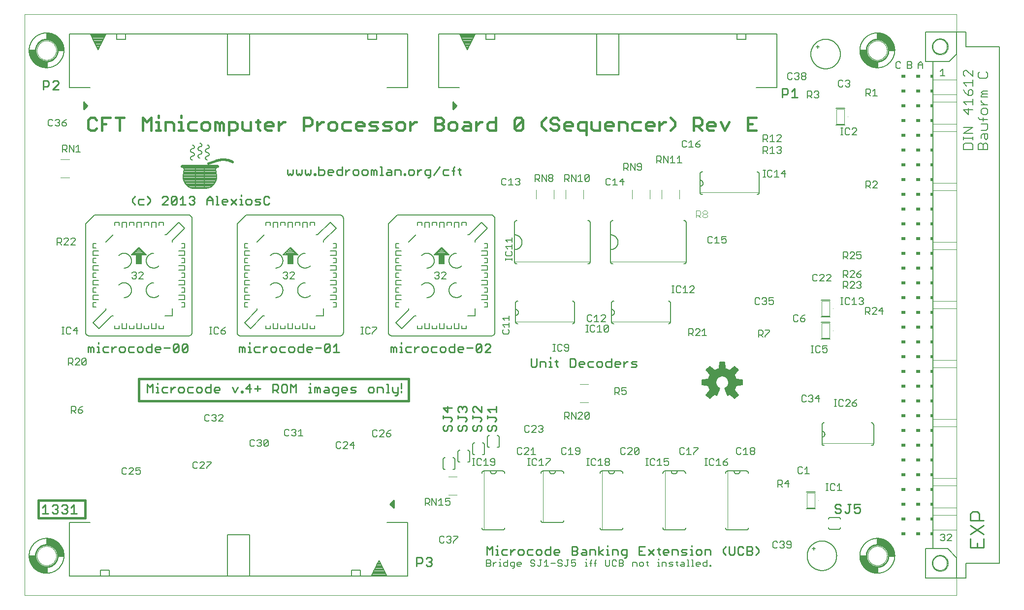
<source format=gto>
G75*
%MOIN*%
%OFA0B0*%
%FSLAX25Y25*%
%IPPOS*%
%LPD*%
%AMOC8*
5,1,8,0,0,1.08239X$1,22.5*
%
%ADD10C,0.01600*%
%ADD11C,0.01500*%
%ADD12C,0.01000*%
%ADD13C,0.00800*%
%ADD14C,0.01100*%
%ADD15C,0.00600*%
%ADD16C,0.00500*%
%ADD17R,0.04000X0.07500*%
%ADD18R,0.07000X0.01500*%
%ADD19R,0.05000X0.01000*%
%ADD20R,0.03000X0.01000*%
%ADD21R,0.01000X0.01000*%
%ADD22R,0.01000X0.00500*%
%ADD23R,0.00500X0.00500*%
%ADD24C,0.00039*%
%ADD25C,0.00295*%
%ADD26C,0.00400*%
%ADD27C,0.00200*%
%ADD28C,0.00000*%
%ADD29C,0.00700*%
%ADD30R,0.01500X0.02000*%
%ADD31R,0.03000X0.02000*%
%ADD32C,0.00591*%
%ADD33C,0.00900*%
D10*
X0057833Y0126600D02*
X0057833Y0138600D01*
X0089333Y0138600D01*
X0089333Y0126600D01*
X0057833Y0126600D01*
X0125833Y0206100D02*
X0308333Y0206100D01*
X0308333Y0221100D01*
X0125833Y0221100D01*
X0125833Y0206100D01*
X0177883Y0368760D02*
X0178206Y0368876D01*
X0178533Y0368983D01*
X0178862Y0369083D01*
X0179193Y0369175D01*
X0179526Y0369259D01*
X0179861Y0369334D01*
X0180198Y0369402D01*
X0180536Y0369461D01*
X0180876Y0369512D01*
X0181217Y0369555D01*
X0181559Y0369590D01*
X0181902Y0369617D01*
X0182245Y0369635D01*
X0182588Y0369645D01*
X0182932Y0369647D01*
X0183275Y0369640D01*
X0183619Y0369625D01*
X0183961Y0369602D01*
X0184304Y0369570D01*
X0184645Y0369531D01*
X0184985Y0369483D01*
X0185324Y0369427D01*
X0185662Y0369362D01*
X0185998Y0369290D01*
X0186332Y0369209D01*
X0186664Y0369121D01*
X0186993Y0369024D01*
X0187321Y0368920D01*
X0187645Y0368807D01*
X0187967Y0368687D01*
X0188286Y0368559D01*
X0188602Y0368424D01*
X0188914Y0368281D01*
X0189223Y0368130D01*
X0177883Y0368760D02*
X0172843Y0366870D01*
D11*
X0172569Y0389350D02*
X0169733Y0389350D01*
X0168316Y0390768D01*
X0168316Y0393604D01*
X0169733Y0395022D01*
X0172569Y0395022D01*
X0173987Y0393604D01*
X0173987Y0390768D01*
X0172569Y0389350D01*
X0177523Y0389350D02*
X0177523Y0395022D01*
X0178941Y0395022D01*
X0180359Y0393604D01*
X0181777Y0395022D01*
X0183195Y0393604D01*
X0183195Y0389350D01*
X0180359Y0389350D02*
X0180359Y0393604D01*
X0186731Y0395022D02*
X0186731Y0386514D01*
X0186731Y0389350D02*
X0190985Y0389350D01*
X0192403Y0390768D01*
X0192403Y0393604D01*
X0190985Y0395022D01*
X0186731Y0395022D01*
X0195939Y0395022D02*
X0195939Y0390768D01*
X0197357Y0389350D01*
X0201611Y0389350D01*
X0201611Y0395022D01*
X0205147Y0395022D02*
X0207983Y0395022D01*
X0206565Y0396439D02*
X0206565Y0390768D01*
X0207983Y0389350D01*
X0211286Y0390768D02*
X0212703Y0389350D01*
X0215539Y0389350D01*
X0216957Y0392186D02*
X0211286Y0392186D01*
X0211286Y0393604D02*
X0212703Y0395022D01*
X0215539Y0395022D01*
X0216957Y0393604D01*
X0216957Y0392186D01*
X0220493Y0392186D02*
X0223329Y0395022D01*
X0224747Y0395022D01*
X0220493Y0395022D02*
X0220493Y0389350D01*
X0211286Y0390768D02*
X0211286Y0393604D01*
X0237374Y0392186D02*
X0241628Y0392186D01*
X0243046Y0393604D01*
X0243046Y0396439D01*
X0241628Y0397857D01*
X0237374Y0397857D01*
X0237374Y0389350D01*
X0246582Y0389350D02*
X0246582Y0395022D01*
X0246582Y0392186D02*
X0249418Y0395022D01*
X0250836Y0395022D01*
X0254256Y0393604D02*
X0254256Y0390768D01*
X0255673Y0389350D01*
X0258509Y0389350D01*
X0259927Y0390768D01*
X0259927Y0393604D01*
X0258509Y0395022D01*
X0255673Y0395022D01*
X0254256Y0393604D01*
X0263463Y0393604D02*
X0263463Y0390768D01*
X0264881Y0389350D01*
X0269135Y0389350D01*
X0272671Y0390768D02*
X0272671Y0393604D01*
X0274089Y0395022D01*
X0276925Y0395022D01*
X0278343Y0393604D01*
X0278343Y0392186D01*
X0272671Y0392186D01*
X0272671Y0390768D02*
X0274089Y0389350D01*
X0276925Y0389350D01*
X0281879Y0389350D02*
X0286133Y0389350D01*
X0287551Y0390768D01*
X0286133Y0392186D01*
X0283297Y0392186D01*
X0281879Y0393604D01*
X0283297Y0395022D01*
X0287551Y0395022D01*
X0291087Y0393604D02*
X0292505Y0395022D01*
X0296758Y0395022D01*
X0295341Y0392186D02*
X0292505Y0392186D01*
X0291087Y0393604D01*
X0291087Y0389350D02*
X0295341Y0389350D01*
X0296758Y0390768D01*
X0295341Y0392186D01*
X0300295Y0393604D02*
X0300295Y0390768D01*
X0301713Y0389350D01*
X0304548Y0389350D01*
X0305966Y0390768D01*
X0305966Y0393604D01*
X0304548Y0395022D01*
X0301713Y0395022D01*
X0300295Y0393604D01*
X0309503Y0395022D02*
X0309503Y0389350D01*
X0309503Y0392186D02*
X0312338Y0395022D01*
X0313756Y0395022D01*
X0326384Y0393604D02*
X0330637Y0393604D01*
X0332055Y0392186D01*
X0332055Y0390768D01*
X0330637Y0389350D01*
X0326384Y0389350D01*
X0326384Y0397857D01*
X0330637Y0397857D01*
X0332055Y0396439D01*
X0332055Y0395022D01*
X0330637Y0393604D01*
X0335592Y0393604D02*
X0335592Y0390768D01*
X0337010Y0389350D01*
X0339845Y0389350D01*
X0341263Y0390768D01*
X0341263Y0393604D01*
X0339845Y0395022D01*
X0337010Y0395022D01*
X0335592Y0393604D01*
X0344800Y0390768D02*
X0346217Y0389350D01*
X0350471Y0389350D01*
X0350471Y0393604D01*
X0349053Y0395022D01*
X0346217Y0395022D01*
X0346217Y0392186D02*
X0350471Y0392186D01*
X0354007Y0392186D02*
X0356843Y0395022D01*
X0358261Y0395022D01*
X0361681Y0393604D02*
X0363098Y0395022D01*
X0367352Y0395022D01*
X0367352Y0397857D02*
X0367352Y0389350D01*
X0363098Y0389350D01*
X0361681Y0390768D01*
X0361681Y0393604D01*
X0354007Y0395022D02*
X0354007Y0389350D01*
X0346217Y0392186D02*
X0344800Y0390768D01*
X0380096Y0390768D02*
X0381514Y0389350D01*
X0384350Y0389350D01*
X0385768Y0390768D01*
X0385768Y0396439D01*
X0380096Y0390768D01*
X0380096Y0396439D01*
X0381514Y0397857D01*
X0384350Y0397857D01*
X0385768Y0396439D01*
X0398512Y0395022D02*
X0401348Y0397857D01*
X0404651Y0396439D02*
X0404651Y0395022D01*
X0406068Y0393604D01*
X0408904Y0393604D01*
X0410322Y0392186D01*
X0410322Y0390768D01*
X0408904Y0389350D01*
X0406068Y0389350D01*
X0404651Y0390768D01*
X0401348Y0389350D02*
X0398512Y0392186D01*
X0398512Y0395022D01*
X0404651Y0396439D02*
X0406068Y0397857D01*
X0408904Y0397857D01*
X0410322Y0396439D01*
X0413858Y0393604D02*
X0415276Y0395022D01*
X0418112Y0395022D01*
X0419530Y0393604D01*
X0419530Y0392186D01*
X0413858Y0392186D01*
X0413858Y0390768D02*
X0413858Y0393604D01*
X0413858Y0390768D02*
X0415276Y0389350D01*
X0418112Y0389350D01*
X0423066Y0390768D02*
X0424484Y0389350D01*
X0428738Y0389350D01*
X0428738Y0386514D02*
X0428738Y0395022D01*
X0424484Y0395022D01*
X0423066Y0393604D01*
X0423066Y0390768D01*
X0432274Y0390768D02*
X0433692Y0389350D01*
X0437946Y0389350D01*
X0437946Y0395022D01*
X0441482Y0393604D02*
X0442900Y0395022D01*
X0445736Y0395022D01*
X0447154Y0393604D01*
X0447154Y0392186D01*
X0441482Y0392186D01*
X0441482Y0390768D02*
X0441482Y0393604D01*
X0441482Y0390768D02*
X0442900Y0389350D01*
X0445736Y0389350D01*
X0450690Y0389350D02*
X0450690Y0395022D01*
X0454944Y0395022D01*
X0456361Y0393604D01*
X0456361Y0389350D01*
X0459898Y0390768D02*
X0461316Y0389350D01*
X0465569Y0389350D01*
X0469106Y0390768D02*
X0469106Y0393604D01*
X0470524Y0395022D01*
X0473359Y0395022D01*
X0474777Y0393604D01*
X0474777Y0392186D01*
X0469106Y0392186D01*
X0469106Y0390768D02*
X0470524Y0389350D01*
X0473359Y0389350D01*
X0478313Y0389350D02*
X0478313Y0395022D01*
X0481149Y0395022D02*
X0482567Y0395022D01*
X0481149Y0395022D02*
X0478313Y0392186D01*
X0485987Y0389350D02*
X0488822Y0392186D01*
X0488822Y0395022D01*
X0485987Y0397857D01*
X0501333Y0397857D02*
X0501333Y0389350D01*
X0501333Y0392186D02*
X0505587Y0392186D01*
X0507005Y0393604D01*
X0507005Y0396439D01*
X0505587Y0397857D01*
X0501333Y0397857D01*
X0504169Y0392186D02*
X0507005Y0389350D01*
X0510541Y0390768D02*
X0510541Y0393604D01*
X0511959Y0395022D01*
X0514795Y0395022D01*
X0516213Y0393604D01*
X0516213Y0392186D01*
X0510541Y0392186D01*
X0510541Y0390768D02*
X0511959Y0389350D01*
X0514795Y0389350D01*
X0519749Y0395022D02*
X0522585Y0389350D01*
X0525420Y0395022D01*
X0538165Y0393604D02*
X0541000Y0393604D01*
X0538165Y0397857D02*
X0538165Y0389350D01*
X0543836Y0389350D01*
X0543836Y0397857D02*
X0538165Y0397857D01*
X0465569Y0395022D02*
X0461316Y0395022D01*
X0459898Y0393604D01*
X0459898Y0390768D01*
X0432274Y0390768D02*
X0432274Y0395022D01*
X0269135Y0395022D02*
X0264881Y0395022D01*
X0263463Y0393604D01*
X0164779Y0395022D02*
X0160526Y0395022D01*
X0159108Y0393604D01*
X0159108Y0390768D01*
X0160526Y0389350D01*
X0164779Y0389350D01*
X0155805Y0389350D02*
X0152969Y0389350D01*
X0154387Y0389350D02*
X0154387Y0395022D01*
X0152969Y0395022D01*
X0154387Y0397857D02*
X0154387Y0399275D01*
X0149433Y0393604D02*
X0148015Y0395022D01*
X0143761Y0395022D01*
X0143761Y0389350D01*
X0140458Y0389350D02*
X0137623Y0389350D01*
X0139041Y0389350D02*
X0139041Y0395022D01*
X0137623Y0395022D01*
X0139041Y0397857D02*
X0139041Y0399275D01*
X0134086Y0397857D02*
X0131251Y0395022D01*
X0128415Y0397857D01*
X0128415Y0389350D01*
X0134086Y0389350D02*
X0134086Y0397857D01*
X0115671Y0397857D02*
X0109999Y0397857D01*
X0112835Y0397857D02*
X0112835Y0389350D01*
X0103627Y0393604D02*
X0100791Y0393604D01*
X0100791Y0397857D02*
X0100791Y0389350D01*
X0097255Y0390768D02*
X0095837Y0389350D01*
X0093001Y0389350D01*
X0091583Y0390768D01*
X0091583Y0396439D01*
X0093001Y0397857D01*
X0095837Y0397857D01*
X0097255Y0396439D01*
X0100791Y0397857D02*
X0106463Y0397857D01*
X0149433Y0393604D02*
X0149433Y0389350D01*
D12*
X0148602Y0344705D02*
X0150470Y0344705D01*
X0151404Y0343771D01*
X0147668Y0340034D01*
X0148602Y0339100D01*
X0150470Y0339100D01*
X0151404Y0340034D01*
X0151404Y0343771D01*
X0153745Y0342837D02*
X0155613Y0344705D01*
X0155613Y0339100D01*
X0153745Y0339100D02*
X0157482Y0339100D01*
X0159822Y0340034D02*
X0160756Y0339100D01*
X0162625Y0339100D01*
X0163559Y0340034D01*
X0163559Y0340968D01*
X0162625Y0341902D01*
X0161690Y0341902D01*
X0162625Y0341902D02*
X0163559Y0342837D01*
X0163559Y0343771D01*
X0162625Y0344705D01*
X0160756Y0344705D01*
X0159822Y0343771D01*
X0148602Y0344705D02*
X0147668Y0343771D01*
X0147668Y0340034D01*
X0145327Y0339100D02*
X0141591Y0339100D01*
X0145327Y0342837D01*
X0145327Y0343771D01*
X0144393Y0344705D01*
X0142525Y0344705D01*
X0141591Y0343771D01*
X0133330Y0342837D02*
X0133330Y0340968D01*
X0131462Y0339100D01*
X0129121Y0339100D02*
X0126319Y0339100D01*
X0125385Y0340034D01*
X0125385Y0341902D01*
X0126319Y0342837D01*
X0129121Y0342837D01*
X0131462Y0344705D02*
X0133330Y0342837D01*
X0123202Y0344705D02*
X0121333Y0342837D01*
X0121333Y0340968D01*
X0123202Y0339100D01*
X0171977Y0339100D02*
X0171977Y0342837D01*
X0173845Y0344705D01*
X0175713Y0342837D01*
X0175713Y0339100D01*
X0178054Y0339100D02*
X0179922Y0339100D01*
X0178988Y0339100D02*
X0178988Y0344705D01*
X0178054Y0344705D01*
X0175713Y0341902D02*
X0171977Y0341902D01*
X0182105Y0341902D02*
X0182105Y0340034D01*
X0183039Y0339100D01*
X0184908Y0339100D01*
X0185842Y0340968D02*
X0182105Y0340968D01*
X0182105Y0341902D02*
X0183039Y0342837D01*
X0184908Y0342837D01*
X0185842Y0341902D01*
X0185842Y0340968D01*
X0188182Y0339100D02*
X0191919Y0342837D01*
X0194260Y0342837D02*
X0195194Y0342837D01*
X0195194Y0339100D01*
X0194260Y0339100D02*
X0196128Y0339100D01*
X0198311Y0340034D02*
X0199245Y0339100D01*
X0201113Y0339100D01*
X0202048Y0340034D01*
X0202048Y0341902D01*
X0201113Y0342837D01*
X0199245Y0342837D01*
X0198311Y0341902D01*
X0198311Y0340034D01*
X0195194Y0344705D02*
X0195194Y0345639D01*
X0191919Y0339100D02*
X0188182Y0342837D01*
X0204388Y0341902D02*
X0205322Y0340968D01*
X0207191Y0340968D01*
X0208125Y0340034D01*
X0207191Y0339100D01*
X0204388Y0339100D01*
X0204388Y0341902D02*
X0205322Y0342837D01*
X0208125Y0342837D01*
X0210465Y0343771D02*
X0210465Y0340034D01*
X0211400Y0339100D01*
X0213268Y0339100D01*
X0214202Y0340034D01*
X0214202Y0343771D02*
X0213268Y0344705D01*
X0211400Y0344705D01*
X0210465Y0343771D01*
X0226333Y0360034D02*
X0227267Y0359100D01*
X0228202Y0360034D01*
X0229136Y0359100D01*
X0230070Y0360034D01*
X0230070Y0362837D01*
X0232411Y0362837D02*
X0232411Y0360034D01*
X0233345Y0359100D01*
X0234279Y0360034D01*
X0235213Y0359100D01*
X0236147Y0360034D01*
X0236147Y0362837D01*
X0238488Y0362837D02*
X0238488Y0360034D01*
X0239422Y0359100D01*
X0240356Y0360034D01*
X0241290Y0359100D01*
X0242224Y0360034D01*
X0242224Y0362837D01*
X0244565Y0360034D02*
X0245499Y0360034D01*
X0245499Y0359100D01*
X0244565Y0359100D01*
X0244565Y0360034D01*
X0247603Y0359100D02*
X0250406Y0359100D01*
X0251340Y0360034D01*
X0251340Y0361902D01*
X0250406Y0362837D01*
X0247603Y0362837D01*
X0247603Y0364705D02*
X0247603Y0359100D01*
X0253681Y0360034D02*
X0253681Y0361902D01*
X0254615Y0362837D01*
X0256483Y0362837D01*
X0257417Y0361902D01*
X0257417Y0360968D01*
X0253681Y0360968D01*
X0253681Y0360034D02*
X0254615Y0359100D01*
X0256483Y0359100D01*
X0259758Y0360034D02*
X0259758Y0361902D01*
X0260692Y0362837D01*
X0263494Y0362837D01*
X0263494Y0364705D02*
X0263494Y0359100D01*
X0260692Y0359100D01*
X0259758Y0360034D01*
X0265835Y0359100D02*
X0265835Y0362837D01*
X0267703Y0362837D02*
X0268637Y0362837D01*
X0267703Y0362837D02*
X0265835Y0360968D01*
X0270899Y0360034D02*
X0271834Y0359100D01*
X0273702Y0359100D01*
X0274636Y0360034D01*
X0274636Y0361902D01*
X0273702Y0362837D01*
X0271834Y0362837D01*
X0270899Y0361902D01*
X0270899Y0360034D01*
X0276977Y0360034D02*
X0277911Y0359100D01*
X0279779Y0359100D01*
X0280713Y0360034D01*
X0280713Y0361902D01*
X0279779Y0362837D01*
X0277911Y0362837D01*
X0276977Y0361902D01*
X0276977Y0360034D01*
X0283054Y0359100D02*
X0283054Y0362837D01*
X0283988Y0362837D01*
X0284922Y0361902D01*
X0285856Y0362837D01*
X0286790Y0361902D01*
X0286790Y0359100D01*
X0284922Y0359100D02*
X0284922Y0361902D01*
X0289131Y0359100D02*
X0290999Y0359100D01*
X0290065Y0359100D02*
X0290065Y0364705D01*
X0289131Y0364705D01*
X0294117Y0362837D02*
X0295985Y0362837D01*
X0296919Y0361902D01*
X0296919Y0359100D01*
X0294117Y0359100D01*
X0293182Y0360034D01*
X0294117Y0360968D01*
X0296919Y0360968D01*
X0299260Y0359100D02*
X0299260Y0362837D01*
X0302062Y0362837D01*
X0302996Y0361902D01*
X0302996Y0359100D01*
X0305337Y0359100D02*
X0306271Y0359100D01*
X0306271Y0360034D01*
X0305337Y0360034D01*
X0305337Y0359100D01*
X0308375Y0360034D02*
X0309310Y0359100D01*
X0311178Y0359100D01*
X0312112Y0360034D01*
X0312112Y0361902D01*
X0311178Y0362837D01*
X0309310Y0362837D01*
X0308375Y0361902D01*
X0308375Y0360034D01*
X0314453Y0359100D02*
X0314453Y0362837D01*
X0316321Y0362837D02*
X0317255Y0362837D01*
X0316321Y0362837D02*
X0314453Y0360968D01*
X0319517Y0360034D02*
X0320451Y0359100D01*
X0323253Y0359100D01*
X0323253Y0358166D02*
X0323253Y0362837D01*
X0320451Y0362837D01*
X0319517Y0361902D01*
X0319517Y0360034D01*
X0321385Y0357232D02*
X0322319Y0357232D01*
X0323253Y0358166D01*
X0325594Y0359100D02*
X0329331Y0364705D01*
X0331671Y0361902D02*
X0331671Y0360034D01*
X0332605Y0359100D01*
X0335408Y0359100D01*
X0338683Y0359100D02*
X0338683Y0363771D01*
X0339617Y0364705D01*
X0339617Y0361902D02*
X0337748Y0361902D01*
X0335408Y0362837D02*
X0332605Y0362837D01*
X0331671Y0361902D01*
X0341800Y0362837D02*
X0343668Y0362837D01*
X0342734Y0363771D02*
X0342734Y0360034D01*
X0343668Y0359100D01*
X0338333Y0403600D02*
X0338333Y0408600D01*
X0340833Y0406100D01*
X0338333Y0403600D01*
X0338333Y0403612D02*
X0338345Y0403612D01*
X0338333Y0404610D02*
X0339344Y0404610D01*
X0340342Y0405609D02*
X0338333Y0405609D01*
X0338333Y0406607D02*
X0340326Y0406607D01*
X0339328Y0407606D02*
X0338333Y0407606D01*
X0226333Y0362837D02*
X0226333Y0360034D01*
X0090833Y0406100D02*
X0088333Y0403600D01*
X0088333Y0408600D01*
X0090833Y0406100D01*
X0090342Y0405609D02*
X0088333Y0405609D01*
X0088333Y0406607D02*
X0090326Y0406607D01*
X0089328Y0407606D02*
X0088333Y0407606D01*
X0088333Y0404610D02*
X0089344Y0404610D01*
X0088345Y0403612D02*
X0088333Y0403612D01*
X0063333Y0432100D02*
X0057833Y0433600D01*
X0054333Y0436600D01*
X0052333Y0440100D01*
X0051833Y0443600D01*
X0055333Y0443600D01*
X0056833Y0439100D01*
X0059833Y0436600D01*
X0063333Y0435600D01*
X0063333Y0432100D01*
X0063333Y0432569D02*
X0061615Y0432569D01*
X0063333Y0433567D02*
X0057954Y0433567D01*
X0056707Y0434566D02*
X0063333Y0434566D01*
X0063333Y0435564D02*
X0055542Y0435564D01*
X0054377Y0436563D02*
X0059964Y0436563D01*
X0058680Y0437561D02*
X0053784Y0437561D01*
X0053214Y0438560D02*
X0057482Y0438560D01*
X0056681Y0439558D02*
X0052643Y0439558D01*
X0052268Y0440557D02*
X0056348Y0440557D01*
X0056015Y0441555D02*
X0052125Y0441555D01*
X0051983Y0442554D02*
X0055682Y0442554D01*
X0055349Y0443552D02*
X0051840Y0443552D01*
X0063333Y0451600D02*
X0066833Y0450600D01*
X0069833Y0448100D01*
X0071333Y0443600D01*
X0074833Y0443600D01*
X0074333Y0447100D01*
X0072333Y0450600D01*
X0068833Y0453600D01*
X0063333Y0455100D01*
X0063333Y0451600D01*
X0063542Y0451540D02*
X0071236Y0451540D01*
X0072367Y0450542D02*
X0066903Y0450542D01*
X0068101Y0449543D02*
X0072937Y0449543D01*
X0073508Y0448545D02*
X0069300Y0448545D01*
X0070018Y0447546D02*
X0074078Y0447546D01*
X0074412Y0446548D02*
X0070351Y0446548D01*
X0070684Y0445549D02*
X0074555Y0445549D01*
X0074698Y0444551D02*
X0071016Y0444551D01*
X0070071Y0452539D02*
X0063333Y0452539D01*
X0063333Y0453537D02*
X0068907Y0453537D01*
X0065402Y0454536D02*
X0063333Y0454536D01*
X0098345Y0245639D02*
X0098345Y0244705D01*
X0098345Y0242837D02*
X0098345Y0239100D01*
X0097411Y0239100D02*
X0099279Y0239100D01*
X0101462Y0240034D02*
X0102396Y0239100D01*
X0105198Y0239100D01*
X0107539Y0239100D02*
X0107539Y0242837D01*
X0109407Y0242837D02*
X0110342Y0242837D01*
X0109407Y0242837D02*
X0107539Y0240968D01*
X0105198Y0242837D02*
X0102396Y0242837D01*
X0101462Y0241902D01*
X0101462Y0240034D01*
X0098345Y0242837D02*
X0097411Y0242837D01*
X0095070Y0241902D02*
X0095070Y0239100D01*
X0093202Y0239100D02*
X0093202Y0241902D01*
X0094136Y0242837D01*
X0095070Y0241902D01*
X0093202Y0241902D02*
X0092267Y0242837D01*
X0091333Y0242837D01*
X0091333Y0239100D01*
X0112603Y0240034D02*
X0113538Y0239100D01*
X0115406Y0239100D01*
X0116340Y0240034D01*
X0116340Y0241902D01*
X0115406Y0242837D01*
X0113538Y0242837D01*
X0112603Y0241902D01*
X0112603Y0240034D01*
X0118681Y0240034D02*
X0119615Y0239100D01*
X0122417Y0239100D01*
X0124758Y0240034D02*
X0125692Y0239100D01*
X0127560Y0239100D01*
X0128494Y0240034D01*
X0128494Y0241902D01*
X0127560Y0242837D01*
X0125692Y0242837D01*
X0124758Y0241902D01*
X0124758Y0240034D01*
X0122417Y0242837D02*
X0119615Y0242837D01*
X0118681Y0241902D01*
X0118681Y0240034D01*
X0130835Y0240034D02*
X0130835Y0241902D01*
X0131769Y0242837D01*
X0134572Y0242837D01*
X0134572Y0244705D02*
X0134572Y0239100D01*
X0131769Y0239100D01*
X0130835Y0240034D01*
X0136912Y0240034D02*
X0136912Y0241902D01*
X0137846Y0242837D01*
X0139715Y0242837D01*
X0140649Y0241902D01*
X0140649Y0240968D01*
X0136912Y0240968D01*
X0136912Y0240034D02*
X0137846Y0239100D01*
X0139715Y0239100D01*
X0142989Y0241902D02*
X0146726Y0241902D01*
X0149067Y0240034D02*
X0152803Y0243771D01*
X0152803Y0240034D01*
X0151869Y0239100D01*
X0150001Y0239100D01*
X0149067Y0240034D01*
X0149067Y0243771D01*
X0150001Y0244705D01*
X0151869Y0244705D01*
X0152803Y0243771D01*
X0155144Y0243771D02*
X0156078Y0244705D01*
X0157946Y0244705D01*
X0158880Y0243771D01*
X0155144Y0240034D01*
X0156078Y0239100D01*
X0157946Y0239100D01*
X0158880Y0240034D01*
X0158880Y0243771D01*
X0155144Y0243771D02*
X0155144Y0240034D01*
X0138345Y0218139D02*
X0138345Y0217205D01*
X0138345Y0215337D02*
X0138345Y0211600D01*
X0137411Y0211600D02*
X0139279Y0211600D01*
X0141462Y0212534D02*
X0142396Y0211600D01*
X0145198Y0211600D01*
X0147539Y0211600D02*
X0147539Y0215337D01*
X0149407Y0215337D02*
X0147539Y0213468D01*
X0149407Y0215337D02*
X0150342Y0215337D01*
X0152603Y0214402D02*
X0152603Y0212534D01*
X0153538Y0211600D01*
X0155406Y0211600D01*
X0156340Y0212534D01*
X0156340Y0214402D01*
X0155406Y0215337D01*
X0153538Y0215337D01*
X0152603Y0214402D01*
X0158681Y0214402D02*
X0158681Y0212534D01*
X0159615Y0211600D01*
X0162417Y0211600D01*
X0164758Y0212534D02*
X0165692Y0211600D01*
X0167560Y0211600D01*
X0168494Y0212534D01*
X0168494Y0214402D01*
X0167560Y0215337D01*
X0165692Y0215337D01*
X0164758Y0214402D01*
X0164758Y0212534D01*
X0162417Y0215337D02*
X0159615Y0215337D01*
X0158681Y0214402D01*
X0170835Y0214402D02*
X0171769Y0215337D01*
X0174572Y0215337D01*
X0174572Y0217205D02*
X0174572Y0211600D01*
X0171769Y0211600D01*
X0170835Y0212534D01*
X0170835Y0214402D01*
X0176912Y0214402D02*
X0177846Y0215337D01*
X0179715Y0215337D01*
X0180649Y0214402D01*
X0180649Y0213468D01*
X0176912Y0213468D01*
X0176912Y0212534D02*
X0176912Y0214402D01*
X0176912Y0212534D02*
X0177846Y0211600D01*
X0179715Y0211600D01*
X0189067Y0215337D02*
X0190935Y0211600D01*
X0192803Y0215337D01*
X0195144Y0212534D02*
X0196078Y0212534D01*
X0196078Y0211600D01*
X0195144Y0211600D01*
X0195144Y0212534D01*
X0198182Y0214402D02*
X0201919Y0214402D01*
X0204260Y0214402D02*
X0207996Y0214402D01*
X0206128Y0212534D02*
X0206128Y0216271D01*
X0200985Y0217205D02*
X0198182Y0214402D01*
X0200985Y0211600D02*
X0200985Y0217205D01*
X0216414Y0217205D02*
X0216414Y0211600D01*
X0216414Y0213468D02*
X0219216Y0213468D01*
X0220150Y0214402D01*
X0220150Y0216271D01*
X0219216Y0217205D01*
X0216414Y0217205D01*
X0218282Y0213468D02*
X0220150Y0211600D01*
X0222491Y0212534D02*
X0223425Y0211600D01*
X0225294Y0211600D01*
X0226228Y0212534D01*
X0226228Y0216271D01*
X0225294Y0217205D01*
X0223425Y0217205D01*
X0222491Y0216271D01*
X0222491Y0212534D01*
X0228568Y0211600D02*
X0228568Y0217205D01*
X0230437Y0215337D01*
X0232305Y0217205D01*
X0232305Y0211600D01*
X0240723Y0211600D02*
X0242591Y0211600D01*
X0241657Y0211600D02*
X0241657Y0215337D01*
X0240723Y0215337D01*
X0241657Y0217205D02*
X0241657Y0218139D01*
X0244774Y0215337D02*
X0245708Y0215337D01*
X0246642Y0214402D01*
X0247577Y0215337D01*
X0248511Y0214402D01*
X0248511Y0211600D01*
X0246642Y0211600D02*
X0246642Y0214402D01*
X0244774Y0215337D02*
X0244774Y0211600D01*
X0250851Y0212534D02*
X0251786Y0213468D01*
X0254588Y0213468D01*
X0254588Y0214402D02*
X0254588Y0211600D01*
X0251786Y0211600D01*
X0250851Y0212534D01*
X0251786Y0215337D02*
X0253654Y0215337D01*
X0254588Y0214402D01*
X0256929Y0214402D02*
X0256929Y0212534D01*
X0257863Y0211600D01*
X0260665Y0211600D01*
X0260665Y0210666D02*
X0260665Y0215337D01*
X0257863Y0215337D01*
X0256929Y0214402D01*
X0258797Y0209732D02*
X0259731Y0209732D01*
X0260665Y0210666D01*
X0263006Y0212534D02*
X0263006Y0214402D01*
X0263940Y0215337D01*
X0265808Y0215337D01*
X0266742Y0214402D01*
X0266742Y0213468D01*
X0263006Y0213468D01*
X0263006Y0212534D02*
X0263940Y0211600D01*
X0265808Y0211600D01*
X0269083Y0211600D02*
X0271885Y0211600D01*
X0272819Y0212534D01*
X0271885Y0213468D01*
X0270017Y0213468D01*
X0269083Y0214402D01*
X0270017Y0215337D01*
X0272819Y0215337D01*
X0281237Y0214402D02*
X0281237Y0212534D01*
X0282171Y0211600D01*
X0284040Y0211600D01*
X0284974Y0212534D01*
X0284974Y0214402D01*
X0284040Y0215337D01*
X0282171Y0215337D01*
X0281237Y0214402D01*
X0287315Y0215337D02*
X0290117Y0215337D01*
X0291051Y0214402D01*
X0291051Y0211600D01*
X0293392Y0211600D02*
X0295260Y0211600D01*
X0294326Y0211600D02*
X0294326Y0217205D01*
X0293392Y0217205D01*
X0297443Y0215337D02*
X0297443Y0212534D01*
X0298377Y0211600D01*
X0301180Y0211600D01*
X0301180Y0210666D02*
X0301180Y0215337D01*
X0303520Y0214402D02*
X0303520Y0218139D01*
X0303520Y0212534D02*
X0303520Y0211600D01*
X0301180Y0210666D02*
X0300246Y0209732D01*
X0299311Y0209732D01*
X0287315Y0211600D02*
X0287315Y0215337D01*
X0296333Y0239100D02*
X0296333Y0242837D01*
X0297267Y0242837D01*
X0298202Y0241902D01*
X0299136Y0242837D01*
X0300070Y0241902D01*
X0300070Y0239100D01*
X0298202Y0239100D02*
X0298202Y0241902D01*
X0302411Y0242837D02*
X0303345Y0242837D01*
X0303345Y0239100D01*
X0302411Y0239100D02*
X0304279Y0239100D01*
X0306462Y0240034D02*
X0307396Y0239100D01*
X0310198Y0239100D01*
X0312539Y0239100D02*
X0312539Y0242837D01*
X0314407Y0242837D02*
X0315342Y0242837D01*
X0314407Y0242837D02*
X0312539Y0240968D01*
X0310198Y0242837D02*
X0307396Y0242837D01*
X0306462Y0241902D01*
X0306462Y0240034D01*
X0303345Y0244705D02*
X0303345Y0245639D01*
X0317603Y0241902D02*
X0317603Y0240034D01*
X0318538Y0239100D01*
X0320406Y0239100D01*
X0321340Y0240034D01*
X0321340Y0241902D01*
X0320406Y0242837D01*
X0318538Y0242837D01*
X0317603Y0241902D01*
X0323681Y0241902D02*
X0323681Y0240034D01*
X0324615Y0239100D01*
X0327417Y0239100D01*
X0329758Y0240034D02*
X0330692Y0239100D01*
X0332560Y0239100D01*
X0333494Y0240034D01*
X0333494Y0241902D01*
X0332560Y0242837D01*
X0330692Y0242837D01*
X0329758Y0241902D01*
X0329758Y0240034D01*
X0327417Y0242837D02*
X0324615Y0242837D01*
X0323681Y0241902D01*
X0335835Y0241902D02*
X0336769Y0242837D01*
X0339572Y0242837D01*
X0339572Y0244705D02*
X0339572Y0239100D01*
X0336769Y0239100D01*
X0335835Y0240034D01*
X0335835Y0241902D01*
X0341912Y0241902D02*
X0342846Y0242837D01*
X0344715Y0242837D01*
X0345649Y0241902D01*
X0345649Y0240968D01*
X0341912Y0240968D01*
X0341912Y0240034D02*
X0341912Y0241902D01*
X0341912Y0240034D02*
X0342846Y0239100D01*
X0344715Y0239100D01*
X0347989Y0241902D02*
X0351726Y0241902D01*
X0354067Y0240034D02*
X0357803Y0243771D01*
X0357803Y0240034D01*
X0356869Y0239100D01*
X0355001Y0239100D01*
X0354067Y0240034D01*
X0354067Y0243771D01*
X0355001Y0244705D01*
X0356869Y0244705D01*
X0357803Y0243771D01*
X0360144Y0243771D02*
X0361078Y0244705D01*
X0362946Y0244705D01*
X0363880Y0243771D01*
X0363880Y0242837D01*
X0360144Y0239100D01*
X0363880Y0239100D01*
X0391333Y0234705D02*
X0391333Y0230034D01*
X0392267Y0229100D01*
X0394136Y0229100D01*
X0395070Y0230034D01*
X0395070Y0234705D01*
X0397411Y0232837D02*
X0400213Y0232837D01*
X0401147Y0231902D01*
X0401147Y0229100D01*
X0403488Y0229100D02*
X0405356Y0229100D01*
X0404422Y0229100D02*
X0404422Y0232837D01*
X0403488Y0232837D01*
X0404422Y0234705D02*
X0404422Y0235639D01*
X0407539Y0232837D02*
X0409407Y0232837D01*
X0408473Y0233771D02*
X0408473Y0230034D01*
X0409407Y0229100D01*
X0417668Y0229100D02*
X0417668Y0234705D01*
X0420470Y0234705D01*
X0421404Y0233771D01*
X0421404Y0230034D01*
X0420470Y0229100D01*
X0417668Y0229100D01*
X0423745Y0230034D02*
X0423745Y0231902D01*
X0424679Y0232837D01*
X0426547Y0232837D01*
X0427482Y0231902D01*
X0427482Y0230968D01*
X0423745Y0230968D01*
X0423745Y0230034D02*
X0424679Y0229100D01*
X0426547Y0229100D01*
X0429822Y0230034D02*
X0430756Y0229100D01*
X0433559Y0229100D01*
X0435899Y0230034D02*
X0436834Y0229100D01*
X0438702Y0229100D01*
X0439636Y0230034D01*
X0439636Y0231902D01*
X0438702Y0232837D01*
X0436834Y0232837D01*
X0435899Y0231902D01*
X0435899Y0230034D01*
X0433559Y0232837D02*
X0430756Y0232837D01*
X0429822Y0231902D01*
X0429822Y0230034D01*
X0441977Y0230034D02*
X0441977Y0231902D01*
X0442911Y0232837D01*
X0445713Y0232837D01*
X0445713Y0234705D02*
X0445713Y0229100D01*
X0442911Y0229100D01*
X0441977Y0230034D01*
X0448054Y0230034D02*
X0448054Y0231902D01*
X0448988Y0232837D01*
X0450856Y0232837D01*
X0451790Y0231902D01*
X0451790Y0230968D01*
X0448054Y0230968D01*
X0448054Y0230034D02*
X0448988Y0229100D01*
X0450856Y0229100D01*
X0454131Y0229100D02*
X0454131Y0232837D01*
X0455999Y0232837D02*
X0454131Y0230968D01*
X0455999Y0232837D02*
X0456933Y0232837D01*
X0459195Y0231902D02*
X0460129Y0232837D01*
X0462932Y0232837D01*
X0461998Y0230968D02*
X0460129Y0230968D01*
X0459195Y0231902D01*
X0459195Y0229100D02*
X0461998Y0229100D01*
X0462932Y0230034D01*
X0461998Y0230968D01*
X0397411Y0229100D02*
X0397411Y0232837D01*
X0298333Y0138600D02*
X0295833Y0136100D01*
X0298333Y0133600D01*
X0298333Y0138600D01*
X0298333Y0138008D02*
X0297741Y0138008D01*
X0298333Y0137009D02*
X0296743Y0137009D01*
X0295923Y0136011D02*
X0298333Y0136011D01*
X0298333Y0135012D02*
X0296921Y0135012D01*
X0297920Y0134014D02*
X0298333Y0134014D01*
X0361333Y0107205D02*
X0361333Y0101600D01*
X0365070Y0101600D02*
X0365070Y0107205D01*
X0363202Y0105337D01*
X0361333Y0107205D01*
X0367411Y0105337D02*
X0368345Y0105337D01*
X0368345Y0101600D01*
X0367411Y0101600D02*
X0369279Y0101600D01*
X0371462Y0102534D02*
X0372396Y0101600D01*
X0375198Y0101600D01*
X0377539Y0101600D02*
X0377539Y0105337D01*
X0379407Y0105337D02*
X0380342Y0105337D01*
X0379407Y0105337D02*
X0377539Y0103468D01*
X0375198Y0105337D02*
X0372396Y0105337D01*
X0371462Y0104402D01*
X0371462Y0102534D01*
X0368345Y0107205D02*
X0368345Y0108139D01*
X0382603Y0104402D02*
X0382603Y0102534D01*
X0383538Y0101600D01*
X0385406Y0101600D01*
X0386340Y0102534D01*
X0386340Y0104402D01*
X0385406Y0105337D01*
X0383538Y0105337D01*
X0382603Y0104402D01*
X0388681Y0104402D02*
X0388681Y0102534D01*
X0389615Y0101600D01*
X0392417Y0101600D01*
X0394758Y0102534D02*
X0395692Y0101600D01*
X0397560Y0101600D01*
X0398494Y0102534D01*
X0398494Y0104402D01*
X0397560Y0105337D01*
X0395692Y0105337D01*
X0394758Y0104402D01*
X0394758Y0102534D01*
X0392417Y0105337D02*
X0389615Y0105337D01*
X0388681Y0104402D01*
X0400835Y0104402D02*
X0400835Y0102534D01*
X0401769Y0101600D01*
X0404572Y0101600D01*
X0404572Y0107205D01*
X0404572Y0105337D02*
X0401769Y0105337D01*
X0400835Y0104402D01*
X0406912Y0104402D02*
X0406912Y0102534D01*
X0407846Y0101600D01*
X0409715Y0101600D01*
X0410649Y0103468D02*
X0406912Y0103468D01*
X0406912Y0104402D02*
X0407846Y0105337D01*
X0409715Y0105337D01*
X0410649Y0104402D01*
X0410649Y0103468D01*
X0419067Y0104402D02*
X0421869Y0104402D01*
X0422803Y0103468D01*
X0422803Y0102534D01*
X0421869Y0101600D01*
X0419067Y0101600D01*
X0419067Y0107205D01*
X0421869Y0107205D01*
X0422803Y0106271D01*
X0422803Y0105337D01*
X0421869Y0104402D01*
X0425144Y0102534D02*
X0426078Y0103468D01*
X0428880Y0103468D01*
X0428880Y0104402D02*
X0428880Y0101600D01*
X0426078Y0101600D01*
X0425144Y0102534D01*
X0426078Y0105337D02*
X0427946Y0105337D01*
X0428880Y0104402D01*
X0431221Y0105337D02*
X0434023Y0105337D01*
X0434958Y0104402D01*
X0434958Y0101600D01*
X0437298Y0101600D02*
X0437298Y0107205D01*
X0440101Y0105337D02*
X0437298Y0103468D01*
X0440101Y0101600D01*
X0442363Y0101600D02*
X0444231Y0101600D01*
X0443297Y0101600D02*
X0443297Y0105337D01*
X0442363Y0105337D01*
X0443297Y0107205D02*
X0443297Y0108139D01*
X0446414Y0105337D02*
X0449216Y0105337D01*
X0450150Y0104402D01*
X0450150Y0101600D01*
X0452491Y0102534D02*
X0453425Y0101600D01*
X0456228Y0101600D01*
X0456228Y0100666D02*
X0456228Y0105337D01*
X0453425Y0105337D01*
X0452491Y0104402D01*
X0452491Y0102534D01*
X0454359Y0099732D02*
X0455294Y0099732D01*
X0456228Y0100666D01*
X0464646Y0101600D02*
X0464646Y0107205D01*
X0468382Y0107205D01*
X0470723Y0105337D02*
X0474459Y0101600D01*
X0477734Y0102534D02*
X0477734Y0106271D01*
X0476800Y0105337D02*
X0478668Y0105337D01*
X0480851Y0104402D02*
X0481785Y0105337D01*
X0483654Y0105337D01*
X0484588Y0104402D01*
X0484588Y0103468D01*
X0480851Y0103468D01*
X0480851Y0102534D02*
X0480851Y0104402D01*
X0480851Y0102534D02*
X0481785Y0101600D01*
X0483654Y0101600D01*
X0486929Y0101600D02*
X0486929Y0105337D01*
X0489731Y0105337D01*
X0490665Y0104402D01*
X0490665Y0101600D01*
X0493006Y0101600D02*
X0495808Y0101600D01*
X0496742Y0102534D01*
X0495808Y0103468D01*
X0493940Y0103468D01*
X0493006Y0104402D01*
X0493940Y0105337D01*
X0496742Y0105337D01*
X0499083Y0105337D02*
X0500017Y0105337D01*
X0500017Y0101600D01*
X0499083Y0101600D02*
X0500951Y0101600D01*
X0503134Y0102534D02*
X0504069Y0101600D01*
X0505937Y0101600D01*
X0506871Y0102534D01*
X0506871Y0104402D01*
X0505937Y0105337D01*
X0504069Y0105337D01*
X0503134Y0104402D01*
X0503134Y0102534D01*
X0500017Y0107205D02*
X0500017Y0108139D01*
X0509212Y0105337D02*
X0509212Y0101600D01*
X0512948Y0101600D02*
X0512948Y0104402D01*
X0512014Y0105337D01*
X0509212Y0105337D01*
X0521366Y0105337D02*
X0523234Y0107205D01*
X0525417Y0107205D02*
X0525417Y0102534D01*
X0526352Y0101600D01*
X0528220Y0101600D01*
X0529154Y0102534D01*
X0529154Y0107205D01*
X0531495Y0106271D02*
X0531495Y0102534D01*
X0532429Y0101600D01*
X0534297Y0101600D01*
X0535231Y0102534D01*
X0537572Y0101600D02*
X0540374Y0101600D01*
X0541308Y0102534D01*
X0541308Y0103468D01*
X0540374Y0104402D01*
X0537572Y0104402D01*
X0537572Y0101600D02*
X0537572Y0107205D01*
X0540374Y0107205D01*
X0541308Y0106271D01*
X0541308Y0105337D01*
X0540374Y0104402D01*
X0543649Y0101600D02*
X0545517Y0103468D01*
X0545517Y0105337D01*
X0543649Y0107205D01*
X0535231Y0106271D02*
X0534297Y0107205D01*
X0532429Y0107205D01*
X0531495Y0106271D01*
X0523234Y0101600D02*
X0521366Y0103468D01*
X0521366Y0105337D01*
X0478668Y0101600D02*
X0477734Y0102534D01*
X0474459Y0105337D02*
X0470723Y0101600D01*
X0468382Y0101600D02*
X0464646Y0101600D01*
X0464646Y0104402D02*
X0466514Y0104402D01*
X0446414Y0105337D02*
X0446414Y0101600D01*
X0431221Y0101600D02*
X0431221Y0105337D01*
X0261380Y0239100D02*
X0257644Y0239100D01*
X0259512Y0239100D02*
X0259512Y0244705D01*
X0257644Y0242837D01*
X0255303Y0243771D02*
X0254369Y0244705D01*
X0252501Y0244705D01*
X0251567Y0243771D01*
X0251567Y0240034D01*
X0255303Y0243771D01*
X0255303Y0240034D01*
X0254369Y0239100D01*
X0252501Y0239100D01*
X0251567Y0240034D01*
X0249226Y0241902D02*
X0245489Y0241902D01*
X0243149Y0241902D02*
X0243149Y0240968D01*
X0239412Y0240968D01*
X0239412Y0240034D02*
X0239412Y0241902D01*
X0240346Y0242837D01*
X0242215Y0242837D01*
X0243149Y0241902D01*
X0242215Y0239100D02*
X0240346Y0239100D01*
X0239412Y0240034D01*
X0237072Y0239100D02*
X0234269Y0239100D01*
X0233335Y0240034D01*
X0233335Y0241902D01*
X0234269Y0242837D01*
X0237072Y0242837D01*
X0237072Y0244705D02*
X0237072Y0239100D01*
X0230994Y0240034D02*
X0230994Y0241902D01*
X0230060Y0242837D01*
X0228192Y0242837D01*
X0227258Y0241902D01*
X0227258Y0240034D01*
X0228192Y0239100D01*
X0230060Y0239100D01*
X0230994Y0240034D01*
X0224917Y0239100D02*
X0222115Y0239100D01*
X0221181Y0240034D01*
X0221181Y0241902D01*
X0222115Y0242837D01*
X0224917Y0242837D01*
X0218840Y0241902D02*
X0217906Y0242837D01*
X0216038Y0242837D01*
X0215103Y0241902D01*
X0215103Y0240034D01*
X0216038Y0239100D01*
X0217906Y0239100D01*
X0218840Y0240034D01*
X0218840Y0241902D01*
X0212842Y0242837D02*
X0211907Y0242837D01*
X0210039Y0240968D01*
X0210039Y0239100D02*
X0210039Y0242837D01*
X0207698Y0242837D02*
X0204896Y0242837D01*
X0203962Y0241902D01*
X0203962Y0240034D01*
X0204896Y0239100D01*
X0207698Y0239100D01*
X0201779Y0239100D02*
X0199911Y0239100D01*
X0200845Y0239100D02*
X0200845Y0242837D01*
X0199911Y0242837D01*
X0200845Y0244705D02*
X0200845Y0245639D01*
X0197570Y0241902D02*
X0197570Y0239100D01*
X0195702Y0239100D02*
X0195702Y0241902D01*
X0196636Y0242837D01*
X0197570Y0241902D01*
X0195702Y0241902D02*
X0194767Y0242837D01*
X0193833Y0242837D01*
X0193833Y0239100D01*
X0145198Y0215337D02*
X0142396Y0215337D01*
X0141462Y0214402D01*
X0141462Y0212534D01*
X0138345Y0215337D02*
X0137411Y0215337D01*
X0135070Y0217205D02*
X0135070Y0211600D01*
X0131333Y0211600D02*
X0131333Y0217205D01*
X0133202Y0215337D01*
X0135070Y0217205D01*
X0068833Y0111100D02*
X0063333Y0112600D01*
X0063333Y0109100D01*
X0066833Y0108100D01*
X0069833Y0105600D01*
X0071333Y0101100D01*
X0074833Y0101100D01*
X0074333Y0104600D01*
X0072333Y0108100D01*
X0068833Y0111100D01*
X0068894Y0111048D02*
X0063333Y0111048D01*
X0063333Y0112046D02*
X0065363Y0112046D01*
X0063333Y0110049D02*
X0070059Y0110049D01*
X0071224Y0109051D02*
X0063505Y0109051D01*
X0066890Y0108052D02*
X0072361Y0108052D01*
X0072931Y0107054D02*
X0068089Y0107054D01*
X0069287Y0106055D02*
X0073502Y0106055D01*
X0074072Y0105057D02*
X0070014Y0105057D01*
X0070347Y0104058D02*
X0074411Y0104058D01*
X0074553Y0103060D02*
X0070680Y0103060D01*
X0071013Y0102061D02*
X0074696Y0102061D01*
X0063333Y0093100D02*
X0063333Y0089600D01*
X0057833Y0091100D01*
X0054333Y0094100D01*
X0052333Y0097600D01*
X0051833Y0101100D01*
X0055333Y0101100D01*
X0056833Y0096600D01*
X0059833Y0094100D01*
X0063333Y0093100D01*
X0063333Y0093075D02*
X0055530Y0093075D01*
X0056694Y0092076D02*
X0063333Y0092076D01*
X0063333Y0091078D02*
X0057915Y0091078D01*
X0059927Y0094073D02*
X0054365Y0094073D01*
X0053778Y0095072D02*
X0058667Y0095072D01*
X0057469Y0096070D02*
X0053207Y0096070D01*
X0052637Y0097069D02*
X0056677Y0097069D01*
X0056344Y0098067D02*
X0052267Y0098067D01*
X0052124Y0099066D02*
X0056011Y0099066D01*
X0055679Y0100064D02*
X0051981Y0100064D01*
X0051839Y0101063D02*
X0055346Y0101063D01*
X0061576Y0090079D02*
X0063333Y0090079D01*
X0614333Y0101100D02*
X0614833Y0097600D01*
X0616833Y0094100D01*
X0620333Y0091100D01*
X0625833Y0089600D01*
X0625833Y0093100D01*
X0622333Y0094100D01*
X0619333Y0096600D01*
X0617833Y0101100D01*
X0614333Y0101100D01*
X0614339Y0101063D02*
X0617846Y0101063D01*
X0618179Y0100064D02*
X0614481Y0100064D01*
X0614624Y0099066D02*
X0618511Y0099066D01*
X0618844Y0098067D02*
X0614767Y0098067D01*
X0615137Y0097069D02*
X0619177Y0097069D01*
X0619969Y0096070D02*
X0615707Y0096070D01*
X0616278Y0095072D02*
X0621167Y0095072D01*
X0622427Y0094073D02*
X0616865Y0094073D01*
X0618030Y0093075D02*
X0625833Y0093075D01*
X0625833Y0092076D02*
X0619194Y0092076D01*
X0620415Y0091078D02*
X0625833Y0091078D01*
X0625833Y0090079D02*
X0624076Y0090079D01*
X0633833Y0101100D02*
X0637333Y0101100D01*
X0636833Y0104600D01*
X0634833Y0108100D01*
X0631333Y0111100D01*
X0625833Y0112600D01*
X0625833Y0109100D01*
X0629333Y0108100D01*
X0632333Y0105600D01*
X0633833Y0101100D01*
X0633513Y0102061D02*
X0637196Y0102061D01*
X0637053Y0103060D02*
X0633180Y0103060D01*
X0632847Y0104058D02*
X0636911Y0104058D01*
X0636572Y0105057D02*
X0632514Y0105057D01*
X0631787Y0106055D02*
X0636002Y0106055D01*
X0635431Y0107054D02*
X0630589Y0107054D01*
X0629390Y0108052D02*
X0634861Y0108052D01*
X0633724Y0109051D02*
X0626005Y0109051D01*
X0625833Y0110049D02*
X0632559Y0110049D01*
X0631394Y0111048D02*
X0625833Y0111048D01*
X0625833Y0112046D02*
X0627863Y0112046D01*
X0688826Y0112605D02*
X0688826Y0106600D01*
X0697833Y0106600D01*
X0697833Y0112605D01*
X0697833Y0115808D02*
X0688826Y0121813D01*
X0688826Y0125016D02*
X0688826Y0129520D01*
X0690327Y0131021D01*
X0693329Y0131021D01*
X0694831Y0129520D01*
X0694831Y0125016D01*
X0697833Y0125016D02*
X0688826Y0125016D01*
X0688826Y0115808D02*
X0697833Y0121813D01*
X0693329Y0109603D02*
X0693329Y0106600D01*
X0625833Y0432100D02*
X0620333Y0433600D01*
X0616833Y0436600D01*
X0614833Y0440100D01*
X0614333Y0443600D01*
X0617833Y0443600D01*
X0619333Y0439100D01*
X0622333Y0436600D01*
X0625833Y0435600D01*
X0625833Y0432100D01*
X0625833Y0432569D02*
X0624115Y0432569D01*
X0625833Y0433567D02*
X0620454Y0433567D01*
X0619207Y0434566D02*
X0625833Y0434566D01*
X0625833Y0435564D02*
X0618042Y0435564D01*
X0616877Y0436563D02*
X0622464Y0436563D01*
X0621180Y0437561D02*
X0616284Y0437561D01*
X0615714Y0438560D02*
X0619982Y0438560D01*
X0619181Y0439558D02*
X0615143Y0439558D01*
X0614768Y0440557D02*
X0618848Y0440557D01*
X0618515Y0441555D02*
X0614625Y0441555D01*
X0614483Y0442554D02*
X0618182Y0442554D01*
X0617849Y0443552D02*
X0614340Y0443552D01*
X0625833Y0451600D02*
X0629333Y0450600D01*
X0632333Y0448100D01*
X0633833Y0443600D01*
X0637333Y0443600D01*
X0636833Y0447100D01*
X0634833Y0450600D01*
X0631333Y0453600D01*
X0625833Y0455100D01*
X0625833Y0451600D01*
X0626042Y0451540D02*
X0633736Y0451540D01*
X0634867Y0450542D02*
X0629403Y0450542D01*
X0630601Y0449543D02*
X0635437Y0449543D01*
X0636008Y0448545D02*
X0631800Y0448545D01*
X0632518Y0447546D02*
X0636578Y0447546D01*
X0636912Y0446548D02*
X0632851Y0446548D01*
X0633184Y0445549D02*
X0637055Y0445549D01*
X0637198Y0444551D02*
X0633516Y0444551D01*
X0632571Y0452539D02*
X0625833Y0452539D01*
X0625833Y0453537D02*
X0631407Y0453537D01*
X0627902Y0454536D02*
X0625833Y0454536D01*
D13*
X0614033Y0443600D02*
X0614037Y0443890D01*
X0614047Y0444179D01*
X0614065Y0444468D01*
X0614090Y0444757D01*
X0614122Y0445044D01*
X0614161Y0445331D01*
X0614207Y0445617D01*
X0614260Y0445902D01*
X0614320Y0446185D01*
X0614387Y0446467D01*
X0614460Y0446747D01*
X0614541Y0447025D01*
X0614629Y0447301D01*
X0614723Y0447575D01*
X0614824Y0447847D01*
X0614931Y0448116D01*
X0615045Y0448382D01*
X0615166Y0448645D01*
X0615293Y0448905D01*
X0615426Y0449162D01*
X0615566Y0449416D01*
X0615712Y0449666D01*
X0615864Y0449913D01*
X0616022Y0450156D01*
X0616185Y0450395D01*
X0616355Y0450629D01*
X0616531Y0450860D01*
X0616711Y0451086D01*
X0616898Y0451307D01*
X0617090Y0451524D01*
X0617287Y0451737D01*
X0617489Y0451944D01*
X0617696Y0452146D01*
X0617909Y0452343D01*
X0618126Y0452535D01*
X0618347Y0452722D01*
X0618573Y0452902D01*
X0618804Y0453078D01*
X0619038Y0453248D01*
X0619277Y0453411D01*
X0619520Y0453569D01*
X0619767Y0453721D01*
X0620017Y0453867D01*
X0620271Y0454007D01*
X0620528Y0454140D01*
X0620788Y0454267D01*
X0621051Y0454388D01*
X0621317Y0454502D01*
X0621586Y0454609D01*
X0621858Y0454710D01*
X0622132Y0454804D01*
X0622408Y0454892D01*
X0622686Y0454973D01*
X0622966Y0455046D01*
X0623248Y0455113D01*
X0623531Y0455173D01*
X0623816Y0455226D01*
X0624102Y0455272D01*
X0624389Y0455311D01*
X0624676Y0455343D01*
X0624965Y0455368D01*
X0625254Y0455386D01*
X0625543Y0455396D01*
X0625833Y0455400D01*
X0626123Y0455396D01*
X0626412Y0455386D01*
X0626701Y0455368D01*
X0626990Y0455343D01*
X0627277Y0455311D01*
X0627564Y0455272D01*
X0627850Y0455226D01*
X0628135Y0455173D01*
X0628418Y0455113D01*
X0628700Y0455046D01*
X0628980Y0454973D01*
X0629258Y0454892D01*
X0629534Y0454804D01*
X0629808Y0454710D01*
X0630080Y0454609D01*
X0630349Y0454502D01*
X0630615Y0454388D01*
X0630878Y0454267D01*
X0631138Y0454140D01*
X0631395Y0454007D01*
X0631649Y0453867D01*
X0631899Y0453721D01*
X0632146Y0453569D01*
X0632389Y0453411D01*
X0632628Y0453248D01*
X0632862Y0453078D01*
X0633093Y0452902D01*
X0633319Y0452722D01*
X0633540Y0452535D01*
X0633757Y0452343D01*
X0633970Y0452146D01*
X0634177Y0451944D01*
X0634379Y0451737D01*
X0634576Y0451524D01*
X0634768Y0451307D01*
X0634955Y0451086D01*
X0635135Y0450860D01*
X0635311Y0450629D01*
X0635481Y0450395D01*
X0635644Y0450156D01*
X0635802Y0449913D01*
X0635954Y0449666D01*
X0636100Y0449416D01*
X0636240Y0449162D01*
X0636373Y0448905D01*
X0636500Y0448645D01*
X0636621Y0448382D01*
X0636735Y0448116D01*
X0636842Y0447847D01*
X0636943Y0447575D01*
X0637037Y0447301D01*
X0637125Y0447025D01*
X0637206Y0446747D01*
X0637279Y0446467D01*
X0637346Y0446185D01*
X0637406Y0445902D01*
X0637459Y0445617D01*
X0637505Y0445331D01*
X0637544Y0445044D01*
X0637576Y0444757D01*
X0637601Y0444468D01*
X0637619Y0444179D01*
X0637629Y0443890D01*
X0637633Y0443600D01*
X0637629Y0443310D01*
X0637619Y0443021D01*
X0637601Y0442732D01*
X0637576Y0442443D01*
X0637544Y0442156D01*
X0637505Y0441869D01*
X0637459Y0441583D01*
X0637406Y0441298D01*
X0637346Y0441015D01*
X0637279Y0440733D01*
X0637206Y0440453D01*
X0637125Y0440175D01*
X0637037Y0439899D01*
X0636943Y0439625D01*
X0636842Y0439353D01*
X0636735Y0439084D01*
X0636621Y0438818D01*
X0636500Y0438555D01*
X0636373Y0438295D01*
X0636240Y0438038D01*
X0636100Y0437784D01*
X0635954Y0437534D01*
X0635802Y0437287D01*
X0635644Y0437044D01*
X0635481Y0436805D01*
X0635311Y0436571D01*
X0635135Y0436340D01*
X0634955Y0436114D01*
X0634768Y0435893D01*
X0634576Y0435676D01*
X0634379Y0435463D01*
X0634177Y0435256D01*
X0633970Y0435054D01*
X0633757Y0434857D01*
X0633540Y0434665D01*
X0633319Y0434478D01*
X0633093Y0434298D01*
X0632862Y0434122D01*
X0632628Y0433952D01*
X0632389Y0433789D01*
X0632146Y0433631D01*
X0631899Y0433479D01*
X0631649Y0433333D01*
X0631395Y0433193D01*
X0631138Y0433060D01*
X0630878Y0432933D01*
X0630615Y0432812D01*
X0630349Y0432698D01*
X0630080Y0432591D01*
X0629808Y0432490D01*
X0629534Y0432396D01*
X0629258Y0432308D01*
X0628980Y0432227D01*
X0628700Y0432154D01*
X0628418Y0432087D01*
X0628135Y0432027D01*
X0627850Y0431974D01*
X0627564Y0431928D01*
X0627277Y0431889D01*
X0626990Y0431857D01*
X0626701Y0431832D01*
X0626412Y0431814D01*
X0626123Y0431804D01*
X0625833Y0431800D01*
X0625543Y0431804D01*
X0625254Y0431814D01*
X0624965Y0431832D01*
X0624676Y0431857D01*
X0624389Y0431889D01*
X0624102Y0431928D01*
X0623816Y0431974D01*
X0623531Y0432027D01*
X0623248Y0432087D01*
X0622966Y0432154D01*
X0622686Y0432227D01*
X0622408Y0432308D01*
X0622132Y0432396D01*
X0621858Y0432490D01*
X0621586Y0432591D01*
X0621317Y0432698D01*
X0621051Y0432812D01*
X0620788Y0432933D01*
X0620528Y0433060D01*
X0620271Y0433193D01*
X0620017Y0433333D01*
X0619767Y0433479D01*
X0619520Y0433631D01*
X0619277Y0433789D01*
X0619038Y0433952D01*
X0618804Y0434122D01*
X0618573Y0434298D01*
X0618347Y0434478D01*
X0618126Y0434665D01*
X0617909Y0434857D01*
X0617696Y0435054D01*
X0617489Y0435256D01*
X0617287Y0435463D01*
X0617090Y0435676D01*
X0616898Y0435893D01*
X0616711Y0436114D01*
X0616531Y0436340D01*
X0616355Y0436571D01*
X0616185Y0436805D01*
X0616022Y0437044D01*
X0615864Y0437287D01*
X0615712Y0437534D01*
X0615566Y0437784D01*
X0615426Y0438038D01*
X0615293Y0438295D01*
X0615166Y0438555D01*
X0615045Y0438818D01*
X0614931Y0439084D01*
X0614824Y0439353D01*
X0614723Y0439625D01*
X0614629Y0439899D01*
X0614541Y0440175D01*
X0614460Y0440453D01*
X0614387Y0440733D01*
X0614320Y0441015D01*
X0614260Y0441298D01*
X0614207Y0441583D01*
X0614161Y0441869D01*
X0614122Y0442156D01*
X0614090Y0442443D01*
X0614065Y0442732D01*
X0614047Y0443021D01*
X0614037Y0443310D01*
X0614033Y0443600D01*
X0557703Y0454702D02*
X0557703Y0418482D01*
X0543699Y0418482D01*
X0536711Y0450883D02*
X0530888Y0450883D01*
X0530888Y0454702D01*
X0450747Y0454702D01*
X0435920Y0454702D01*
X0366711Y0454702D01*
X0366711Y0450883D01*
X0360888Y0450883D01*
X0360888Y0454702D01*
X0328963Y0454702D01*
X0328963Y0418482D01*
X0342916Y0418482D01*
X0348314Y0444053D02*
X0343294Y0454191D01*
X0353333Y0454191D01*
X0348314Y0444053D01*
X0348234Y0444214D02*
X0348393Y0444214D01*
X0348789Y0445012D02*
X0347839Y0445012D01*
X0347443Y0445811D02*
X0349184Y0445811D01*
X0349579Y0446609D02*
X0347048Y0446609D01*
X0346652Y0447408D02*
X0349975Y0447408D01*
X0350370Y0448206D02*
X0346257Y0448206D01*
X0345862Y0449005D02*
X0350766Y0449005D01*
X0351161Y0449803D02*
X0345466Y0449803D01*
X0345071Y0450602D02*
X0351556Y0450602D01*
X0351952Y0451400D02*
X0344676Y0451400D01*
X0344280Y0452199D02*
X0352347Y0452199D01*
X0352743Y0452997D02*
X0343885Y0452997D01*
X0343489Y0453796D02*
X0353138Y0453796D01*
X0360888Y0454702D02*
X0366711Y0454702D01*
X0307703Y0454702D02*
X0307703Y0418482D01*
X0293699Y0418482D01*
X0286711Y0450883D02*
X0280888Y0450883D01*
X0280888Y0454702D01*
X0200747Y0454702D01*
X0185920Y0454702D01*
X0116711Y0454702D01*
X0116711Y0450883D01*
X0110888Y0450883D01*
X0110888Y0454702D01*
X0078963Y0454702D01*
X0078963Y0418482D01*
X0092916Y0418482D01*
X0098314Y0444053D02*
X0093294Y0454191D01*
X0103333Y0454191D01*
X0098314Y0444053D01*
X0098234Y0444214D02*
X0098393Y0444214D01*
X0098789Y0445012D02*
X0097839Y0445012D01*
X0097443Y0445811D02*
X0099184Y0445811D01*
X0099579Y0446609D02*
X0097048Y0446609D01*
X0096652Y0447408D02*
X0099975Y0447408D01*
X0100370Y0448206D02*
X0096257Y0448206D01*
X0095862Y0449005D02*
X0100766Y0449005D01*
X0101161Y0449803D02*
X0095466Y0449803D01*
X0095071Y0450602D02*
X0101556Y0450602D01*
X0101952Y0451400D02*
X0094676Y0451400D01*
X0094280Y0452199D02*
X0102347Y0452199D01*
X0102743Y0452997D02*
X0093885Y0452997D01*
X0093489Y0453796D02*
X0103138Y0453796D01*
X0110888Y0454702D02*
X0116711Y0454702D01*
X0051533Y0443600D02*
X0051537Y0443890D01*
X0051547Y0444179D01*
X0051565Y0444468D01*
X0051590Y0444757D01*
X0051622Y0445044D01*
X0051661Y0445331D01*
X0051707Y0445617D01*
X0051760Y0445902D01*
X0051820Y0446185D01*
X0051887Y0446467D01*
X0051960Y0446747D01*
X0052041Y0447025D01*
X0052129Y0447301D01*
X0052223Y0447575D01*
X0052324Y0447847D01*
X0052431Y0448116D01*
X0052545Y0448382D01*
X0052666Y0448645D01*
X0052793Y0448905D01*
X0052926Y0449162D01*
X0053066Y0449416D01*
X0053212Y0449666D01*
X0053364Y0449913D01*
X0053522Y0450156D01*
X0053685Y0450395D01*
X0053855Y0450629D01*
X0054031Y0450860D01*
X0054211Y0451086D01*
X0054398Y0451307D01*
X0054590Y0451524D01*
X0054787Y0451737D01*
X0054989Y0451944D01*
X0055196Y0452146D01*
X0055409Y0452343D01*
X0055626Y0452535D01*
X0055847Y0452722D01*
X0056073Y0452902D01*
X0056304Y0453078D01*
X0056538Y0453248D01*
X0056777Y0453411D01*
X0057020Y0453569D01*
X0057267Y0453721D01*
X0057517Y0453867D01*
X0057771Y0454007D01*
X0058028Y0454140D01*
X0058288Y0454267D01*
X0058551Y0454388D01*
X0058817Y0454502D01*
X0059086Y0454609D01*
X0059358Y0454710D01*
X0059632Y0454804D01*
X0059908Y0454892D01*
X0060186Y0454973D01*
X0060466Y0455046D01*
X0060748Y0455113D01*
X0061031Y0455173D01*
X0061316Y0455226D01*
X0061602Y0455272D01*
X0061889Y0455311D01*
X0062176Y0455343D01*
X0062465Y0455368D01*
X0062754Y0455386D01*
X0063043Y0455396D01*
X0063333Y0455400D01*
X0063623Y0455396D01*
X0063912Y0455386D01*
X0064201Y0455368D01*
X0064490Y0455343D01*
X0064777Y0455311D01*
X0065064Y0455272D01*
X0065350Y0455226D01*
X0065635Y0455173D01*
X0065918Y0455113D01*
X0066200Y0455046D01*
X0066480Y0454973D01*
X0066758Y0454892D01*
X0067034Y0454804D01*
X0067308Y0454710D01*
X0067580Y0454609D01*
X0067849Y0454502D01*
X0068115Y0454388D01*
X0068378Y0454267D01*
X0068638Y0454140D01*
X0068895Y0454007D01*
X0069149Y0453867D01*
X0069399Y0453721D01*
X0069646Y0453569D01*
X0069889Y0453411D01*
X0070128Y0453248D01*
X0070362Y0453078D01*
X0070593Y0452902D01*
X0070819Y0452722D01*
X0071040Y0452535D01*
X0071257Y0452343D01*
X0071470Y0452146D01*
X0071677Y0451944D01*
X0071879Y0451737D01*
X0072076Y0451524D01*
X0072268Y0451307D01*
X0072455Y0451086D01*
X0072635Y0450860D01*
X0072811Y0450629D01*
X0072981Y0450395D01*
X0073144Y0450156D01*
X0073302Y0449913D01*
X0073454Y0449666D01*
X0073600Y0449416D01*
X0073740Y0449162D01*
X0073873Y0448905D01*
X0074000Y0448645D01*
X0074121Y0448382D01*
X0074235Y0448116D01*
X0074342Y0447847D01*
X0074443Y0447575D01*
X0074537Y0447301D01*
X0074625Y0447025D01*
X0074706Y0446747D01*
X0074779Y0446467D01*
X0074846Y0446185D01*
X0074906Y0445902D01*
X0074959Y0445617D01*
X0075005Y0445331D01*
X0075044Y0445044D01*
X0075076Y0444757D01*
X0075101Y0444468D01*
X0075119Y0444179D01*
X0075129Y0443890D01*
X0075133Y0443600D01*
X0075129Y0443310D01*
X0075119Y0443021D01*
X0075101Y0442732D01*
X0075076Y0442443D01*
X0075044Y0442156D01*
X0075005Y0441869D01*
X0074959Y0441583D01*
X0074906Y0441298D01*
X0074846Y0441015D01*
X0074779Y0440733D01*
X0074706Y0440453D01*
X0074625Y0440175D01*
X0074537Y0439899D01*
X0074443Y0439625D01*
X0074342Y0439353D01*
X0074235Y0439084D01*
X0074121Y0438818D01*
X0074000Y0438555D01*
X0073873Y0438295D01*
X0073740Y0438038D01*
X0073600Y0437784D01*
X0073454Y0437534D01*
X0073302Y0437287D01*
X0073144Y0437044D01*
X0072981Y0436805D01*
X0072811Y0436571D01*
X0072635Y0436340D01*
X0072455Y0436114D01*
X0072268Y0435893D01*
X0072076Y0435676D01*
X0071879Y0435463D01*
X0071677Y0435256D01*
X0071470Y0435054D01*
X0071257Y0434857D01*
X0071040Y0434665D01*
X0070819Y0434478D01*
X0070593Y0434298D01*
X0070362Y0434122D01*
X0070128Y0433952D01*
X0069889Y0433789D01*
X0069646Y0433631D01*
X0069399Y0433479D01*
X0069149Y0433333D01*
X0068895Y0433193D01*
X0068638Y0433060D01*
X0068378Y0432933D01*
X0068115Y0432812D01*
X0067849Y0432698D01*
X0067580Y0432591D01*
X0067308Y0432490D01*
X0067034Y0432396D01*
X0066758Y0432308D01*
X0066480Y0432227D01*
X0066200Y0432154D01*
X0065918Y0432087D01*
X0065635Y0432027D01*
X0065350Y0431974D01*
X0065064Y0431928D01*
X0064777Y0431889D01*
X0064490Y0431857D01*
X0064201Y0431832D01*
X0063912Y0431814D01*
X0063623Y0431804D01*
X0063333Y0431800D01*
X0063043Y0431804D01*
X0062754Y0431814D01*
X0062465Y0431832D01*
X0062176Y0431857D01*
X0061889Y0431889D01*
X0061602Y0431928D01*
X0061316Y0431974D01*
X0061031Y0432027D01*
X0060748Y0432087D01*
X0060466Y0432154D01*
X0060186Y0432227D01*
X0059908Y0432308D01*
X0059632Y0432396D01*
X0059358Y0432490D01*
X0059086Y0432591D01*
X0058817Y0432698D01*
X0058551Y0432812D01*
X0058288Y0432933D01*
X0058028Y0433060D01*
X0057771Y0433193D01*
X0057517Y0433333D01*
X0057267Y0433479D01*
X0057020Y0433631D01*
X0056777Y0433789D01*
X0056538Y0433952D01*
X0056304Y0434122D01*
X0056073Y0434298D01*
X0055847Y0434478D01*
X0055626Y0434665D01*
X0055409Y0434857D01*
X0055196Y0435054D01*
X0054989Y0435256D01*
X0054787Y0435463D01*
X0054590Y0435676D01*
X0054398Y0435893D01*
X0054211Y0436114D01*
X0054031Y0436340D01*
X0053855Y0436571D01*
X0053685Y0436805D01*
X0053522Y0437044D01*
X0053364Y0437287D01*
X0053212Y0437534D01*
X0053066Y0437784D01*
X0052926Y0438038D01*
X0052793Y0438295D01*
X0052666Y0438555D01*
X0052545Y0438818D01*
X0052431Y0439084D01*
X0052324Y0439353D01*
X0052223Y0439625D01*
X0052129Y0439899D01*
X0052041Y0440175D01*
X0051960Y0440453D01*
X0051887Y0440733D01*
X0051820Y0441015D01*
X0051760Y0441298D01*
X0051707Y0441583D01*
X0051661Y0441869D01*
X0051622Y0442156D01*
X0051590Y0442443D01*
X0051565Y0442732D01*
X0051547Y0443021D01*
X0051537Y0443310D01*
X0051533Y0443600D01*
X0154658Y0365295D02*
X0154595Y0365143D01*
X0154573Y0364980D01*
X0154595Y0364817D01*
X0154658Y0364665D01*
X0154758Y0364534D01*
X0154888Y0364434D01*
X0155040Y0364371D01*
X0155203Y0364350D01*
X0155484Y0364318D01*
X0155750Y0364225D01*
X0155989Y0364075D01*
X0156188Y0363875D01*
X0156339Y0363636D01*
X0156432Y0363370D01*
X0156463Y0363090D01*
X0155833Y0358680D01*
X0155833Y0358050D01*
X0155934Y0356769D01*
X0156234Y0355519D01*
X0156726Y0354332D01*
X0157398Y0353236D01*
X0158232Y0352259D01*
X0159209Y0351424D01*
X0160305Y0350753D01*
X0161493Y0350261D01*
X0162742Y0349961D01*
X0164023Y0349860D01*
X0164023Y0365610D01*
X0170323Y0365610D01*
X0179143Y0365610D01*
X0179306Y0365588D01*
X0179458Y0365525D01*
X0179589Y0365425D01*
X0179689Y0365295D01*
X0179752Y0365143D01*
X0179773Y0364980D01*
X0179752Y0364817D01*
X0179689Y0364665D01*
X0179589Y0364534D01*
X0179458Y0364434D01*
X0179306Y0364371D01*
X0179143Y0364350D01*
X0178863Y0364318D01*
X0178596Y0364225D01*
X0178358Y0364075D01*
X0178158Y0363875D01*
X0178008Y0363636D01*
X0177915Y0363370D01*
X0177883Y0363090D01*
X0178513Y0358680D01*
X0178513Y0358050D01*
X0178412Y0356769D01*
X0178112Y0355519D01*
X0177621Y0354332D01*
X0176949Y0353236D01*
X0176114Y0352259D01*
X0175137Y0351424D01*
X0174041Y0350753D01*
X0172854Y0350261D01*
X0171604Y0349961D01*
X0170323Y0349860D01*
X0170323Y0365610D01*
X0170323Y0349860D01*
X0164023Y0349860D01*
X0164023Y0365610D01*
X0155203Y0365610D01*
X0155040Y0365588D01*
X0154888Y0365525D01*
X0154758Y0365425D01*
X0154658Y0365295D01*
X0154602Y0365161D02*
X0164023Y0365161D01*
X0170323Y0365161D01*
X0179744Y0365161D01*
X0179239Y0364363D02*
X0170323Y0364363D01*
X0164023Y0364363D01*
X0155108Y0364363D01*
X0156364Y0363564D02*
X0164023Y0363564D01*
X0170323Y0363564D01*
X0177983Y0363564D01*
X0177930Y0362766D02*
X0170323Y0362766D01*
X0164023Y0362766D01*
X0156417Y0362766D01*
X0156303Y0361967D02*
X0164023Y0361967D01*
X0170323Y0361967D01*
X0178044Y0361967D01*
X0178158Y0361169D02*
X0170323Y0361169D01*
X0164023Y0361169D01*
X0156189Y0361169D01*
X0156075Y0360370D02*
X0164023Y0360370D01*
X0170323Y0360370D01*
X0178272Y0360370D01*
X0178386Y0359572D02*
X0170323Y0359572D01*
X0164023Y0359572D01*
X0155961Y0359572D01*
X0155847Y0358773D02*
X0164023Y0358773D01*
X0170323Y0358773D01*
X0178500Y0358773D01*
X0178507Y0357974D02*
X0170323Y0357974D01*
X0164023Y0357974D01*
X0155839Y0357974D01*
X0155902Y0357176D02*
X0164023Y0357176D01*
X0170323Y0357176D01*
X0178444Y0357176D01*
X0178318Y0356377D02*
X0170323Y0356377D01*
X0164023Y0356377D01*
X0156028Y0356377D01*
X0156220Y0355579D02*
X0164023Y0355579D01*
X0170323Y0355579D01*
X0178127Y0355579D01*
X0177806Y0354780D02*
X0170323Y0354780D01*
X0164023Y0354780D01*
X0156540Y0354780D01*
X0156940Y0353982D02*
X0164023Y0353982D01*
X0170323Y0353982D01*
X0177406Y0353982D01*
X0176904Y0353183D02*
X0170323Y0353183D01*
X0164023Y0353183D01*
X0157442Y0353183D01*
X0158124Y0352385D02*
X0164023Y0352385D01*
X0170323Y0352385D01*
X0176222Y0352385D01*
X0175327Y0351586D02*
X0170323Y0351586D01*
X0164023Y0351586D01*
X0159019Y0351586D01*
X0160248Y0350788D02*
X0164023Y0350788D01*
X0170323Y0350788D01*
X0174099Y0350788D01*
X0171724Y0349989D02*
X0170323Y0349989D01*
X0164023Y0349989D01*
X0162623Y0349989D01*
X0185920Y0426887D02*
X0185920Y0454702D01*
X0200747Y0454702D02*
X0200747Y0426887D01*
X0185920Y0426887D01*
X0280888Y0454702D02*
X0286711Y0454702D01*
X0286711Y0450883D01*
X0286711Y0454702D02*
X0307703Y0454702D01*
X0435920Y0454702D02*
X0435920Y0426887D01*
X0450747Y0426887D01*
X0450747Y0454702D01*
X0530888Y0454702D02*
X0536711Y0454702D01*
X0536711Y0450883D01*
X0536711Y0454702D02*
X0557703Y0454702D01*
X0369770Y0181750D02*
X0369770Y0175450D01*
X0369771Y0175450D02*
X0369757Y0175391D01*
X0369740Y0175333D01*
X0369719Y0175276D01*
X0369695Y0175220D01*
X0369667Y0175166D01*
X0369637Y0175114D01*
X0369603Y0175063D01*
X0369566Y0175015D01*
X0369527Y0174969D01*
X0369484Y0174926D01*
X0369440Y0174885D01*
X0369392Y0174847D01*
X0369343Y0174812D01*
X0369291Y0174780D01*
X0369238Y0174751D01*
X0369183Y0174725D01*
X0369127Y0174703D01*
X0369069Y0174684D01*
X0369010Y0174668D01*
X0368951Y0174657D01*
X0368891Y0174648D01*
X0368830Y0174644D01*
X0368770Y0174643D01*
X0368709Y0174646D01*
X0368649Y0174652D01*
X0368589Y0174662D01*
X0363078Y0174662D02*
X0363016Y0174652D01*
X0362953Y0174646D01*
X0362890Y0174643D01*
X0362827Y0174644D01*
X0362764Y0174650D01*
X0362702Y0174659D01*
X0362640Y0174672D01*
X0362579Y0174689D01*
X0362520Y0174710D01*
X0362462Y0174735D01*
X0362405Y0174763D01*
X0362351Y0174795D01*
X0362298Y0174830D01*
X0362248Y0174868D01*
X0362200Y0174909D01*
X0362155Y0174953D01*
X0362113Y0175000D01*
X0362074Y0175050D01*
X0362038Y0175102D01*
X0362006Y0175156D01*
X0361976Y0175211D01*
X0361951Y0175269D01*
X0361929Y0175328D01*
X0361911Y0175389D01*
X0361896Y0175450D01*
X0361896Y0181750D01*
X0361911Y0181811D01*
X0361929Y0181872D01*
X0361951Y0181931D01*
X0361976Y0181989D01*
X0362006Y0182044D01*
X0362038Y0182098D01*
X0362074Y0182150D01*
X0362113Y0182200D01*
X0362155Y0182247D01*
X0362200Y0182291D01*
X0362248Y0182332D01*
X0362298Y0182370D01*
X0362351Y0182405D01*
X0362405Y0182437D01*
X0362462Y0182465D01*
X0362520Y0182490D01*
X0362579Y0182511D01*
X0362640Y0182528D01*
X0362702Y0182541D01*
X0362764Y0182550D01*
X0362827Y0182556D01*
X0362890Y0182557D01*
X0362953Y0182554D01*
X0363016Y0182548D01*
X0363078Y0182538D01*
X0368589Y0182538D02*
X0368649Y0182548D01*
X0368709Y0182554D01*
X0368770Y0182557D01*
X0368830Y0182556D01*
X0368891Y0182552D01*
X0368951Y0182543D01*
X0369010Y0182532D01*
X0369069Y0182516D01*
X0369127Y0182497D01*
X0369183Y0182475D01*
X0369238Y0182449D01*
X0369291Y0182420D01*
X0369343Y0182388D01*
X0369392Y0182353D01*
X0369440Y0182315D01*
X0369484Y0182274D01*
X0369527Y0182231D01*
X0369566Y0182185D01*
X0369603Y0182137D01*
X0369637Y0182086D01*
X0369667Y0182034D01*
X0369695Y0181980D01*
X0369719Y0181924D01*
X0369740Y0181867D01*
X0369757Y0181809D01*
X0369771Y0181750D01*
X0359770Y0176750D02*
X0359770Y0170450D01*
X0359771Y0170450D02*
X0359757Y0170391D01*
X0359740Y0170333D01*
X0359719Y0170276D01*
X0359695Y0170220D01*
X0359667Y0170166D01*
X0359637Y0170114D01*
X0359603Y0170063D01*
X0359566Y0170015D01*
X0359527Y0169969D01*
X0359484Y0169926D01*
X0359440Y0169885D01*
X0359392Y0169847D01*
X0359343Y0169812D01*
X0359291Y0169780D01*
X0359238Y0169751D01*
X0359183Y0169725D01*
X0359127Y0169703D01*
X0359069Y0169684D01*
X0359010Y0169668D01*
X0358951Y0169657D01*
X0358891Y0169648D01*
X0358830Y0169644D01*
X0358770Y0169643D01*
X0358709Y0169646D01*
X0358649Y0169652D01*
X0358589Y0169662D01*
X0353078Y0169662D02*
X0353016Y0169652D01*
X0352953Y0169646D01*
X0352890Y0169643D01*
X0352827Y0169644D01*
X0352764Y0169650D01*
X0352702Y0169659D01*
X0352640Y0169672D01*
X0352579Y0169689D01*
X0352520Y0169710D01*
X0352462Y0169735D01*
X0352405Y0169763D01*
X0352351Y0169795D01*
X0352298Y0169830D01*
X0352248Y0169868D01*
X0352200Y0169909D01*
X0352155Y0169953D01*
X0352113Y0170000D01*
X0352074Y0170050D01*
X0352038Y0170102D01*
X0352006Y0170156D01*
X0351976Y0170211D01*
X0351951Y0170269D01*
X0351929Y0170328D01*
X0351911Y0170389D01*
X0351896Y0170450D01*
X0351896Y0176750D01*
X0351911Y0176811D01*
X0351929Y0176872D01*
X0351951Y0176931D01*
X0351976Y0176989D01*
X0352006Y0177044D01*
X0352038Y0177098D01*
X0352074Y0177150D01*
X0352113Y0177200D01*
X0352155Y0177247D01*
X0352200Y0177291D01*
X0352248Y0177332D01*
X0352298Y0177370D01*
X0352351Y0177405D01*
X0352405Y0177437D01*
X0352462Y0177465D01*
X0352520Y0177490D01*
X0352579Y0177511D01*
X0352640Y0177528D01*
X0352702Y0177541D01*
X0352764Y0177550D01*
X0352827Y0177556D01*
X0352890Y0177557D01*
X0352953Y0177554D01*
X0353016Y0177548D01*
X0353078Y0177538D01*
X0358589Y0177538D02*
X0358649Y0177548D01*
X0358709Y0177554D01*
X0358770Y0177557D01*
X0358830Y0177556D01*
X0358891Y0177552D01*
X0358951Y0177543D01*
X0359010Y0177532D01*
X0359069Y0177516D01*
X0359127Y0177497D01*
X0359183Y0177475D01*
X0359238Y0177449D01*
X0359291Y0177420D01*
X0359343Y0177388D01*
X0359392Y0177353D01*
X0359440Y0177315D01*
X0359484Y0177274D01*
X0359527Y0177231D01*
X0359566Y0177185D01*
X0359603Y0177137D01*
X0359637Y0177086D01*
X0359667Y0177034D01*
X0359695Y0176980D01*
X0359719Y0176924D01*
X0359740Y0176867D01*
X0359757Y0176809D01*
X0359771Y0176750D01*
X0349770Y0171750D02*
X0349770Y0165450D01*
X0349771Y0165450D02*
X0349757Y0165391D01*
X0349740Y0165333D01*
X0349719Y0165276D01*
X0349695Y0165220D01*
X0349667Y0165166D01*
X0349637Y0165114D01*
X0349603Y0165063D01*
X0349566Y0165015D01*
X0349527Y0164969D01*
X0349484Y0164926D01*
X0349440Y0164885D01*
X0349392Y0164847D01*
X0349343Y0164812D01*
X0349291Y0164780D01*
X0349238Y0164751D01*
X0349183Y0164725D01*
X0349127Y0164703D01*
X0349069Y0164684D01*
X0349010Y0164668D01*
X0348951Y0164657D01*
X0348891Y0164648D01*
X0348830Y0164644D01*
X0348770Y0164643D01*
X0348709Y0164646D01*
X0348649Y0164652D01*
X0348589Y0164662D01*
X0343078Y0164662D02*
X0343016Y0164652D01*
X0342953Y0164646D01*
X0342890Y0164643D01*
X0342827Y0164644D01*
X0342764Y0164650D01*
X0342702Y0164659D01*
X0342640Y0164672D01*
X0342579Y0164689D01*
X0342520Y0164710D01*
X0342462Y0164735D01*
X0342405Y0164763D01*
X0342351Y0164795D01*
X0342298Y0164830D01*
X0342248Y0164868D01*
X0342200Y0164909D01*
X0342155Y0164953D01*
X0342113Y0165000D01*
X0342074Y0165050D01*
X0342038Y0165102D01*
X0342006Y0165156D01*
X0341976Y0165211D01*
X0341951Y0165269D01*
X0341929Y0165328D01*
X0341911Y0165389D01*
X0341896Y0165450D01*
X0341896Y0171750D01*
X0341911Y0171811D01*
X0341929Y0171872D01*
X0341951Y0171931D01*
X0341976Y0171989D01*
X0342006Y0172044D01*
X0342038Y0172098D01*
X0342074Y0172150D01*
X0342113Y0172200D01*
X0342155Y0172247D01*
X0342200Y0172291D01*
X0342248Y0172332D01*
X0342298Y0172370D01*
X0342351Y0172405D01*
X0342405Y0172437D01*
X0342462Y0172465D01*
X0342520Y0172490D01*
X0342579Y0172511D01*
X0342640Y0172528D01*
X0342702Y0172541D01*
X0342764Y0172550D01*
X0342827Y0172556D01*
X0342890Y0172557D01*
X0342953Y0172554D01*
X0343016Y0172548D01*
X0343078Y0172538D01*
X0348589Y0172538D02*
X0348649Y0172548D01*
X0348709Y0172554D01*
X0348770Y0172557D01*
X0348830Y0172556D01*
X0348891Y0172552D01*
X0348951Y0172543D01*
X0349010Y0172532D01*
X0349069Y0172516D01*
X0349127Y0172497D01*
X0349183Y0172475D01*
X0349238Y0172449D01*
X0349291Y0172420D01*
X0349343Y0172388D01*
X0349392Y0172353D01*
X0349440Y0172315D01*
X0349484Y0172274D01*
X0349527Y0172231D01*
X0349566Y0172185D01*
X0349603Y0172137D01*
X0349637Y0172086D01*
X0349667Y0172034D01*
X0349695Y0171980D01*
X0349719Y0171924D01*
X0349740Y0171867D01*
X0349757Y0171809D01*
X0349771Y0171750D01*
X0339770Y0166750D02*
X0339770Y0160450D01*
X0339771Y0160450D02*
X0339757Y0160391D01*
X0339740Y0160333D01*
X0339719Y0160276D01*
X0339695Y0160220D01*
X0339667Y0160166D01*
X0339637Y0160114D01*
X0339603Y0160063D01*
X0339566Y0160015D01*
X0339527Y0159969D01*
X0339484Y0159926D01*
X0339440Y0159885D01*
X0339392Y0159847D01*
X0339343Y0159812D01*
X0339291Y0159780D01*
X0339238Y0159751D01*
X0339183Y0159725D01*
X0339127Y0159703D01*
X0339069Y0159684D01*
X0339010Y0159668D01*
X0338951Y0159657D01*
X0338891Y0159648D01*
X0338830Y0159644D01*
X0338770Y0159643D01*
X0338709Y0159646D01*
X0338649Y0159652D01*
X0338589Y0159662D01*
X0333078Y0159662D02*
X0333016Y0159652D01*
X0332953Y0159646D01*
X0332890Y0159643D01*
X0332827Y0159644D01*
X0332764Y0159650D01*
X0332702Y0159659D01*
X0332640Y0159672D01*
X0332579Y0159689D01*
X0332520Y0159710D01*
X0332462Y0159735D01*
X0332405Y0159763D01*
X0332351Y0159795D01*
X0332298Y0159830D01*
X0332248Y0159868D01*
X0332200Y0159909D01*
X0332155Y0159953D01*
X0332113Y0160000D01*
X0332074Y0160050D01*
X0332038Y0160102D01*
X0332006Y0160156D01*
X0331976Y0160211D01*
X0331951Y0160269D01*
X0331929Y0160328D01*
X0331911Y0160389D01*
X0331896Y0160450D01*
X0331896Y0166750D01*
X0331911Y0166811D01*
X0331929Y0166872D01*
X0331951Y0166931D01*
X0331976Y0166989D01*
X0332006Y0167044D01*
X0332038Y0167098D01*
X0332074Y0167150D01*
X0332113Y0167200D01*
X0332155Y0167247D01*
X0332200Y0167291D01*
X0332248Y0167332D01*
X0332298Y0167370D01*
X0332351Y0167405D01*
X0332405Y0167437D01*
X0332462Y0167465D01*
X0332520Y0167490D01*
X0332579Y0167511D01*
X0332640Y0167528D01*
X0332702Y0167541D01*
X0332764Y0167550D01*
X0332827Y0167556D01*
X0332890Y0167557D01*
X0332953Y0167554D01*
X0333016Y0167548D01*
X0333078Y0167538D01*
X0338589Y0167538D02*
X0338649Y0167548D01*
X0338709Y0167554D01*
X0338770Y0167557D01*
X0338830Y0167556D01*
X0338891Y0167552D01*
X0338951Y0167543D01*
X0339010Y0167532D01*
X0339069Y0167516D01*
X0339127Y0167497D01*
X0339183Y0167475D01*
X0339238Y0167449D01*
X0339291Y0167420D01*
X0339343Y0167388D01*
X0339392Y0167353D01*
X0339440Y0167315D01*
X0339484Y0167274D01*
X0339527Y0167231D01*
X0339566Y0167185D01*
X0339603Y0167137D01*
X0339637Y0167086D01*
X0339667Y0167034D01*
X0339695Y0166980D01*
X0339719Y0166924D01*
X0339740Y0166867D01*
X0339757Y0166809D01*
X0339771Y0166750D01*
X0307703Y0123718D02*
X0293751Y0123718D01*
X0307703Y0123718D02*
X0307703Y0087498D01*
X0275778Y0087498D01*
X0275778Y0091317D01*
X0269955Y0091317D01*
X0269955Y0087498D01*
X0275778Y0087498D01*
X0269955Y0087498D02*
X0200747Y0087498D01*
X0185920Y0087498D01*
X0185920Y0115313D01*
X0200747Y0115313D01*
X0200747Y0087498D01*
X0185920Y0087498D02*
X0105778Y0087498D01*
X0105778Y0091317D01*
X0099955Y0091317D01*
X0099955Y0087498D01*
X0105778Y0087498D01*
X0099955Y0087498D02*
X0078963Y0087498D01*
X0078963Y0123718D01*
X0092967Y0123718D01*
X0051533Y0101100D02*
X0051537Y0101390D01*
X0051547Y0101679D01*
X0051565Y0101968D01*
X0051590Y0102257D01*
X0051622Y0102544D01*
X0051661Y0102831D01*
X0051707Y0103117D01*
X0051760Y0103402D01*
X0051820Y0103685D01*
X0051887Y0103967D01*
X0051960Y0104247D01*
X0052041Y0104525D01*
X0052129Y0104801D01*
X0052223Y0105075D01*
X0052324Y0105347D01*
X0052431Y0105616D01*
X0052545Y0105882D01*
X0052666Y0106145D01*
X0052793Y0106405D01*
X0052926Y0106662D01*
X0053066Y0106916D01*
X0053212Y0107166D01*
X0053364Y0107413D01*
X0053522Y0107656D01*
X0053685Y0107895D01*
X0053855Y0108129D01*
X0054031Y0108360D01*
X0054211Y0108586D01*
X0054398Y0108807D01*
X0054590Y0109024D01*
X0054787Y0109237D01*
X0054989Y0109444D01*
X0055196Y0109646D01*
X0055409Y0109843D01*
X0055626Y0110035D01*
X0055847Y0110222D01*
X0056073Y0110402D01*
X0056304Y0110578D01*
X0056538Y0110748D01*
X0056777Y0110911D01*
X0057020Y0111069D01*
X0057267Y0111221D01*
X0057517Y0111367D01*
X0057771Y0111507D01*
X0058028Y0111640D01*
X0058288Y0111767D01*
X0058551Y0111888D01*
X0058817Y0112002D01*
X0059086Y0112109D01*
X0059358Y0112210D01*
X0059632Y0112304D01*
X0059908Y0112392D01*
X0060186Y0112473D01*
X0060466Y0112546D01*
X0060748Y0112613D01*
X0061031Y0112673D01*
X0061316Y0112726D01*
X0061602Y0112772D01*
X0061889Y0112811D01*
X0062176Y0112843D01*
X0062465Y0112868D01*
X0062754Y0112886D01*
X0063043Y0112896D01*
X0063333Y0112900D01*
X0063623Y0112896D01*
X0063912Y0112886D01*
X0064201Y0112868D01*
X0064490Y0112843D01*
X0064777Y0112811D01*
X0065064Y0112772D01*
X0065350Y0112726D01*
X0065635Y0112673D01*
X0065918Y0112613D01*
X0066200Y0112546D01*
X0066480Y0112473D01*
X0066758Y0112392D01*
X0067034Y0112304D01*
X0067308Y0112210D01*
X0067580Y0112109D01*
X0067849Y0112002D01*
X0068115Y0111888D01*
X0068378Y0111767D01*
X0068638Y0111640D01*
X0068895Y0111507D01*
X0069149Y0111367D01*
X0069399Y0111221D01*
X0069646Y0111069D01*
X0069889Y0110911D01*
X0070128Y0110748D01*
X0070362Y0110578D01*
X0070593Y0110402D01*
X0070819Y0110222D01*
X0071040Y0110035D01*
X0071257Y0109843D01*
X0071470Y0109646D01*
X0071677Y0109444D01*
X0071879Y0109237D01*
X0072076Y0109024D01*
X0072268Y0108807D01*
X0072455Y0108586D01*
X0072635Y0108360D01*
X0072811Y0108129D01*
X0072981Y0107895D01*
X0073144Y0107656D01*
X0073302Y0107413D01*
X0073454Y0107166D01*
X0073600Y0106916D01*
X0073740Y0106662D01*
X0073873Y0106405D01*
X0074000Y0106145D01*
X0074121Y0105882D01*
X0074235Y0105616D01*
X0074342Y0105347D01*
X0074443Y0105075D01*
X0074537Y0104801D01*
X0074625Y0104525D01*
X0074706Y0104247D01*
X0074779Y0103967D01*
X0074846Y0103685D01*
X0074906Y0103402D01*
X0074959Y0103117D01*
X0075005Y0102831D01*
X0075044Y0102544D01*
X0075076Y0102257D01*
X0075101Y0101968D01*
X0075119Y0101679D01*
X0075129Y0101390D01*
X0075133Y0101100D01*
X0075129Y0100810D01*
X0075119Y0100521D01*
X0075101Y0100232D01*
X0075076Y0099943D01*
X0075044Y0099656D01*
X0075005Y0099369D01*
X0074959Y0099083D01*
X0074906Y0098798D01*
X0074846Y0098515D01*
X0074779Y0098233D01*
X0074706Y0097953D01*
X0074625Y0097675D01*
X0074537Y0097399D01*
X0074443Y0097125D01*
X0074342Y0096853D01*
X0074235Y0096584D01*
X0074121Y0096318D01*
X0074000Y0096055D01*
X0073873Y0095795D01*
X0073740Y0095538D01*
X0073600Y0095284D01*
X0073454Y0095034D01*
X0073302Y0094787D01*
X0073144Y0094544D01*
X0072981Y0094305D01*
X0072811Y0094071D01*
X0072635Y0093840D01*
X0072455Y0093614D01*
X0072268Y0093393D01*
X0072076Y0093176D01*
X0071879Y0092963D01*
X0071677Y0092756D01*
X0071470Y0092554D01*
X0071257Y0092357D01*
X0071040Y0092165D01*
X0070819Y0091978D01*
X0070593Y0091798D01*
X0070362Y0091622D01*
X0070128Y0091452D01*
X0069889Y0091289D01*
X0069646Y0091131D01*
X0069399Y0090979D01*
X0069149Y0090833D01*
X0068895Y0090693D01*
X0068638Y0090560D01*
X0068378Y0090433D01*
X0068115Y0090312D01*
X0067849Y0090198D01*
X0067580Y0090091D01*
X0067308Y0089990D01*
X0067034Y0089896D01*
X0066758Y0089808D01*
X0066480Y0089727D01*
X0066200Y0089654D01*
X0065918Y0089587D01*
X0065635Y0089527D01*
X0065350Y0089474D01*
X0065064Y0089428D01*
X0064777Y0089389D01*
X0064490Y0089357D01*
X0064201Y0089332D01*
X0063912Y0089314D01*
X0063623Y0089304D01*
X0063333Y0089300D01*
X0063043Y0089304D01*
X0062754Y0089314D01*
X0062465Y0089332D01*
X0062176Y0089357D01*
X0061889Y0089389D01*
X0061602Y0089428D01*
X0061316Y0089474D01*
X0061031Y0089527D01*
X0060748Y0089587D01*
X0060466Y0089654D01*
X0060186Y0089727D01*
X0059908Y0089808D01*
X0059632Y0089896D01*
X0059358Y0089990D01*
X0059086Y0090091D01*
X0058817Y0090198D01*
X0058551Y0090312D01*
X0058288Y0090433D01*
X0058028Y0090560D01*
X0057771Y0090693D01*
X0057517Y0090833D01*
X0057267Y0090979D01*
X0057020Y0091131D01*
X0056777Y0091289D01*
X0056538Y0091452D01*
X0056304Y0091622D01*
X0056073Y0091798D01*
X0055847Y0091978D01*
X0055626Y0092165D01*
X0055409Y0092357D01*
X0055196Y0092554D01*
X0054989Y0092756D01*
X0054787Y0092963D01*
X0054590Y0093176D01*
X0054398Y0093393D01*
X0054211Y0093614D01*
X0054031Y0093840D01*
X0053855Y0094071D01*
X0053685Y0094305D01*
X0053522Y0094544D01*
X0053364Y0094787D01*
X0053212Y0095034D01*
X0053066Y0095284D01*
X0052926Y0095538D01*
X0052793Y0095795D01*
X0052666Y0096055D01*
X0052545Y0096318D01*
X0052431Y0096584D01*
X0052324Y0096853D01*
X0052223Y0097125D01*
X0052129Y0097399D01*
X0052041Y0097675D01*
X0051960Y0097953D01*
X0051887Y0098233D01*
X0051820Y0098515D01*
X0051760Y0098798D01*
X0051707Y0099083D01*
X0051661Y0099369D01*
X0051622Y0099656D01*
X0051590Y0099943D01*
X0051565Y0100232D01*
X0051547Y0100521D01*
X0051537Y0100810D01*
X0051533Y0101100D01*
X0283333Y0088009D02*
X0288353Y0098147D01*
X0293373Y0088009D01*
X0283333Y0088009D01*
X0283367Y0088078D02*
X0293339Y0088078D01*
X0292944Y0088876D02*
X0283762Y0088876D01*
X0284158Y0089675D02*
X0292548Y0089675D01*
X0292153Y0090473D02*
X0284553Y0090473D01*
X0284949Y0091272D02*
X0291757Y0091272D01*
X0291362Y0092070D02*
X0285344Y0092070D01*
X0285739Y0092869D02*
X0290967Y0092869D01*
X0290571Y0093667D02*
X0286135Y0093667D01*
X0286530Y0094466D02*
X0290176Y0094466D01*
X0289780Y0095264D02*
X0286926Y0095264D01*
X0287321Y0096063D02*
X0289385Y0096063D01*
X0288990Y0096861D02*
X0287716Y0096861D01*
X0288112Y0097660D02*
X0288594Y0097660D01*
X0361233Y0098204D02*
X0361233Y0094000D01*
X0363335Y0094000D01*
X0364036Y0094701D01*
X0364036Y0095401D01*
X0363335Y0096102D01*
X0361233Y0096102D01*
X0361233Y0098204D02*
X0363335Y0098204D01*
X0364036Y0097503D01*
X0364036Y0096802D01*
X0363335Y0096102D01*
X0365837Y0096802D02*
X0365837Y0094000D01*
X0365837Y0095401D02*
X0367238Y0096802D01*
X0367939Y0096802D01*
X0369674Y0096802D02*
X0370374Y0096802D01*
X0370374Y0094000D01*
X0369674Y0094000D02*
X0371075Y0094000D01*
X0372743Y0094701D02*
X0372743Y0096102D01*
X0373444Y0096802D01*
X0375546Y0096802D01*
X0375546Y0098204D02*
X0375546Y0094000D01*
X0373444Y0094000D01*
X0372743Y0094701D01*
X0370374Y0098204D02*
X0370374Y0098904D01*
X0377347Y0096102D02*
X0377347Y0094701D01*
X0378048Y0094000D01*
X0380149Y0094000D01*
X0380149Y0093299D02*
X0380149Y0096802D01*
X0378048Y0096802D01*
X0377347Y0096102D01*
X0378748Y0092599D02*
X0379449Y0092599D01*
X0380149Y0093299D01*
X0381951Y0094701D02*
X0381951Y0096102D01*
X0382652Y0096802D01*
X0384053Y0096802D01*
X0384753Y0096102D01*
X0384753Y0095401D01*
X0381951Y0095401D01*
X0381951Y0094701D02*
X0382652Y0094000D01*
X0384053Y0094000D01*
X0391159Y0094701D02*
X0391859Y0094000D01*
X0393261Y0094000D01*
X0393961Y0094701D01*
X0393961Y0095401D01*
X0393261Y0096102D01*
X0391859Y0096102D01*
X0391159Y0096802D01*
X0391159Y0097503D01*
X0391859Y0098204D01*
X0393261Y0098204D01*
X0393961Y0097503D01*
X0397164Y0098204D02*
X0398565Y0098204D01*
X0397865Y0098204D02*
X0397865Y0094701D01*
X0397164Y0094000D01*
X0396463Y0094000D01*
X0395763Y0094701D01*
X0400367Y0094000D02*
X0403169Y0094000D01*
X0401768Y0094000D02*
X0401768Y0098204D01*
X0400367Y0096802D01*
X0404971Y0096102D02*
X0407773Y0096102D01*
X0409575Y0096802D02*
X0410275Y0096102D01*
X0411676Y0096102D01*
X0412377Y0095401D01*
X0412377Y0094701D01*
X0411676Y0094000D01*
X0410275Y0094000D01*
X0409575Y0094701D01*
X0409575Y0096802D02*
X0409575Y0097503D01*
X0410275Y0098204D01*
X0411676Y0098204D01*
X0412377Y0097503D01*
X0415580Y0098204D02*
X0416981Y0098204D01*
X0416280Y0098204D02*
X0416280Y0094701D01*
X0415580Y0094000D01*
X0414879Y0094000D01*
X0414178Y0094701D01*
X0418782Y0094701D02*
X0419483Y0094000D01*
X0420884Y0094000D01*
X0421585Y0094701D01*
X0421585Y0096102D01*
X0420884Y0096802D01*
X0420184Y0096802D01*
X0418782Y0096102D01*
X0418782Y0098204D01*
X0421585Y0098204D01*
X0427990Y0096802D02*
X0428691Y0096802D01*
X0428691Y0094000D01*
X0429391Y0094000D02*
X0427990Y0094000D01*
X0431060Y0096102D02*
X0432461Y0096102D01*
X0431760Y0097503D02*
X0432461Y0098204D01*
X0431760Y0097503D02*
X0431760Y0094000D01*
X0434829Y0094000D02*
X0434829Y0097503D01*
X0435530Y0098204D01*
X0435530Y0096102D02*
X0434129Y0096102D01*
X0428691Y0098204D02*
X0428691Y0098904D01*
X0441802Y0098204D02*
X0441802Y0094701D01*
X0442503Y0094000D01*
X0443904Y0094000D01*
X0444604Y0094701D01*
X0444604Y0098204D01*
X0446406Y0097503D02*
X0446406Y0094701D01*
X0447107Y0094000D01*
X0448508Y0094000D01*
X0449208Y0094701D01*
X0451010Y0094000D02*
X0453112Y0094000D01*
X0453812Y0094701D01*
X0453812Y0095401D01*
X0453112Y0096102D01*
X0451010Y0096102D01*
X0451010Y0094000D02*
X0451010Y0098204D01*
X0453112Y0098204D01*
X0453812Y0097503D01*
X0453812Y0096802D01*
X0453112Y0096102D01*
X0449208Y0097503D02*
X0448508Y0098204D01*
X0447107Y0098204D01*
X0446406Y0097503D01*
X0460218Y0096802D02*
X0462319Y0096802D01*
X0463020Y0096102D01*
X0463020Y0094000D01*
X0464822Y0094701D02*
X0465522Y0094000D01*
X0466923Y0094000D01*
X0467624Y0094701D01*
X0467624Y0096102D01*
X0466923Y0096802D01*
X0465522Y0096802D01*
X0464822Y0096102D01*
X0464822Y0094701D01*
X0460218Y0094000D02*
X0460218Y0096802D01*
X0469426Y0096802D02*
X0470827Y0096802D01*
X0470126Y0097503D02*
X0470126Y0094701D01*
X0470827Y0094000D01*
X0477099Y0094000D02*
X0478500Y0094000D01*
X0477799Y0094000D02*
X0477799Y0096802D01*
X0477099Y0096802D01*
X0477799Y0098204D02*
X0477799Y0098904D01*
X0480168Y0096802D02*
X0482270Y0096802D01*
X0482970Y0096102D01*
X0482970Y0094000D01*
X0484772Y0094000D02*
X0486874Y0094000D01*
X0487574Y0094701D01*
X0486874Y0095401D01*
X0485473Y0095401D01*
X0484772Y0096102D01*
X0485473Y0096802D01*
X0487574Y0096802D01*
X0489376Y0096802D02*
X0490777Y0096802D01*
X0490076Y0097503D02*
X0490076Y0094701D01*
X0490777Y0094000D01*
X0492445Y0094701D02*
X0493146Y0095401D01*
X0495248Y0095401D01*
X0495248Y0096102D02*
X0495248Y0094000D01*
X0493146Y0094000D01*
X0492445Y0094701D01*
X0493146Y0096802D02*
X0494547Y0096802D01*
X0495248Y0096102D01*
X0497049Y0098204D02*
X0497750Y0098204D01*
X0497750Y0094000D01*
X0498450Y0094000D02*
X0497049Y0094000D01*
X0500118Y0094000D02*
X0501520Y0094000D01*
X0500819Y0094000D02*
X0500819Y0098204D01*
X0500118Y0098204D01*
X0503188Y0096102D02*
X0503888Y0096802D01*
X0505289Y0096802D01*
X0505990Y0096102D01*
X0505990Y0095401D01*
X0503188Y0095401D01*
X0503188Y0094701D02*
X0503188Y0096102D01*
X0503188Y0094701D02*
X0503888Y0094000D01*
X0505289Y0094000D01*
X0507792Y0094701D02*
X0507792Y0096102D01*
X0508492Y0096802D01*
X0510594Y0096802D01*
X0510594Y0098204D02*
X0510594Y0094000D01*
X0508492Y0094000D01*
X0507792Y0094701D01*
X0512395Y0094701D02*
X0513096Y0094701D01*
X0513096Y0094000D01*
X0512395Y0094000D01*
X0512395Y0094701D01*
X0480168Y0094000D02*
X0480168Y0096802D01*
X0593684Y0119163D02*
X0599983Y0119163D01*
X0599983Y0119162D02*
X0600042Y0119176D01*
X0600100Y0119193D01*
X0600157Y0119214D01*
X0600213Y0119238D01*
X0600267Y0119266D01*
X0600319Y0119296D01*
X0600370Y0119330D01*
X0600418Y0119367D01*
X0600464Y0119406D01*
X0600507Y0119449D01*
X0600548Y0119493D01*
X0600586Y0119541D01*
X0600621Y0119590D01*
X0600653Y0119642D01*
X0600682Y0119695D01*
X0600708Y0119750D01*
X0600730Y0119806D01*
X0600749Y0119864D01*
X0600765Y0119923D01*
X0600776Y0119982D01*
X0600785Y0120042D01*
X0600789Y0120103D01*
X0600790Y0120163D01*
X0600787Y0120224D01*
X0600781Y0120284D01*
X0600771Y0120344D01*
X0600771Y0125856D02*
X0600781Y0125916D01*
X0600787Y0125976D01*
X0600790Y0126037D01*
X0600789Y0126097D01*
X0600785Y0126158D01*
X0600776Y0126218D01*
X0600765Y0126277D01*
X0600749Y0126336D01*
X0600730Y0126394D01*
X0600708Y0126450D01*
X0600682Y0126505D01*
X0600653Y0126558D01*
X0600621Y0126610D01*
X0600586Y0126659D01*
X0600548Y0126707D01*
X0600507Y0126751D01*
X0600464Y0126794D01*
X0600418Y0126833D01*
X0600370Y0126870D01*
X0600319Y0126904D01*
X0600267Y0126934D01*
X0600213Y0126962D01*
X0600157Y0126986D01*
X0600100Y0127007D01*
X0600042Y0127024D01*
X0599983Y0127038D01*
X0599983Y0127037D02*
X0593684Y0127037D01*
X0593684Y0127038D02*
X0593625Y0127024D01*
X0593567Y0127007D01*
X0593510Y0126986D01*
X0593454Y0126962D01*
X0593400Y0126934D01*
X0593348Y0126904D01*
X0593297Y0126870D01*
X0593249Y0126833D01*
X0593203Y0126794D01*
X0593160Y0126751D01*
X0593119Y0126707D01*
X0593081Y0126659D01*
X0593046Y0126610D01*
X0593014Y0126558D01*
X0592985Y0126505D01*
X0592959Y0126450D01*
X0592937Y0126394D01*
X0592918Y0126336D01*
X0592902Y0126277D01*
X0592891Y0126218D01*
X0592882Y0126158D01*
X0592878Y0126097D01*
X0592877Y0126037D01*
X0592880Y0125976D01*
X0592886Y0125916D01*
X0592896Y0125856D01*
X0592896Y0120344D02*
X0592886Y0120284D01*
X0592880Y0120224D01*
X0592877Y0120163D01*
X0592878Y0120103D01*
X0592882Y0120042D01*
X0592891Y0119982D01*
X0592902Y0119923D01*
X0592918Y0119864D01*
X0592937Y0119806D01*
X0592959Y0119750D01*
X0592985Y0119695D01*
X0593014Y0119642D01*
X0593046Y0119590D01*
X0593081Y0119541D01*
X0593119Y0119493D01*
X0593160Y0119449D01*
X0593203Y0119406D01*
X0593249Y0119367D01*
X0593297Y0119330D01*
X0593348Y0119296D01*
X0593400Y0119266D01*
X0593454Y0119238D01*
X0593510Y0119214D01*
X0593567Y0119193D01*
X0593625Y0119176D01*
X0593684Y0119162D01*
X0614033Y0101100D02*
X0614037Y0101390D01*
X0614047Y0101679D01*
X0614065Y0101968D01*
X0614090Y0102257D01*
X0614122Y0102544D01*
X0614161Y0102831D01*
X0614207Y0103117D01*
X0614260Y0103402D01*
X0614320Y0103685D01*
X0614387Y0103967D01*
X0614460Y0104247D01*
X0614541Y0104525D01*
X0614629Y0104801D01*
X0614723Y0105075D01*
X0614824Y0105347D01*
X0614931Y0105616D01*
X0615045Y0105882D01*
X0615166Y0106145D01*
X0615293Y0106405D01*
X0615426Y0106662D01*
X0615566Y0106916D01*
X0615712Y0107166D01*
X0615864Y0107413D01*
X0616022Y0107656D01*
X0616185Y0107895D01*
X0616355Y0108129D01*
X0616531Y0108360D01*
X0616711Y0108586D01*
X0616898Y0108807D01*
X0617090Y0109024D01*
X0617287Y0109237D01*
X0617489Y0109444D01*
X0617696Y0109646D01*
X0617909Y0109843D01*
X0618126Y0110035D01*
X0618347Y0110222D01*
X0618573Y0110402D01*
X0618804Y0110578D01*
X0619038Y0110748D01*
X0619277Y0110911D01*
X0619520Y0111069D01*
X0619767Y0111221D01*
X0620017Y0111367D01*
X0620271Y0111507D01*
X0620528Y0111640D01*
X0620788Y0111767D01*
X0621051Y0111888D01*
X0621317Y0112002D01*
X0621586Y0112109D01*
X0621858Y0112210D01*
X0622132Y0112304D01*
X0622408Y0112392D01*
X0622686Y0112473D01*
X0622966Y0112546D01*
X0623248Y0112613D01*
X0623531Y0112673D01*
X0623816Y0112726D01*
X0624102Y0112772D01*
X0624389Y0112811D01*
X0624676Y0112843D01*
X0624965Y0112868D01*
X0625254Y0112886D01*
X0625543Y0112896D01*
X0625833Y0112900D01*
X0626123Y0112896D01*
X0626412Y0112886D01*
X0626701Y0112868D01*
X0626990Y0112843D01*
X0627277Y0112811D01*
X0627564Y0112772D01*
X0627850Y0112726D01*
X0628135Y0112673D01*
X0628418Y0112613D01*
X0628700Y0112546D01*
X0628980Y0112473D01*
X0629258Y0112392D01*
X0629534Y0112304D01*
X0629808Y0112210D01*
X0630080Y0112109D01*
X0630349Y0112002D01*
X0630615Y0111888D01*
X0630878Y0111767D01*
X0631138Y0111640D01*
X0631395Y0111507D01*
X0631649Y0111367D01*
X0631899Y0111221D01*
X0632146Y0111069D01*
X0632389Y0110911D01*
X0632628Y0110748D01*
X0632862Y0110578D01*
X0633093Y0110402D01*
X0633319Y0110222D01*
X0633540Y0110035D01*
X0633757Y0109843D01*
X0633970Y0109646D01*
X0634177Y0109444D01*
X0634379Y0109237D01*
X0634576Y0109024D01*
X0634768Y0108807D01*
X0634955Y0108586D01*
X0635135Y0108360D01*
X0635311Y0108129D01*
X0635481Y0107895D01*
X0635644Y0107656D01*
X0635802Y0107413D01*
X0635954Y0107166D01*
X0636100Y0106916D01*
X0636240Y0106662D01*
X0636373Y0106405D01*
X0636500Y0106145D01*
X0636621Y0105882D01*
X0636735Y0105616D01*
X0636842Y0105347D01*
X0636943Y0105075D01*
X0637037Y0104801D01*
X0637125Y0104525D01*
X0637206Y0104247D01*
X0637279Y0103967D01*
X0637346Y0103685D01*
X0637406Y0103402D01*
X0637459Y0103117D01*
X0637505Y0102831D01*
X0637544Y0102544D01*
X0637576Y0102257D01*
X0637601Y0101968D01*
X0637619Y0101679D01*
X0637629Y0101390D01*
X0637633Y0101100D01*
X0637629Y0100810D01*
X0637619Y0100521D01*
X0637601Y0100232D01*
X0637576Y0099943D01*
X0637544Y0099656D01*
X0637505Y0099369D01*
X0637459Y0099083D01*
X0637406Y0098798D01*
X0637346Y0098515D01*
X0637279Y0098233D01*
X0637206Y0097953D01*
X0637125Y0097675D01*
X0637037Y0097399D01*
X0636943Y0097125D01*
X0636842Y0096853D01*
X0636735Y0096584D01*
X0636621Y0096318D01*
X0636500Y0096055D01*
X0636373Y0095795D01*
X0636240Y0095538D01*
X0636100Y0095284D01*
X0635954Y0095034D01*
X0635802Y0094787D01*
X0635644Y0094544D01*
X0635481Y0094305D01*
X0635311Y0094071D01*
X0635135Y0093840D01*
X0634955Y0093614D01*
X0634768Y0093393D01*
X0634576Y0093176D01*
X0634379Y0092963D01*
X0634177Y0092756D01*
X0633970Y0092554D01*
X0633757Y0092357D01*
X0633540Y0092165D01*
X0633319Y0091978D01*
X0633093Y0091798D01*
X0632862Y0091622D01*
X0632628Y0091452D01*
X0632389Y0091289D01*
X0632146Y0091131D01*
X0631899Y0090979D01*
X0631649Y0090833D01*
X0631395Y0090693D01*
X0631138Y0090560D01*
X0630878Y0090433D01*
X0630615Y0090312D01*
X0630349Y0090198D01*
X0630080Y0090091D01*
X0629808Y0089990D01*
X0629534Y0089896D01*
X0629258Y0089808D01*
X0628980Y0089727D01*
X0628700Y0089654D01*
X0628418Y0089587D01*
X0628135Y0089527D01*
X0627850Y0089474D01*
X0627564Y0089428D01*
X0627277Y0089389D01*
X0626990Y0089357D01*
X0626701Y0089332D01*
X0626412Y0089314D01*
X0626123Y0089304D01*
X0625833Y0089300D01*
X0625543Y0089304D01*
X0625254Y0089314D01*
X0624965Y0089332D01*
X0624676Y0089357D01*
X0624389Y0089389D01*
X0624102Y0089428D01*
X0623816Y0089474D01*
X0623531Y0089527D01*
X0623248Y0089587D01*
X0622966Y0089654D01*
X0622686Y0089727D01*
X0622408Y0089808D01*
X0622132Y0089896D01*
X0621858Y0089990D01*
X0621586Y0090091D01*
X0621317Y0090198D01*
X0621051Y0090312D01*
X0620788Y0090433D01*
X0620528Y0090560D01*
X0620271Y0090693D01*
X0620017Y0090833D01*
X0619767Y0090979D01*
X0619520Y0091131D01*
X0619277Y0091289D01*
X0619038Y0091452D01*
X0618804Y0091622D01*
X0618573Y0091798D01*
X0618347Y0091978D01*
X0618126Y0092165D01*
X0617909Y0092357D01*
X0617696Y0092554D01*
X0617489Y0092756D01*
X0617287Y0092963D01*
X0617090Y0093176D01*
X0616898Y0093393D01*
X0616711Y0093614D01*
X0616531Y0093840D01*
X0616355Y0094071D01*
X0616185Y0094305D01*
X0616022Y0094544D01*
X0615864Y0094787D01*
X0615712Y0095034D01*
X0615566Y0095284D01*
X0615426Y0095538D01*
X0615293Y0095795D01*
X0615166Y0096055D01*
X0615045Y0096318D01*
X0614931Y0096584D01*
X0614824Y0096853D01*
X0614723Y0097125D01*
X0614629Y0097399D01*
X0614541Y0097675D01*
X0614460Y0097953D01*
X0614387Y0098233D01*
X0614320Y0098515D01*
X0614260Y0098798D01*
X0614207Y0099083D01*
X0614161Y0099369D01*
X0614122Y0099656D01*
X0614090Y0099943D01*
X0614065Y0100232D01*
X0614047Y0100521D01*
X0614037Y0100810D01*
X0614033Y0101100D01*
D14*
X0613152Y0130150D02*
X0611184Y0130150D01*
X0610200Y0131134D01*
X0610200Y0133103D02*
X0612168Y0134087D01*
X0613152Y0134087D01*
X0614136Y0133103D01*
X0614136Y0131134D01*
X0613152Y0130150D01*
X0610200Y0133103D02*
X0610200Y0136055D01*
X0614136Y0136055D01*
X0607691Y0136055D02*
X0605722Y0136055D01*
X0606707Y0136055D02*
X0606707Y0131134D01*
X0605722Y0130150D01*
X0604738Y0130150D01*
X0603754Y0131134D01*
X0601245Y0131134D02*
X0600261Y0130150D01*
X0598293Y0130150D01*
X0597309Y0131134D01*
X0598293Y0133103D02*
X0600261Y0133103D01*
X0601245Y0132118D01*
X0601245Y0131134D01*
X0598293Y0133103D02*
X0597309Y0134087D01*
X0597309Y0135071D01*
X0598293Y0136055D01*
X0600261Y0136055D01*
X0601245Y0135071D01*
X0367783Y0186559D02*
X0366799Y0185575D01*
X0367783Y0186559D02*
X0367783Y0188528D01*
X0366799Y0189512D01*
X0365815Y0189512D01*
X0364831Y0188528D01*
X0364831Y0186559D01*
X0363847Y0185575D01*
X0362862Y0185575D01*
X0361878Y0186559D01*
X0361878Y0188528D01*
X0362862Y0189512D01*
X0361878Y0193989D02*
X0361878Y0195957D01*
X0361878Y0194973D02*
X0366799Y0194973D01*
X0367783Y0193989D01*
X0367783Y0193005D01*
X0366799Y0192021D01*
X0367783Y0198466D02*
X0367783Y0202403D01*
X0367783Y0200435D02*
X0361878Y0200435D01*
X0363847Y0198466D01*
X0357783Y0198466D02*
X0357783Y0202403D01*
X0353847Y0202403D02*
X0357783Y0198466D01*
X0356799Y0194973D02*
X0351878Y0194973D01*
X0351878Y0193989D02*
X0351878Y0195957D01*
X0352862Y0198466D02*
X0351878Y0199450D01*
X0351878Y0201419D01*
X0352862Y0202403D01*
X0353847Y0202403D01*
X0347783Y0201419D02*
X0347783Y0199450D01*
X0346799Y0198466D01*
X0344831Y0200435D02*
X0344831Y0201419D01*
X0345815Y0202403D01*
X0346799Y0202403D01*
X0347783Y0201419D01*
X0344831Y0201419D02*
X0343847Y0202403D01*
X0342862Y0202403D01*
X0341878Y0201419D01*
X0341878Y0199450D01*
X0342862Y0198466D01*
X0341878Y0195957D02*
X0341878Y0193989D01*
X0341878Y0194973D02*
X0346799Y0194973D01*
X0347783Y0193989D01*
X0347783Y0193005D01*
X0346799Y0192021D01*
X0346799Y0189512D02*
X0347783Y0188528D01*
X0347783Y0186559D01*
X0346799Y0185575D01*
X0344831Y0186559D02*
X0344831Y0188528D01*
X0345815Y0189512D01*
X0346799Y0189512D01*
X0344831Y0186559D02*
X0343847Y0185575D01*
X0342862Y0185575D01*
X0341878Y0186559D01*
X0341878Y0188528D01*
X0342862Y0189512D01*
X0337783Y0188528D02*
X0337783Y0186559D01*
X0336799Y0185575D01*
X0334831Y0186559D02*
X0334831Y0188528D01*
X0335815Y0189512D01*
X0336799Y0189512D01*
X0337783Y0188528D01*
X0334831Y0186559D02*
X0333847Y0185575D01*
X0332862Y0185575D01*
X0331878Y0186559D01*
X0331878Y0188528D01*
X0332862Y0189512D01*
X0331878Y0193989D02*
X0331878Y0195957D01*
X0331878Y0194973D02*
X0336799Y0194973D01*
X0337783Y0193989D01*
X0337783Y0193005D01*
X0336799Y0192021D01*
X0334831Y0198466D02*
X0334831Y0202403D01*
X0337783Y0201419D02*
X0331878Y0201419D01*
X0334831Y0198466D01*
X0351878Y0188528D02*
X0351878Y0186559D01*
X0352862Y0185575D01*
X0353847Y0185575D01*
X0354831Y0186559D01*
X0354831Y0188528D01*
X0355815Y0189512D01*
X0356799Y0189512D01*
X0357783Y0188528D01*
X0357783Y0186559D01*
X0356799Y0185575D01*
X0352862Y0189512D02*
X0351878Y0188528D01*
X0356799Y0192021D02*
X0357783Y0193005D01*
X0357783Y0193989D01*
X0356799Y0194973D01*
X0323281Y0100055D02*
X0324266Y0099071D01*
X0324266Y0098087D01*
X0323281Y0097103D01*
X0324266Y0096118D01*
X0324266Y0095134D01*
X0323281Y0094150D01*
X0321313Y0094150D01*
X0320329Y0095134D01*
X0322297Y0097103D02*
X0323281Y0097103D01*
X0323281Y0100055D02*
X0321313Y0100055D01*
X0320329Y0099071D01*
X0317820Y0099071D02*
X0317820Y0097103D01*
X0316836Y0096118D01*
X0313883Y0096118D01*
X0313883Y0094150D02*
X0313883Y0100055D01*
X0316836Y0100055D01*
X0317820Y0099071D01*
X0083874Y0129650D02*
X0079938Y0129650D01*
X0081906Y0129650D02*
X0081906Y0135555D01*
X0079938Y0133587D01*
X0077429Y0133587D02*
X0076445Y0132603D01*
X0077429Y0131618D01*
X0077429Y0130634D01*
X0076445Y0129650D01*
X0074476Y0129650D01*
X0073492Y0130634D01*
X0070983Y0130634D02*
X0069999Y0129650D01*
X0068031Y0129650D01*
X0067047Y0130634D01*
X0064538Y0129650D02*
X0060601Y0129650D01*
X0062570Y0129650D02*
X0062570Y0135555D01*
X0060601Y0133587D01*
X0067047Y0134571D02*
X0068031Y0135555D01*
X0069999Y0135555D01*
X0070983Y0134571D01*
X0070983Y0133587D01*
X0069999Y0132603D01*
X0070983Y0131618D01*
X0070983Y0130634D01*
X0069999Y0132603D02*
X0069015Y0132603D01*
X0073492Y0134571D02*
X0074476Y0135555D01*
X0076445Y0135555D01*
X0077429Y0134571D01*
X0077429Y0133587D01*
X0076445Y0132603D02*
X0075461Y0132603D01*
X0071375Y0417150D02*
X0067438Y0417150D01*
X0071375Y0421087D01*
X0071375Y0422071D01*
X0070390Y0423055D01*
X0068422Y0423055D01*
X0067438Y0422071D01*
X0064929Y0422071D02*
X0064929Y0420103D01*
X0063945Y0419118D01*
X0060992Y0419118D01*
X0060992Y0417150D02*
X0060992Y0423055D01*
X0063945Y0423055D01*
X0064929Y0422071D01*
X0561383Y0417555D02*
X0561383Y0411650D01*
X0561383Y0413618D02*
X0564336Y0413618D01*
X0565320Y0414603D01*
X0565320Y0416571D01*
X0564336Y0417555D01*
X0561383Y0417555D01*
X0567829Y0415587D02*
X0569797Y0417555D01*
X0569797Y0411650D01*
X0567829Y0411650D02*
X0571766Y0411650D01*
D15*
X0580833Y0441100D02*
X0580836Y0441345D01*
X0580845Y0441591D01*
X0580860Y0441836D01*
X0580881Y0442080D01*
X0580908Y0442324D01*
X0580941Y0442567D01*
X0580980Y0442810D01*
X0581025Y0443051D01*
X0581076Y0443291D01*
X0581133Y0443530D01*
X0581195Y0443767D01*
X0581264Y0444003D01*
X0581338Y0444237D01*
X0581418Y0444469D01*
X0581503Y0444699D01*
X0581594Y0444927D01*
X0581691Y0445152D01*
X0581793Y0445376D01*
X0581901Y0445596D01*
X0582014Y0445814D01*
X0582132Y0446029D01*
X0582256Y0446241D01*
X0582384Y0446450D01*
X0582518Y0446656D01*
X0582657Y0446858D01*
X0582801Y0447057D01*
X0582950Y0447252D01*
X0583103Y0447444D01*
X0583261Y0447632D01*
X0583423Y0447816D01*
X0583591Y0447995D01*
X0583762Y0448171D01*
X0583938Y0448342D01*
X0584117Y0448510D01*
X0584301Y0448672D01*
X0584489Y0448830D01*
X0584681Y0448983D01*
X0584876Y0449132D01*
X0585075Y0449276D01*
X0585277Y0449415D01*
X0585483Y0449549D01*
X0585692Y0449677D01*
X0585904Y0449801D01*
X0586119Y0449919D01*
X0586337Y0450032D01*
X0586557Y0450140D01*
X0586781Y0450242D01*
X0587006Y0450339D01*
X0587234Y0450430D01*
X0587464Y0450515D01*
X0587696Y0450595D01*
X0587930Y0450669D01*
X0588166Y0450738D01*
X0588403Y0450800D01*
X0588642Y0450857D01*
X0588882Y0450908D01*
X0589123Y0450953D01*
X0589366Y0450992D01*
X0589609Y0451025D01*
X0589853Y0451052D01*
X0590097Y0451073D01*
X0590342Y0451088D01*
X0590588Y0451097D01*
X0590833Y0451100D01*
X0591078Y0451097D01*
X0591324Y0451088D01*
X0591569Y0451073D01*
X0591813Y0451052D01*
X0592057Y0451025D01*
X0592300Y0450992D01*
X0592543Y0450953D01*
X0592784Y0450908D01*
X0593024Y0450857D01*
X0593263Y0450800D01*
X0593500Y0450738D01*
X0593736Y0450669D01*
X0593970Y0450595D01*
X0594202Y0450515D01*
X0594432Y0450430D01*
X0594660Y0450339D01*
X0594885Y0450242D01*
X0595109Y0450140D01*
X0595329Y0450032D01*
X0595547Y0449919D01*
X0595762Y0449801D01*
X0595974Y0449677D01*
X0596183Y0449549D01*
X0596389Y0449415D01*
X0596591Y0449276D01*
X0596790Y0449132D01*
X0596985Y0448983D01*
X0597177Y0448830D01*
X0597365Y0448672D01*
X0597549Y0448510D01*
X0597728Y0448342D01*
X0597904Y0448171D01*
X0598075Y0447995D01*
X0598243Y0447816D01*
X0598405Y0447632D01*
X0598563Y0447444D01*
X0598716Y0447252D01*
X0598865Y0447057D01*
X0599009Y0446858D01*
X0599148Y0446656D01*
X0599282Y0446450D01*
X0599410Y0446241D01*
X0599534Y0446029D01*
X0599652Y0445814D01*
X0599765Y0445596D01*
X0599873Y0445376D01*
X0599975Y0445152D01*
X0600072Y0444927D01*
X0600163Y0444699D01*
X0600248Y0444469D01*
X0600328Y0444237D01*
X0600402Y0444003D01*
X0600471Y0443767D01*
X0600533Y0443530D01*
X0600590Y0443291D01*
X0600641Y0443051D01*
X0600686Y0442810D01*
X0600725Y0442567D01*
X0600758Y0442324D01*
X0600785Y0442080D01*
X0600806Y0441836D01*
X0600821Y0441591D01*
X0600830Y0441345D01*
X0600833Y0441100D01*
X0600830Y0440855D01*
X0600821Y0440609D01*
X0600806Y0440364D01*
X0600785Y0440120D01*
X0600758Y0439876D01*
X0600725Y0439633D01*
X0600686Y0439390D01*
X0600641Y0439149D01*
X0600590Y0438909D01*
X0600533Y0438670D01*
X0600471Y0438433D01*
X0600402Y0438197D01*
X0600328Y0437963D01*
X0600248Y0437731D01*
X0600163Y0437501D01*
X0600072Y0437273D01*
X0599975Y0437048D01*
X0599873Y0436824D01*
X0599765Y0436604D01*
X0599652Y0436386D01*
X0599534Y0436171D01*
X0599410Y0435959D01*
X0599282Y0435750D01*
X0599148Y0435544D01*
X0599009Y0435342D01*
X0598865Y0435143D01*
X0598716Y0434948D01*
X0598563Y0434756D01*
X0598405Y0434568D01*
X0598243Y0434384D01*
X0598075Y0434205D01*
X0597904Y0434029D01*
X0597728Y0433858D01*
X0597549Y0433690D01*
X0597365Y0433528D01*
X0597177Y0433370D01*
X0596985Y0433217D01*
X0596790Y0433068D01*
X0596591Y0432924D01*
X0596389Y0432785D01*
X0596183Y0432651D01*
X0595974Y0432523D01*
X0595762Y0432399D01*
X0595547Y0432281D01*
X0595329Y0432168D01*
X0595109Y0432060D01*
X0594885Y0431958D01*
X0594660Y0431861D01*
X0594432Y0431770D01*
X0594202Y0431685D01*
X0593970Y0431605D01*
X0593736Y0431531D01*
X0593500Y0431462D01*
X0593263Y0431400D01*
X0593024Y0431343D01*
X0592784Y0431292D01*
X0592543Y0431247D01*
X0592300Y0431208D01*
X0592057Y0431175D01*
X0591813Y0431148D01*
X0591569Y0431127D01*
X0591324Y0431112D01*
X0591078Y0431103D01*
X0590833Y0431100D01*
X0590588Y0431103D01*
X0590342Y0431112D01*
X0590097Y0431127D01*
X0589853Y0431148D01*
X0589609Y0431175D01*
X0589366Y0431208D01*
X0589123Y0431247D01*
X0588882Y0431292D01*
X0588642Y0431343D01*
X0588403Y0431400D01*
X0588166Y0431462D01*
X0587930Y0431531D01*
X0587696Y0431605D01*
X0587464Y0431685D01*
X0587234Y0431770D01*
X0587006Y0431861D01*
X0586781Y0431958D01*
X0586557Y0432060D01*
X0586337Y0432168D01*
X0586119Y0432281D01*
X0585904Y0432399D01*
X0585692Y0432523D01*
X0585483Y0432651D01*
X0585277Y0432785D01*
X0585075Y0432924D01*
X0584876Y0433068D01*
X0584681Y0433217D01*
X0584489Y0433370D01*
X0584301Y0433528D01*
X0584117Y0433690D01*
X0583938Y0433858D01*
X0583762Y0434029D01*
X0583591Y0434205D01*
X0583423Y0434384D01*
X0583261Y0434568D01*
X0583103Y0434756D01*
X0582950Y0434948D01*
X0582801Y0435143D01*
X0582657Y0435342D01*
X0582518Y0435544D01*
X0582384Y0435750D01*
X0582256Y0435959D01*
X0582132Y0436171D01*
X0582014Y0436386D01*
X0581901Y0436604D01*
X0581793Y0436824D01*
X0581691Y0437048D01*
X0581594Y0437273D01*
X0581503Y0437501D01*
X0581418Y0437731D01*
X0581338Y0437963D01*
X0581264Y0438197D01*
X0581195Y0438433D01*
X0581133Y0438670D01*
X0581076Y0438909D01*
X0581025Y0439149D01*
X0580980Y0439390D01*
X0580941Y0439633D01*
X0580908Y0439876D01*
X0580881Y0440120D01*
X0580860Y0440364D01*
X0580845Y0440609D01*
X0580836Y0440855D01*
X0580833Y0441100D01*
X0585333Y0445100D02*
X0585333Y0446100D01*
X0585333Y0447100D01*
X0585333Y0446100D02*
X0586333Y0446100D01*
X0585333Y0446100D02*
X0584333Y0446100D01*
X0658333Y0436100D02*
X0663333Y0436100D01*
X0663333Y0423600D01*
X0663333Y0413600D01*
X0663333Y0408600D01*
X0663333Y0393600D01*
X0663333Y0388600D01*
X0663333Y0353600D01*
X0663333Y0348600D01*
X0663333Y0313600D01*
X0663333Y0308600D01*
X0663333Y0273600D01*
X0663333Y0268600D01*
X0663333Y0233600D01*
X0663333Y0228600D01*
X0663333Y0193600D01*
X0663333Y0188600D01*
X0663333Y0153600D01*
X0663333Y0148600D01*
X0663333Y0133600D01*
X0663333Y0128600D01*
X0663333Y0118600D01*
X0663333Y0106100D01*
X0673333Y0106100D01*
X0679633Y0099800D01*
X0679633Y0086100D01*
X0685833Y0086100D01*
X0685833Y0096100D01*
X0708333Y0096100D01*
X0708333Y0446100D01*
X0685833Y0446100D01*
X0685833Y0456100D01*
X0679633Y0456100D01*
X0679633Y0441100D01*
X0674633Y0436100D01*
X0663333Y0436100D01*
X0658333Y0436100D02*
X0658333Y0456100D01*
X0679633Y0456100D01*
X0663333Y0446100D02*
X0663335Y0446241D01*
X0663341Y0446382D01*
X0663351Y0446522D01*
X0663365Y0446662D01*
X0663383Y0446802D01*
X0663404Y0446941D01*
X0663430Y0447080D01*
X0663459Y0447218D01*
X0663493Y0447354D01*
X0663530Y0447490D01*
X0663571Y0447625D01*
X0663616Y0447759D01*
X0663665Y0447891D01*
X0663717Y0448022D01*
X0663773Y0448151D01*
X0663833Y0448278D01*
X0663896Y0448404D01*
X0663962Y0448528D01*
X0664033Y0448651D01*
X0664106Y0448771D01*
X0664183Y0448889D01*
X0664263Y0449005D01*
X0664347Y0449118D01*
X0664433Y0449229D01*
X0664523Y0449338D01*
X0664616Y0449444D01*
X0664711Y0449547D01*
X0664810Y0449648D01*
X0664911Y0449746D01*
X0665015Y0449841D01*
X0665122Y0449933D01*
X0665231Y0450022D01*
X0665343Y0450107D01*
X0665457Y0450190D01*
X0665573Y0450270D01*
X0665692Y0450346D01*
X0665813Y0450418D01*
X0665935Y0450488D01*
X0666060Y0450553D01*
X0666186Y0450616D01*
X0666314Y0450674D01*
X0666444Y0450729D01*
X0666575Y0450781D01*
X0666708Y0450828D01*
X0666842Y0450872D01*
X0666977Y0450913D01*
X0667113Y0450949D01*
X0667250Y0450981D01*
X0667388Y0451010D01*
X0667526Y0451035D01*
X0667666Y0451055D01*
X0667806Y0451072D01*
X0667946Y0451085D01*
X0668087Y0451094D01*
X0668227Y0451099D01*
X0668368Y0451100D01*
X0668509Y0451097D01*
X0668650Y0451090D01*
X0668790Y0451079D01*
X0668930Y0451064D01*
X0669070Y0451045D01*
X0669209Y0451023D01*
X0669347Y0450996D01*
X0669485Y0450966D01*
X0669621Y0450931D01*
X0669757Y0450893D01*
X0669891Y0450851D01*
X0670025Y0450805D01*
X0670157Y0450756D01*
X0670287Y0450702D01*
X0670416Y0450645D01*
X0670543Y0450585D01*
X0670669Y0450521D01*
X0670792Y0450453D01*
X0670914Y0450382D01*
X0671034Y0450308D01*
X0671151Y0450230D01*
X0671266Y0450149D01*
X0671379Y0450065D01*
X0671490Y0449978D01*
X0671598Y0449887D01*
X0671703Y0449794D01*
X0671806Y0449697D01*
X0671906Y0449598D01*
X0672003Y0449496D01*
X0672097Y0449391D01*
X0672188Y0449284D01*
X0672276Y0449174D01*
X0672361Y0449062D01*
X0672443Y0448947D01*
X0672522Y0448830D01*
X0672597Y0448711D01*
X0672669Y0448590D01*
X0672737Y0448467D01*
X0672802Y0448342D01*
X0672864Y0448215D01*
X0672921Y0448086D01*
X0672976Y0447956D01*
X0673026Y0447825D01*
X0673073Y0447692D01*
X0673116Y0447558D01*
X0673155Y0447422D01*
X0673190Y0447286D01*
X0673222Y0447149D01*
X0673249Y0447011D01*
X0673273Y0446872D01*
X0673293Y0446732D01*
X0673309Y0446592D01*
X0673321Y0446452D01*
X0673329Y0446311D01*
X0673333Y0446170D01*
X0673333Y0446030D01*
X0673329Y0445889D01*
X0673321Y0445748D01*
X0673309Y0445608D01*
X0673293Y0445468D01*
X0673273Y0445328D01*
X0673249Y0445189D01*
X0673222Y0445051D01*
X0673190Y0444914D01*
X0673155Y0444778D01*
X0673116Y0444642D01*
X0673073Y0444508D01*
X0673026Y0444375D01*
X0672976Y0444244D01*
X0672921Y0444114D01*
X0672864Y0443985D01*
X0672802Y0443858D01*
X0672737Y0443733D01*
X0672669Y0443610D01*
X0672597Y0443489D01*
X0672522Y0443370D01*
X0672443Y0443253D01*
X0672361Y0443138D01*
X0672276Y0443026D01*
X0672188Y0442916D01*
X0672097Y0442809D01*
X0672003Y0442704D01*
X0671906Y0442602D01*
X0671806Y0442503D01*
X0671703Y0442406D01*
X0671598Y0442313D01*
X0671490Y0442222D01*
X0671379Y0442135D01*
X0671266Y0442051D01*
X0671151Y0441970D01*
X0671034Y0441892D01*
X0670914Y0441818D01*
X0670792Y0441747D01*
X0670669Y0441679D01*
X0670543Y0441615D01*
X0670416Y0441555D01*
X0670287Y0441498D01*
X0670157Y0441444D01*
X0670025Y0441395D01*
X0669891Y0441349D01*
X0669757Y0441307D01*
X0669621Y0441269D01*
X0669485Y0441234D01*
X0669347Y0441204D01*
X0669209Y0441177D01*
X0669070Y0441155D01*
X0668930Y0441136D01*
X0668790Y0441121D01*
X0668650Y0441110D01*
X0668509Y0441103D01*
X0668368Y0441100D01*
X0668227Y0441101D01*
X0668087Y0441106D01*
X0667946Y0441115D01*
X0667806Y0441128D01*
X0667666Y0441145D01*
X0667526Y0441165D01*
X0667388Y0441190D01*
X0667250Y0441219D01*
X0667113Y0441251D01*
X0666977Y0441287D01*
X0666842Y0441328D01*
X0666708Y0441372D01*
X0666575Y0441419D01*
X0666444Y0441471D01*
X0666314Y0441526D01*
X0666186Y0441584D01*
X0666060Y0441647D01*
X0665935Y0441712D01*
X0665813Y0441782D01*
X0665692Y0441854D01*
X0665573Y0441930D01*
X0665457Y0442010D01*
X0665343Y0442093D01*
X0665231Y0442178D01*
X0665122Y0442267D01*
X0665015Y0442359D01*
X0664911Y0442454D01*
X0664810Y0442552D01*
X0664711Y0442653D01*
X0664616Y0442756D01*
X0664523Y0442862D01*
X0664433Y0442971D01*
X0664347Y0443082D01*
X0664263Y0443195D01*
X0664183Y0443311D01*
X0664106Y0443429D01*
X0664033Y0443549D01*
X0663962Y0443672D01*
X0663896Y0443796D01*
X0663833Y0443922D01*
X0663773Y0444049D01*
X0663717Y0444178D01*
X0663665Y0444309D01*
X0663616Y0444441D01*
X0663571Y0444575D01*
X0663530Y0444710D01*
X0663493Y0444846D01*
X0663459Y0444982D01*
X0663430Y0445120D01*
X0663404Y0445259D01*
X0663383Y0445398D01*
X0663365Y0445538D01*
X0663351Y0445678D01*
X0663341Y0445818D01*
X0663335Y0445959D01*
X0663333Y0446100D01*
X0545833Y0359800D02*
X0545833Y0347400D01*
X0545831Y0347324D01*
X0545825Y0347248D01*
X0545816Y0347173D01*
X0545802Y0347098D01*
X0545785Y0347024D01*
X0545764Y0346951D01*
X0545740Y0346879D01*
X0545711Y0346808D01*
X0545680Y0346739D01*
X0545645Y0346672D01*
X0545606Y0346607D01*
X0545564Y0346543D01*
X0545519Y0346482D01*
X0545471Y0346423D01*
X0545420Y0346367D01*
X0545366Y0346313D01*
X0545310Y0346262D01*
X0545251Y0346214D01*
X0545190Y0346169D01*
X0545126Y0346127D01*
X0545061Y0346088D01*
X0544994Y0346053D01*
X0544925Y0346022D01*
X0544854Y0345993D01*
X0544782Y0345969D01*
X0544709Y0345948D01*
X0544635Y0345931D01*
X0544560Y0345917D01*
X0544485Y0345908D01*
X0544409Y0345902D01*
X0544333Y0345900D01*
X0545833Y0359800D02*
X0545831Y0359876D01*
X0545825Y0359952D01*
X0545816Y0360027D01*
X0545802Y0360102D01*
X0545785Y0360176D01*
X0545764Y0360249D01*
X0545740Y0360321D01*
X0545711Y0360392D01*
X0545680Y0360461D01*
X0545645Y0360528D01*
X0545606Y0360593D01*
X0545564Y0360657D01*
X0545519Y0360718D01*
X0545471Y0360777D01*
X0545420Y0360833D01*
X0545366Y0360887D01*
X0545310Y0360938D01*
X0545251Y0360986D01*
X0545190Y0361031D01*
X0545126Y0361073D01*
X0545061Y0361112D01*
X0544994Y0361147D01*
X0544925Y0361178D01*
X0544854Y0361207D01*
X0544782Y0361231D01*
X0544709Y0361252D01*
X0544635Y0361269D01*
X0544560Y0361283D01*
X0544485Y0361292D01*
X0544409Y0361298D01*
X0544333Y0361300D01*
X0507333Y0361300D02*
X0507257Y0361298D01*
X0507181Y0361292D01*
X0507106Y0361283D01*
X0507031Y0361269D01*
X0506957Y0361252D01*
X0506884Y0361231D01*
X0506812Y0361207D01*
X0506741Y0361178D01*
X0506672Y0361147D01*
X0506605Y0361112D01*
X0506540Y0361073D01*
X0506476Y0361031D01*
X0506415Y0360986D01*
X0506356Y0360938D01*
X0506300Y0360887D01*
X0506246Y0360833D01*
X0506195Y0360777D01*
X0506147Y0360718D01*
X0506102Y0360657D01*
X0506060Y0360593D01*
X0506021Y0360528D01*
X0505986Y0360461D01*
X0505955Y0360392D01*
X0505926Y0360321D01*
X0505902Y0360249D01*
X0505881Y0360176D01*
X0505864Y0360102D01*
X0505850Y0360027D01*
X0505841Y0359952D01*
X0505835Y0359876D01*
X0505833Y0359800D01*
X0505833Y0355600D01*
X0505833Y0351600D01*
X0505833Y0347400D01*
X0505835Y0347324D01*
X0505841Y0347248D01*
X0505850Y0347173D01*
X0505864Y0347098D01*
X0505881Y0347024D01*
X0505902Y0346951D01*
X0505926Y0346879D01*
X0505955Y0346808D01*
X0505986Y0346739D01*
X0506021Y0346672D01*
X0506060Y0346607D01*
X0506102Y0346543D01*
X0506147Y0346482D01*
X0506195Y0346423D01*
X0506246Y0346367D01*
X0506300Y0346313D01*
X0506356Y0346262D01*
X0506415Y0346214D01*
X0506476Y0346169D01*
X0506540Y0346127D01*
X0506605Y0346088D01*
X0506672Y0346053D01*
X0506741Y0346022D01*
X0506812Y0345993D01*
X0506884Y0345969D01*
X0506957Y0345948D01*
X0507031Y0345931D01*
X0507106Y0345917D01*
X0507181Y0345908D01*
X0507257Y0345902D01*
X0507333Y0345900D01*
X0505833Y0351600D02*
X0505921Y0351602D01*
X0506010Y0351608D01*
X0506098Y0351618D01*
X0506185Y0351631D01*
X0506272Y0351649D01*
X0506358Y0351670D01*
X0506443Y0351695D01*
X0506526Y0351724D01*
X0506609Y0351757D01*
X0506689Y0351793D01*
X0506768Y0351832D01*
X0506846Y0351875D01*
X0506921Y0351922D01*
X0506994Y0351972D01*
X0507065Y0352025D01*
X0507134Y0352081D01*
X0507200Y0352140D01*
X0507263Y0352202D01*
X0507323Y0352266D01*
X0507381Y0352333D01*
X0507435Y0352403D01*
X0507487Y0352475D01*
X0507535Y0352549D01*
X0507580Y0352626D01*
X0507621Y0352704D01*
X0507659Y0352784D01*
X0507693Y0352865D01*
X0507724Y0352948D01*
X0507751Y0353033D01*
X0507774Y0353118D01*
X0507793Y0353204D01*
X0507809Y0353292D01*
X0507821Y0353379D01*
X0507829Y0353467D01*
X0507833Y0353556D01*
X0507833Y0353644D01*
X0507829Y0353733D01*
X0507821Y0353821D01*
X0507809Y0353908D01*
X0507793Y0353996D01*
X0507774Y0354082D01*
X0507751Y0354167D01*
X0507724Y0354252D01*
X0507693Y0354335D01*
X0507659Y0354416D01*
X0507621Y0354496D01*
X0507580Y0354574D01*
X0507535Y0354651D01*
X0507487Y0354725D01*
X0507435Y0354797D01*
X0507381Y0354867D01*
X0507323Y0354934D01*
X0507263Y0354998D01*
X0507200Y0355060D01*
X0507134Y0355119D01*
X0507065Y0355175D01*
X0506994Y0355228D01*
X0506921Y0355278D01*
X0506846Y0355325D01*
X0506768Y0355368D01*
X0506689Y0355407D01*
X0506609Y0355443D01*
X0506526Y0355476D01*
X0506443Y0355505D01*
X0506358Y0355530D01*
X0506272Y0355551D01*
X0506185Y0355569D01*
X0506098Y0355582D01*
X0506010Y0355592D01*
X0505921Y0355598D01*
X0505833Y0355600D01*
X0496433Y0326800D02*
X0496433Y0300400D01*
X0496431Y0300324D01*
X0496425Y0300248D01*
X0496416Y0300173D01*
X0496402Y0300098D01*
X0496385Y0300024D01*
X0496364Y0299951D01*
X0496340Y0299879D01*
X0496311Y0299808D01*
X0496280Y0299739D01*
X0496245Y0299672D01*
X0496206Y0299607D01*
X0496164Y0299543D01*
X0496119Y0299482D01*
X0496071Y0299423D01*
X0496020Y0299367D01*
X0495966Y0299313D01*
X0495910Y0299262D01*
X0495851Y0299214D01*
X0495790Y0299169D01*
X0495726Y0299127D01*
X0495661Y0299088D01*
X0495594Y0299053D01*
X0495525Y0299022D01*
X0495454Y0298993D01*
X0495382Y0298969D01*
X0495309Y0298948D01*
X0495235Y0298931D01*
X0495160Y0298917D01*
X0495085Y0298908D01*
X0495009Y0298902D01*
X0494933Y0298900D01*
X0496433Y0326800D02*
X0496431Y0326876D01*
X0496425Y0326952D01*
X0496416Y0327027D01*
X0496402Y0327102D01*
X0496385Y0327176D01*
X0496364Y0327249D01*
X0496340Y0327321D01*
X0496311Y0327392D01*
X0496280Y0327461D01*
X0496245Y0327528D01*
X0496206Y0327593D01*
X0496164Y0327657D01*
X0496119Y0327718D01*
X0496071Y0327777D01*
X0496020Y0327833D01*
X0495966Y0327887D01*
X0495910Y0327938D01*
X0495851Y0327986D01*
X0495790Y0328031D01*
X0495726Y0328073D01*
X0495661Y0328112D01*
X0495594Y0328147D01*
X0495525Y0328178D01*
X0495454Y0328207D01*
X0495382Y0328231D01*
X0495309Y0328252D01*
X0495235Y0328269D01*
X0495160Y0328283D01*
X0495085Y0328292D01*
X0495009Y0328298D01*
X0494933Y0328300D01*
X0446733Y0328300D02*
X0446657Y0328298D01*
X0446581Y0328292D01*
X0446506Y0328283D01*
X0446431Y0328269D01*
X0446357Y0328252D01*
X0446284Y0328231D01*
X0446212Y0328207D01*
X0446141Y0328178D01*
X0446072Y0328147D01*
X0446005Y0328112D01*
X0445940Y0328073D01*
X0445876Y0328031D01*
X0445815Y0327986D01*
X0445756Y0327938D01*
X0445700Y0327887D01*
X0445646Y0327833D01*
X0445595Y0327777D01*
X0445547Y0327718D01*
X0445502Y0327657D01*
X0445460Y0327593D01*
X0445421Y0327528D01*
X0445386Y0327461D01*
X0445355Y0327392D01*
X0445326Y0327321D01*
X0445302Y0327249D01*
X0445281Y0327176D01*
X0445264Y0327102D01*
X0445250Y0327027D01*
X0445241Y0326952D01*
X0445235Y0326876D01*
X0445233Y0326800D01*
X0445233Y0318600D01*
X0445233Y0308600D01*
X0445233Y0300400D01*
X0445235Y0300324D01*
X0445241Y0300248D01*
X0445250Y0300173D01*
X0445264Y0300098D01*
X0445281Y0300024D01*
X0445302Y0299951D01*
X0445326Y0299879D01*
X0445355Y0299808D01*
X0445386Y0299739D01*
X0445421Y0299672D01*
X0445460Y0299607D01*
X0445502Y0299543D01*
X0445547Y0299482D01*
X0445595Y0299423D01*
X0445646Y0299367D01*
X0445700Y0299313D01*
X0445756Y0299262D01*
X0445815Y0299214D01*
X0445876Y0299169D01*
X0445940Y0299127D01*
X0446005Y0299088D01*
X0446072Y0299053D01*
X0446141Y0299022D01*
X0446212Y0298993D01*
X0446284Y0298969D01*
X0446357Y0298948D01*
X0446431Y0298931D01*
X0446506Y0298917D01*
X0446581Y0298908D01*
X0446657Y0298902D01*
X0446733Y0298900D01*
X0445233Y0308600D02*
X0445373Y0308602D01*
X0445513Y0308608D01*
X0445653Y0308618D01*
X0445793Y0308631D01*
X0445932Y0308649D01*
X0446071Y0308671D01*
X0446208Y0308696D01*
X0446346Y0308725D01*
X0446482Y0308758D01*
X0446617Y0308795D01*
X0446751Y0308836D01*
X0446884Y0308881D01*
X0447016Y0308929D01*
X0447146Y0308981D01*
X0447275Y0309036D01*
X0447402Y0309095D01*
X0447528Y0309158D01*
X0447652Y0309224D01*
X0447773Y0309293D01*
X0447893Y0309366D01*
X0448011Y0309443D01*
X0448126Y0309522D01*
X0448240Y0309605D01*
X0448350Y0309691D01*
X0448459Y0309780D01*
X0448565Y0309872D01*
X0448668Y0309967D01*
X0448769Y0310064D01*
X0448866Y0310165D01*
X0448961Y0310268D01*
X0449053Y0310374D01*
X0449142Y0310483D01*
X0449228Y0310593D01*
X0449311Y0310707D01*
X0449390Y0310822D01*
X0449467Y0310940D01*
X0449540Y0311060D01*
X0449609Y0311181D01*
X0449675Y0311305D01*
X0449738Y0311431D01*
X0449797Y0311558D01*
X0449852Y0311687D01*
X0449904Y0311817D01*
X0449952Y0311949D01*
X0449997Y0312082D01*
X0450038Y0312216D01*
X0450075Y0312351D01*
X0450108Y0312487D01*
X0450137Y0312625D01*
X0450162Y0312762D01*
X0450184Y0312901D01*
X0450202Y0313040D01*
X0450215Y0313180D01*
X0450225Y0313320D01*
X0450231Y0313460D01*
X0450233Y0313600D01*
X0450231Y0313740D01*
X0450225Y0313880D01*
X0450215Y0314020D01*
X0450202Y0314160D01*
X0450184Y0314299D01*
X0450162Y0314438D01*
X0450137Y0314575D01*
X0450108Y0314713D01*
X0450075Y0314849D01*
X0450038Y0314984D01*
X0449997Y0315118D01*
X0449952Y0315251D01*
X0449904Y0315383D01*
X0449852Y0315513D01*
X0449797Y0315642D01*
X0449738Y0315769D01*
X0449675Y0315895D01*
X0449609Y0316019D01*
X0449540Y0316140D01*
X0449467Y0316260D01*
X0449390Y0316378D01*
X0449311Y0316493D01*
X0449228Y0316607D01*
X0449142Y0316717D01*
X0449053Y0316826D01*
X0448961Y0316932D01*
X0448866Y0317035D01*
X0448769Y0317136D01*
X0448668Y0317233D01*
X0448565Y0317328D01*
X0448459Y0317420D01*
X0448350Y0317509D01*
X0448240Y0317595D01*
X0448126Y0317678D01*
X0448011Y0317757D01*
X0447893Y0317834D01*
X0447773Y0317907D01*
X0447652Y0317976D01*
X0447528Y0318042D01*
X0447402Y0318105D01*
X0447275Y0318164D01*
X0447146Y0318219D01*
X0447016Y0318271D01*
X0446884Y0318319D01*
X0446751Y0318364D01*
X0446617Y0318405D01*
X0446482Y0318442D01*
X0446346Y0318475D01*
X0446208Y0318504D01*
X0446071Y0318529D01*
X0445932Y0318551D01*
X0445793Y0318569D01*
X0445653Y0318582D01*
X0445513Y0318592D01*
X0445373Y0318598D01*
X0445233Y0318600D01*
X0431433Y0326800D02*
X0431433Y0300400D01*
X0431431Y0300324D01*
X0431425Y0300248D01*
X0431416Y0300173D01*
X0431402Y0300098D01*
X0431385Y0300024D01*
X0431364Y0299951D01*
X0431340Y0299879D01*
X0431311Y0299808D01*
X0431280Y0299739D01*
X0431245Y0299672D01*
X0431206Y0299607D01*
X0431164Y0299543D01*
X0431119Y0299482D01*
X0431071Y0299423D01*
X0431020Y0299367D01*
X0430966Y0299313D01*
X0430910Y0299262D01*
X0430851Y0299214D01*
X0430790Y0299169D01*
X0430726Y0299127D01*
X0430661Y0299088D01*
X0430594Y0299053D01*
X0430525Y0299022D01*
X0430454Y0298993D01*
X0430382Y0298969D01*
X0430309Y0298948D01*
X0430235Y0298931D01*
X0430160Y0298917D01*
X0430085Y0298908D01*
X0430009Y0298902D01*
X0429933Y0298900D01*
X0431433Y0326800D02*
X0431431Y0326876D01*
X0431425Y0326952D01*
X0431416Y0327027D01*
X0431402Y0327102D01*
X0431385Y0327176D01*
X0431364Y0327249D01*
X0431340Y0327321D01*
X0431311Y0327392D01*
X0431280Y0327461D01*
X0431245Y0327528D01*
X0431206Y0327593D01*
X0431164Y0327657D01*
X0431119Y0327718D01*
X0431071Y0327777D01*
X0431020Y0327833D01*
X0430966Y0327887D01*
X0430910Y0327938D01*
X0430851Y0327986D01*
X0430790Y0328031D01*
X0430726Y0328073D01*
X0430661Y0328112D01*
X0430594Y0328147D01*
X0430525Y0328178D01*
X0430454Y0328207D01*
X0430382Y0328231D01*
X0430309Y0328252D01*
X0430235Y0328269D01*
X0430160Y0328283D01*
X0430085Y0328292D01*
X0430009Y0328298D01*
X0429933Y0328300D01*
X0381733Y0328300D02*
X0381657Y0328298D01*
X0381581Y0328292D01*
X0381506Y0328283D01*
X0381431Y0328269D01*
X0381357Y0328252D01*
X0381284Y0328231D01*
X0381212Y0328207D01*
X0381141Y0328178D01*
X0381072Y0328147D01*
X0381005Y0328112D01*
X0380940Y0328073D01*
X0380876Y0328031D01*
X0380815Y0327986D01*
X0380756Y0327938D01*
X0380700Y0327887D01*
X0380646Y0327833D01*
X0380595Y0327777D01*
X0380547Y0327718D01*
X0380502Y0327657D01*
X0380460Y0327593D01*
X0380421Y0327528D01*
X0380386Y0327461D01*
X0380355Y0327392D01*
X0380326Y0327321D01*
X0380302Y0327249D01*
X0380281Y0327176D01*
X0380264Y0327102D01*
X0380250Y0327027D01*
X0380241Y0326952D01*
X0380235Y0326876D01*
X0380233Y0326800D01*
X0380233Y0318600D01*
X0380233Y0308600D01*
X0380233Y0300400D01*
X0380235Y0300324D01*
X0380241Y0300248D01*
X0380250Y0300173D01*
X0380264Y0300098D01*
X0380281Y0300024D01*
X0380302Y0299951D01*
X0380326Y0299879D01*
X0380355Y0299808D01*
X0380386Y0299739D01*
X0380421Y0299672D01*
X0380460Y0299607D01*
X0380502Y0299543D01*
X0380547Y0299482D01*
X0380595Y0299423D01*
X0380646Y0299367D01*
X0380700Y0299313D01*
X0380756Y0299262D01*
X0380815Y0299214D01*
X0380876Y0299169D01*
X0380940Y0299127D01*
X0381005Y0299088D01*
X0381072Y0299053D01*
X0381141Y0299022D01*
X0381212Y0298993D01*
X0381284Y0298969D01*
X0381357Y0298948D01*
X0381431Y0298931D01*
X0381506Y0298917D01*
X0381581Y0298908D01*
X0381657Y0298902D01*
X0381733Y0298900D01*
X0380233Y0308600D02*
X0380373Y0308602D01*
X0380513Y0308608D01*
X0380653Y0308618D01*
X0380793Y0308631D01*
X0380932Y0308649D01*
X0381071Y0308671D01*
X0381208Y0308696D01*
X0381346Y0308725D01*
X0381482Y0308758D01*
X0381617Y0308795D01*
X0381751Y0308836D01*
X0381884Y0308881D01*
X0382016Y0308929D01*
X0382146Y0308981D01*
X0382275Y0309036D01*
X0382402Y0309095D01*
X0382528Y0309158D01*
X0382652Y0309224D01*
X0382773Y0309293D01*
X0382893Y0309366D01*
X0383011Y0309443D01*
X0383126Y0309522D01*
X0383240Y0309605D01*
X0383350Y0309691D01*
X0383459Y0309780D01*
X0383565Y0309872D01*
X0383668Y0309967D01*
X0383769Y0310064D01*
X0383866Y0310165D01*
X0383961Y0310268D01*
X0384053Y0310374D01*
X0384142Y0310483D01*
X0384228Y0310593D01*
X0384311Y0310707D01*
X0384390Y0310822D01*
X0384467Y0310940D01*
X0384540Y0311060D01*
X0384609Y0311181D01*
X0384675Y0311305D01*
X0384738Y0311431D01*
X0384797Y0311558D01*
X0384852Y0311687D01*
X0384904Y0311817D01*
X0384952Y0311949D01*
X0384997Y0312082D01*
X0385038Y0312216D01*
X0385075Y0312351D01*
X0385108Y0312487D01*
X0385137Y0312625D01*
X0385162Y0312762D01*
X0385184Y0312901D01*
X0385202Y0313040D01*
X0385215Y0313180D01*
X0385225Y0313320D01*
X0385231Y0313460D01*
X0385233Y0313600D01*
X0385231Y0313740D01*
X0385225Y0313880D01*
X0385215Y0314020D01*
X0385202Y0314160D01*
X0385184Y0314299D01*
X0385162Y0314438D01*
X0385137Y0314575D01*
X0385108Y0314713D01*
X0385075Y0314849D01*
X0385038Y0314984D01*
X0384997Y0315118D01*
X0384952Y0315251D01*
X0384904Y0315383D01*
X0384852Y0315513D01*
X0384797Y0315642D01*
X0384738Y0315769D01*
X0384675Y0315895D01*
X0384609Y0316019D01*
X0384540Y0316140D01*
X0384467Y0316260D01*
X0384390Y0316378D01*
X0384311Y0316493D01*
X0384228Y0316607D01*
X0384142Y0316717D01*
X0384053Y0316826D01*
X0383961Y0316932D01*
X0383866Y0317035D01*
X0383769Y0317136D01*
X0383668Y0317233D01*
X0383565Y0317328D01*
X0383459Y0317420D01*
X0383350Y0317509D01*
X0383240Y0317595D01*
X0383126Y0317678D01*
X0383011Y0317757D01*
X0382893Y0317834D01*
X0382773Y0317907D01*
X0382652Y0317976D01*
X0382528Y0318042D01*
X0382402Y0318105D01*
X0382275Y0318164D01*
X0382146Y0318219D01*
X0382016Y0318271D01*
X0381884Y0318319D01*
X0381751Y0318364D01*
X0381617Y0318405D01*
X0381482Y0318442D01*
X0381346Y0318475D01*
X0381208Y0318504D01*
X0381071Y0318529D01*
X0380932Y0318551D01*
X0380793Y0318569D01*
X0380653Y0318582D01*
X0380513Y0318592D01*
X0380373Y0318598D01*
X0380233Y0318600D01*
X0366833Y0329600D02*
X0366833Y0252600D01*
X0366831Y0252502D01*
X0366825Y0252404D01*
X0366816Y0252306D01*
X0366802Y0252209D01*
X0366785Y0252112D01*
X0366764Y0252016D01*
X0366739Y0251921D01*
X0366711Y0251827D01*
X0366678Y0251735D01*
X0366643Y0251643D01*
X0366603Y0251553D01*
X0366561Y0251465D01*
X0366514Y0251378D01*
X0366465Y0251294D01*
X0366412Y0251211D01*
X0366356Y0251131D01*
X0366296Y0251052D01*
X0366234Y0250976D01*
X0366169Y0250903D01*
X0366101Y0250832D01*
X0366030Y0250764D01*
X0365957Y0250699D01*
X0365881Y0250637D01*
X0365802Y0250577D01*
X0365722Y0250521D01*
X0365639Y0250468D01*
X0365555Y0250419D01*
X0365468Y0250372D01*
X0365380Y0250330D01*
X0365290Y0250290D01*
X0365198Y0250255D01*
X0365106Y0250222D01*
X0365012Y0250194D01*
X0364917Y0250169D01*
X0364821Y0250148D01*
X0364724Y0250131D01*
X0364627Y0250117D01*
X0364529Y0250108D01*
X0364431Y0250102D01*
X0364333Y0250100D01*
X0297333Y0250100D01*
X0297235Y0250102D01*
X0297137Y0250108D01*
X0297039Y0250117D01*
X0296942Y0250131D01*
X0296845Y0250148D01*
X0296749Y0250169D01*
X0296654Y0250194D01*
X0296560Y0250222D01*
X0296468Y0250255D01*
X0296376Y0250290D01*
X0296286Y0250330D01*
X0296198Y0250372D01*
X0296111Y0250419D01*
X0296027Y0250468D01*
X0295944Y0250521D01*
X0295864Y0250577D01*
X0295785Y0250637D01*
X0295709Y0250699D01*
X0295636Y0250764D01*
X0295565Y0250832D01*
X0295497Y0250903D01*
X0295432Y0250976D01*
X0295370Y0251052D01*
X0295310Y0251131D01*
X0295254Y0251211D01*
X0295201Y0251294D01*
X0295152Y0251378D01*
X0295105Y0251465D01*
X0295063Y0251553D01*
X0295023Y0251643D01*
X0294988Y0251735D01*
X0294955Y0251827D01*
X0294927Y0251921D01*
X0294902Y0252016D01*
X0294881Y0252112D01*
X0294864Y0252209D01*
X0294850Y0252306D01*
X0294841Y0252404D01*
X0294835Y0252502D01*
X0294833Y0252600D01*
X0294833Y0326100D01*
X0300833Y0332100D01*
X0364333Y0332100D01*
X0364431Y0332098D01*
X0364529Y0332092D01*
X0364627Y0332083D01*
X0364724Y0332069D01*
X0364821Y0332052D01*
X0364917Y0332031D01*
X0365012Y0332006D01*
X0365106Y0331978D01*
X0365198Y0331945D01*
X0365290Y0331910D01*
X0365380Y0331870D01*
X0365468Y0331828D01*
X0365555Y0331781D01*
X0365639Y0331732D01*
X0365722Y0331679D01*
X0365802Y0331623D01*
X0365881Y0331563D01*
X0365957Y0331501D01*
X0366030Y0331436D01*
X0366101Y0331368D01*
X0366169Y0331297D01*
X0366234Y0331224D01*
X0366296Y0331148D01*
X0366356Y0331069D01*
X0366412Y0330989D01*
X0366465Y0330906D01*
X0366514Y0330822D01*
X0366561Y0330735D01*
X0366603Y0330647D01*
X0366643Y0330557D01*
X0366678Y0330465D01*
X0366711Y0330373D01*
X0366739Y0330279D01*
X0366764Y0330184D01*
X0366785Y0330088D01*
X0366802Y0329991D01*
X0366816Y0329894D01*
X0366825Y0329796D01*
X0366831Y0329698D01*
X0366833Y0329600D01*
X0361833Y0323100D02*
X0357833Y0327100D01*
X0349333Y0318600D01*
X0348333Y0318600D01*
X0353333Y0314600D02*
X0353333Y0313600D01*
X0353333Y0314600D02*
X0361833Y0323100D01*
X0361833Y0312600D02*
X0361833Y0309600D01*
X0359833Y0309600D01*
X0357833Y0307600D02*
X0361833Y0307600D01*
X0361833Y0304600D01*
X0357833Y0304600D01*
X0359833Y0302600D02*
X0361833Y0302600D01*
X0361833Y0299600D01*
X0359833Y0299600D01*
X0357833Y0297600D02*
X0361833Y0297600D01*
X0361833Y0294600D01*
X0357833Y0294600D01*
X0359833Y0292600D02*
X0361833Y0292600D01*
X0361833Y0289600D01*
X0359833Y0289600D01*
X0357833Y0287600D02*
X0361833Y0287600D01*
X0361833Y0284600D01*
X0357833Y0284600D01*
X0359833Y0282600D02*
X0361833Y0282600D01*
X0361833Y0279600D01*
X0359833Y0279600D01*
X0357833Y0277600D02*
X0361833Y0277600D01*
X0361833Y0274600D01*
X0357833Y0274600D01*
X0359833Y0272600D02*
X0361833Y0272600D01*
X0361833Y0269600D01*
X0359833Y0269600D01*
X0353333Y0268600D02*
X0353333Y0263600D01*
X0348333Y0263600D01*
X0347333Y0257100D02*
X0347333Y0255100D01*
X0344333Y0255100D01*
X0344333Y0257100D01*
X0342333Y0258600D02*
X0342333Y0255100D01*
X0339333Y0255100D01*
X0339333Y0258600D01*
X0337333Y0257100D02*
X0337333Y0255100D01*
X0334333Y0255100D01*
X0334333Y0257100D01*
X0332333Y0258600D02*
X0332333Y0255100D01*
X0329333Y0255100D01*
X0329333Y0258600D01*
X0327333Y0257100D02*
X0327333Y0255100D01*
X0324333Y0255100D01*
X0324333Y0257100D01*
X0322333Y0258600D02*
X0322333Y0255100D01*
X0319333Y0255100D01*
X0319333Y0258600D01*
X0317333Y0257100D02*
X0317333Y0255100D01*
X0314333Y0255100D01*
X0314333Y0257100D01*
X0313333Y0263600D02*
X0312333Y0263600D01*
X0303833Y0255100D01*
X0299833Y0259100D01*
X0308333Y0267600D01*
X0308333Y0268600D01*
X0301833Y0269600D02*
X0299833Y0269600D01*
X0299833Y0272600D01*
X0301833Y0272600D01*
X0303333Y0274600D02*
X0299833Y0274600D01*
X0299833Y0277600D01*
X0303333Y0277600D01*
X0301833Y0279600D02*
X0299833Y0279600D01*
X0299833Y0282600D01*
X0301833Y0282600D01*
X0303333Y0284600D02*
X0299833Y0284600D01*
X0299833Y0287600D01*
X0303333Y0287600D01*
X0301833Y0289600D02*
X0299833Y0289600D01*
X0299833Y0292600D01*
X0301833Y0292600D01*
X0303333Y0294600D02*
X0299833Y0294600D01*
X0299833Y0297600D01*
X0303333Y0297600D01*
X0301833Y0299600D02*
X0299833Y0299600D01*
X0299833Y0302600D01*
X0301833Y0302600D01*
X0303333Y0304600D02*
X0299833Y0304600D01*
X0299833Y0307600D01*
X0303333Y0307600D01*
X0301833Y0309600D02*
X0299833Y0309600D01*
X0299833Y0312600D01*
X0301833Y0312600D01*
X0308333Y0313600D02*
X0313333Y0318600D01*
X0314333Y0325100D02*
X0314333Y0327100D01*
X0317333Y0327100D01*
X0317333Y0325100D01*
X0319333Y0323600D02*
X0319333Y0327100D01*
X0322333Y0327100D01*
X0322333Y0323600D01*
X0324333Y0325100D02*
X0324333Y0327100D01*
X0327333Y0327100D01*
X0327333Y0325100D01*
X0329333Y0323600D02*
X0329333Y0327100D01*
X0332333Y0327100D01*
X0332333Y0323600D01*
X0334333Y0325100D02*
X0334333Y0327100D01*
X0337333Y0327100D01*
X0337333Y0325100D01*
X0339333Y0323600D02*
X0339333Y0327100D01*
X0342333Y0327100D01*
X0342333Y0323600D01*
X0344333Y0325100D02*
X0344333Y0327100D01*
X0347333Y0327100D01*
X0347333Y0325100D01*
X0359833Y0312600D02*
X0361833Y0312600D01*
X0340833Y0306100D02*
X0340693Y0306098D01*
X0340553Y0306092D01*
X0340413Y0306082D01*
X0340273Y0306069D01*
X0340134Y0306051D01*
X0339995Y0306029D01*
X0339858Y0306004D01*
X0339720Y0305975D01*
X0339584Y0305942D01*
X0339449Y0305905D01*
X0339315Y0305864D01*
X0339182Y0305819D01*
X0339050Y0305771D01*
X0338920Y0305719D01*
X0338791Y0305664D01*
X0338664Y0305605D01*
X0338538Y0305542D01*
X0338414Y0305476D01*
X0338293Y0305407D01*
X0338173Y0305334D01*
X0338055Y0305257D01*
X0337940Y0305178D01*
X0337826Y0305095D01*
X0337716Y0305009D01*
X0337607Y0304920D01*
X0337501Y0304828D01*
X0337398Y0304733D01*
X0337297Y0304636D01*
X0337200Y0304535D01*
X0337105Y0304432D01*
X0337013Y0304326D01*
X0336924Y0304217D01*
X0336838Y0304107D01*
X0336755Y0303993D01*
X0336676Y0303878D01*
X0336599Y0303760D01*
X0336526Y0303640D01*
X0336457Y0303519D01*
X0336391Y0303395D01*
X0336328Y0303269D01*
X0336269Y0303142D01*
X0336214Y0303013D01*
X0336162Y0302883D01*
X0336114Y0302751D01*
X0336069Y0302618D01*
X0336028Y0302484D01*
X0335991Y0302349D01*
X0335958Y0302213D01*
X0335929Y0302075D01*
X0335904Y0301938D01*
X0335882Y0301799D01*
X0335864Y0301660D01*
X0335851Y0301520D01*
X0335841Y0301380D01*
X0335835Y0301240D01*
X0335833Y0301100D01*
X0335835Y0300960D01*
X0335841Y0300820D01*
X0335851Y0300680D01*
X0335864Y0300540D01*
X0335882Y0300401D01*
X0335904Y0300262D01*
X0335929Y0300125D01*
X0335958Y0299987D01*
X0335991Y0299851D01*
X0336028Y0299716D01*
X0336069Y0299582D01*
X0336114Y0299449D01*
X0336162Y0299317D01*
X0336214Y0299187D01*
X0336269Y0299058D01*
X0336328Y0298931D01*
X0336391Y0298805D01*
X0336457Y0298681D01*
X0336526Y0298560D01*
X0336599Y0298440D01*
X0336676Y0298322D01*
X0336755Y0298207D01*
X0336838Y0298093D01*
X0336924Y0297983D01*
X0337013Y0297874D01*
X0337105Y0297768D01*
X0337200Y0297665D01*
X0337297Y0297564D01*
X0337398Y0297467D01*
X0337501Y0297372D01*
X0337607Y0297280D01*
X0337716Y0297191D01*
X0337826Y0297105D01*
X0337940Y0297022D01*
X0338055Y0296943D01*
X0338173Y0296866D01*
X0338293Y0296793D01*
X0338414Y0296724D01*
X0338538Y0296658D01*
X0338664Y0296595D01*
X0338791Y0296536D01*
X0338920Y0296481D01*
X0339050Y0296429D01*
X0339182Y0296381D01*
X0339315Y0296336D01*
X0339449Y0296295D01*
X0339584Y0296258D01*
X0339720Y0296225D01*
X0339858Y0296196D01*
X0339995Y0296171D01*
X0340134Y0296149D01*
X0340273Y0296131D01*
X0340413Y0296118D01*
X0340553Y0296108D01*
X0340693Y0296102D01*
X0340833Y0296100D01*
X0340973Y0296102D01*
X0341113Y0296108D01*
X0341253Y0296118D01*
X0341393Y0296131D01*
X0341532Y0296149D01*
X0341670Y0296171D01*
X0341808Y0296196D01*
X0341946Y0296225D01*
X0342082Y0296258D01*
X0342217Y0296295D01*
X0342351Y0296336D01*
X0342484Y0296381D01*
X0342616Y0296429D01*
X0342746Y0296481D01*
X0342875Y0296536D01*
X0343002Y0296595D01*
X0343128Y0296658D01*
X0343252Y0296724D01*
X0343373Y0296793D01*
X0343493Y0296866D01*
X0343611Y0296943D01*
X0343726Y0297022D01*
X0343840Y0297105D01*
X0343950Y0297191D01*
X0344059Y0297280D01*
X0344165Y0297372D01*
X0344268Y0297467D01*
X0344368Y0297564D01*
X0335833Y0305100D02*
X0330833Y0310100D01*
X0325833Y0305100D01*
X0335833Y0305100D01*
X0320833Y0296100D02*
X0320973Y0296102D01*
X0321113Y0296108D01*
X0321253Y0296118D01*
X0321393Y0296131D01*
X0321532Y0296149D01*
X0321671Y0296171D01*
X0321808Y0296196D01*
X0321946Y0296225D01*
X0322082Y0296258D01*
X0322217Y0296295D01*
X0322351Y0296336D01*
X0322484Y0296381D01*
X0322616Y0296429D01*
X0322746Y0296481D01*
X0322875Y0296536D01*
X0323002Y0296595D01*
X0323128Y0296658D01*
X0323252Y0296724D01*
X0323373Y0296793D01*
X0323493Y0296866D01*
X0323611Y0296943D01*
X0323726Y0297022D01*
X0323840Y0297105D01*
X0323950Y0297191D01*
X0324059Y0297280D01*
X0324165Y0297372D01*
X0324268Y0297467D01*
X0324369Y0297564D01*
X0324466Y0297665D01*
X0324561Y0297768D01*
X0324653Y0297874D01*
X0324742Y0297983D01*
X0324828Y0298093D01*
X0324911Y0298207D01*
X0324990Y0298322D01*
X0325067Y0298440D01*
X0325140Y0298560D01*
X0325209Y0298681D01*
X0325275Y0298805D01*
X0325338Y0298931D01*
X0325397Y0299058D01*
X0325452Y0299187D01*
X0325504Y0299317D01*
X0325552Y0299449D01*
X0325597Y0299582D01*
X0325638Y0299716D01*
X0325674Y0299851D01*
X0325708Y0299987D01*
X0325737Y0300124D01*
X0325762Y0300262D01*
X0325784Y0300401D01*
X0325802Y0300540D01*
X0325815Y0300680D01*
X0325825Y0300820D01*
X0325831Y0300960D01*
X0325833Y0301100D01*
X0325831Y0301240D01*
X0325825Y0301380D01*
X0325815Y0301520D01*
X0325802Y0301660D01*
X0325784Y0301799D01*
X0325762Y0301937D01*
X0325737Y0302075D01*
X0325708Y0302213D01*
X0325675Y0302349D01*
X0325638Y0302484D01*
X0325597Y0302618D01*
X0325552Y0302751D01*
X0325504Y0302883D01*
X0325452Y0303013D01*
X0325397Y0303142D01*
X0325338Y0303269D01*
X0325275Y0303395D01*
X0325209Y0303518D01*
X0325140Y0303640D01*
X0325067Y0303760D01*
X0324990Y0303878D01*
X0324911Y0303993D01*
X0324828Y0304106D01*
X0324742Y0304217D01*
X0324653Y0304326D01*
X0324561Y0304432D01*
X0324466Y0304535D01*
X0324369Y0304635D01*
X0324268Y0304733D01*
X0324165Y0304828D01*
X0324059Y0304920D01*
X0323951Y0305009D01*
X0323840Y0305095D01*
X0323726Y0305178D01*
X0323611Y0305257D01*
X0323493Y0305334D01*
X0323374Y0305406D01*
X0323252Y0305476D01*
X0323128Y0305542D01*
X0323003Y0305605D01*
X0322875Y0305664D01*
X0322747Y0305719D01*
X0322616Y0305771D01*
X0322485Y0305819D01*
X0322352Y0305864D01*
X0322217Y0305905D01*
X0322082Y0305941D01*
X0321946Y0305975D01*
X0321809Y0306004D01*
X0321671Y0306029D01*
X0321532Y0306051D01*
X0321393Y0306069D01*
X0321253Y0306082D01*
X0321114Y0306092D01*
X0320973Y0306098D01*
X0320833Y0306100D01*
X0320693Y0306098D01*
X0320553Y0306092D01*
X0320413Y0306082D01*
X0320273Y0306069D01*
X0320134Y0306051D01*
X0319996Y0306029D01*
X0319858Y0306004D01*
X0319721Y0305975D01*
X0319584Y0305942D01*
X0319449Y0305905D01*
X0319315Y0305864D01*
X0319182Y0305819D01*
X0319050Y0305771D01*
X0318920Y0305719D01*
X0318791Y0305664D01*
X0318664Y0305605D01*
X0318538Y0305542D01*
X0318415Y0305476D01*
X0318293Y0305407D01*
X0318173Y0305334D01*
X0318055Y0305257D01*
X0317940Y0305178D01*
X0317827Y0305095D01*
X0317716Y0305009D01*
X0317607Y0304920D01*
X0317501Y0304828D01*
X0317398Y0304733D01*
X0317298Y0304636D01*
X0317298Y0284636D02*
X0317398Y0284733D01*
X0317501Y0284828D01*
X0317607Y0284920D01*
X0317716Y0285009D01*
X0317826Y0285095D01*
X0317940Y0285178D01*
X0318055Y0285257D01*
X0318173Y0285334D01*
X0318293Y0285407D01*
X0318414Y0285476D01*
X0318538Y0285542D01*
X0318664Y0285605D01*
X0318791Y0285664D01*
X0318920Y0285719D01*
X0319050Y0285771D01*
X0319182Y0285819D01*
X0319315Y0285864D01*
X0319449Y0285905D01*
X0319584Y0285942D01*
X0319720Y0285975D01*
X0319858Y0286004D01*
X0319996Y0286029D01*
X0320134Y0286051D01*
X0320273Y0286069D01*
X0320413Y0286082D01*
X0320553Y0286092D01*
X0320693Y0286098D01*
X0320833Y0286100D01*
X0320973Y0286098D01*
X0321113Y0286092D01*
X0321253Y0286082D01*
X0321393Y0286069D01*
X0321532Y0286051D01*
X0321671Y0286029D01*
X0321808Y0286004D01*
X0321946Y0285975D01*
X0322082Y0285942D01*
X0322217Y0285905D01*
X0322351Y0285864D01*
X0322484Y0285819D01*
X0322616Y0285771D01*
X0322746Y0285719D01*
X0322875Y0285664D01*
X0323002Y0285605D01*
X0323128Y0285542D01*
X0323252Y0285476D01*
X0323373Y0285407D01*
X0323493Y0285334D01*
X0323611Y0285257D01*
X0323726Y0285178D01*
X0323840Y0285095D01*
X0323950Y0285009D01*
X0324059Y0284920D01*
X0324165Y0284828D01*
X0324268Y0284733D01*
X0324369Y0284636D01*
X0324466Y0284535D01*
X0324561Y0284432D01*
X0324653Y0284326D01*
X0324742Y0284217D01*
X0324828Y0284107D01*
X0324911Y0283993D01*
X0324990Y0283878D01*
X0325067Y0283760D01*
X0325140Y0283640D01*
X0325209Y0283519D01*
X0325275Y0283395D01*
X0325338Y0283269D01*
X0325397Y0283142D01*
X0325452Y0283013D01*
X0325504Y0282883D01*
X0325552Y0282751D01*
X0325597Y0282618D01*
X0325638Y0282484D01*
X0325675Y0282349D01*
X0325708Y0282213D01*
X0325737Y0282075D01*
X0325762Y0281938D01*
X0325784Y0281799D01*
X0325802Y0281660D01*
X0325815Y0281520D01*
X0325825Y0281380D01*
X0325831Y0281240D01*
X0325833Y0281100D01*
X0325831Y0280960D01*
X0325825Y0280820D01*
X0325815Y0280680D01*
X0325802Y0280540D01*
X0325784Y0280401D01*
X0325762Y0280262D01*
X0325737Y0280125D01*
X0325708Y0279987D01*
X0325675Y0279851D01*
X0325638Y0279716D01*
X0325597Y0279582D01*
X0325552Y0279449D01*
X0325504Y0279317D01*
X0325452Y0279187D01*
X0325397Y0279058D01*
X0325338Y0278931D01*
X0325275Y0278805D01*
X0325209Y0278681D01*
X0325140Y0278560D01*
X0325067Y0278440D01*
X0324990Y0278322D01*
X0324911Y0278207D01*
X0324828Y0278093D01*
X0324742Y0277983D01*
X0324653Y0277874D01*
X0324561Y0277768D01*
X0324466Y0277665D01*
X0324369Y0277564D01*
X0324268Y0277467D01*
X0324165Y0277372D01*
X0324059Y0277280D01*
X0323950Y0277191D01*
X0323840Y0277105D01*
X0323726Y0277022D01*
X0323611Y0276943D01*
X0323493Y0276866D01*
X0323373Y0276793D01*
X0323252Y0276724D01*
X0323128Y0276658D01*
X0323002Y0276595D01*
X0322875Y0276536D01*
X0322746Y0276481D01*
X0322616Y0276429D01*
X0322484Y0276381D01*
X0322351Y0276336D01*
X0322217Y0276295D01*
X0322082Y0276258D01*
X0321946Y0276225D01*
X0321808Y0276196D01*
X0321671Y0276171D01*
X0321532Y0276149D01*
X0321393Y0276131D01*
X0321253Y0276118D01*
X0321113Y0276108D01*
X0320973Y0276102D01*
X0320833Y0276100D01*
X0340833Y0286100D02*
X0340693Y0286098D01*
X0340553Y0286092D01*
X0340413Y0286082D01*
X0340273Y0286069D01*
X0340134Y0286051D01*
X0339995Y0286029D01*
X0339858Y0286004D01*
X0339720Y0285975D01*
X0339584Y0285942D01*
X0339449Y0285905D01*
X0339315Y0285864D01*
X0339182Y0285819D01*
X0339050Y0285771D01*
X0338920Y0285719D01*
X0338791Y0285664D01*
X0338664Y0285605D01*
X0338538Y0285542D01*
X0338414Y0285476D01*
X0338293Y0285407D01*
X0338173Y0285334D01*
X0338055Y0285257D01*
X0337940Y0285178D01*
X0337826Y0285095D01*
X0337716Y0285009D01*
X0337607Y0284920D01*
X0337501Y0284828D01*
X0337398Y0284733D01*
X0337298Y0284636D01*
X0337200Y0284535D01*
X0337105Y0284432D01*
X0337013Y0284326D01*
X0336924Y0284218D01*
X0336838Y0284107D01*
X0336755Y0283993D01*
X0336676Y0283878D01*
X0336599Y0283760D01*
X0336526Y0283640D01*
X0336457Y0283519D01*
X0336391Y0283395D01*
X0336328Y0283269D01*
X0336269Y0283142D01*
X0336214Y0283013D01*
X0336162Y0282883D01*
X0336114Y0282751D01*
X0336069Y0282618D01*
X0336028Y0282484D01*
X0335992Y0282349D01*
X0335958Y0282213D01*
X0335929Y0282076D01*
X0335904Y0281938D01*
X0335882Y0281799D01*
X0335864Y0281660D01*
X0335851Y0281520D01*
X0335841Y0281380D01*
X0335835Y0281240D01*
X0335833Y0281100D01*
X0335835Y0280960D01*
X0335841Y0280820D01*
X0335851Y0280680D01*
X0335864Y0280540D01*
X0335882Y0280401D01*
X0335904Y0280263D01*
X0335929Y0280125D01*
X0335958Y0279988D01*
X0335991Y0279851D01*
X0336028Y0279716D01*
X0336069Y0279582D01*
X0336114Y0279449D01*
X0336162Y0279317D01*
X0336214Y0279187D01*
X0336269Y0279058D01*
X0336328Y0278931D01*
X0336391Y0278805D01*
X0336457Y0278682D01*
X0336526Y0278560D01*
X0336599Y0278440D01*
X0336676Y0278322D01*
X0336755Y0278207D01*
X0336838Y0278094D01*
X0336924Y0277983D01*
X0337013Y0277874D01*
X0337105Y0277768D01*
X0337200Y0277665D01*
X0337297Y0277565D01*
X0337398Y0277467D01*
X0337501Y0277372D01*
X0337607Y0277280D01*
X0337715Y0277191D01*
X0337826Y0277105D01*
X0337939Y0277022D01*
X0338055Y0276943D01*
X0338173Y0276866D01*
X0338292Y0276794D01*
X0338414Y0276724D01*
X0338538Y0276658D01*
X0338663Y0276595D01*
X0338791Y0276536D01*
X0338919Y0276481D01*
X0339050Y0276429D01*
X0339181Y0276381D01*
X0339314Y0276336D01*
X0339449Y0276295D01*
X0339584Y0276259D01*
X0339720Y0276225D01*
X0339857Y0276196D01*
X0339995Y0276171D01*
X0340134Y0276149D01*
X0340273Y0276131D01*
X0340413Y0276118D01*
X0340552Y0276108D01*
X0340693Y0276102D01*
X0340833Y0276100D01*
X0340973Y0276102D01*
X0341113Y0276108D01*
X0341253Y0276118D01*
X0341393Y0276131D01*
X0341532Y0276149D01*
X0341670Y0276171D01*
X0341808Y0276196D01*
X0341945Y0276225D01*
X0342082Y0276258D01*
X0342217Y0276295D01*
X0342351Y0276336D01*
X0342484Y0276380D01*
X0342616Y0276429D01*
X0342746Y0276481D01*
X0342875Y0276536D01*
X0343002Y0276595D01*
X0343128Y0276658D01*
X0343251Y0276724D01*
X0343373Y0276793D01*
X0343493Y0276866D01*
X0343611Y0276942D01*
X0343726Y0277022D01*
X0343839Y0277105D01*
X0343950Y0277191D01*
X0344059Y0277280D01*
X0344165Y0277372D01*
X0344268Y0277467D01*
X0344368Y0277564D01*
X0380833Y0272300D02*
X0380833Y0268100D01*
X0380833Y0264100D01*
X0380833Y0259900D01*
X0380835Y0259824D01*
X0380841Y0259748D01*
X0380850Y0259673D01*
X0380864Y0259598D01*
X0380881Y0259524D01*
X0380902Y0259451D01*
X0380926Y0259379D01*
X0380955Y0259308D01*
X0380986Y0259239D01*
X0381021Y0259172D01*
X0381060Y0259107D01*
X0381102Y0259043D01*
X0381147Y0258982D01*
X0381195Y0258923D01*
X0381246Y0258867D01*
X0381300Y0258813D01*
X0381356Y0258762D01*
X0381415Y0258714D01*
X0381476Y0258669D01*
X0381540Y0258627D01*
X0381605Y0258588D01*
X0381672Y0258553D01*
X0381741Y0258522D01*
X0381812Y0258493D01*
X0381884Y0258469D01*
X0381957Y0258448D01*
X0382031Y0258431D01*
X0382106Y0258417D01*
X0382181Y0258408D01*
X0382257Y0258402D01*
X0382333Y0258400D01*
X0380833Y0264100D02*
X0380921Y0264102D01*
X0381010Y0264108D01*
X0381098Y0264118D01*
X0381185Y0264131D01*
X0381272Y0264149D01*
X0381358Y0264170D01*
X0381443Y0264195D01*
X0381526Y0264224D01*
X0381609Y0264257D01*
X0381689Y0264293D01*
X0381768Y0264332D01*
X0381846Y0264375D01*
X0381921Y0264422D01*
X0381994Y0264472D01*
X0382065Y0264525D01*
X0382134Y0264581D01*
X0382200Y0264640D01*
X0382263Y0264702D01*
X0382323Y0264766D01*
X0382381Y0264833D01*
X0382435Y0264903D01*
X0382487Y0264975D01*
X0382535Y0265049D01*
X0382580Y0265126D01*
X0382621Y0265204D01*
X0382659Y0265284D01*
X0382693Y0265365D01*
X0382724Y0265448D01*
X0382751Y0265533D01*
X0382774Y0265618D01*
X0382793Y0265704D01*
X0382809Y0265792D01*
X0382821Y0265879D01*
X0382829Y0265967D01*
X0382833Y0266056D01*
X0382833Y0266144D01*
X0382829Y0266233D01*
X0382821Y0266321D01*
X0382809Y0266408D01*
X0382793Y0266496D01*
X0382774Y0266582D01*
X0382751Y0266667D01*
X0382724Y0266752D01*
X0382693Y0266835D01*
X0382659Y0266916D01*
X0382621Y0266996D01*
X0382580Y0267074D01*
X0382535Y0267151D01*
X0382487Y0267225D01*
X0382435Y0267297D01*
X0382381Y0267367D01*
X0382323Y0267434D01*
X0382263Y0267498D01*
X0382200Y0267560D01*
X0382134Y0267619D01*
X0382065Y0267675D01*
X0381994Y0267728D01*
X0381921Y0267778D01*
X0381846Y0267825D01*
X0381768Y0267868D01*
X0381689Y0267907D01*
X0381609Y0267943D01*
X0381526Y0267976D01*
X0381443Y0268005D01*
X0381358Y0268030D01*
X0381272Y0268051D01*
X0381185Y0268069D01*
X0381098Y0268082D01*
X0381010Y0268092D01*
X0380921Y0268098D01*
X0380833Y0268100D01*
X0380833Y0272300D02*
X0380835Y0272376D01*
X0380841Y0272452D01*
X0380850Y0272527D01*
X0380864Y0272602D01*
X0380881Y0272676D01*
X0380902Y0272749D01*
X0380926Y0272821D01*
X0380955Y0272892D01*
X0380986Y0272961D01*
X0381021Y0273028D01*
X0381060Y0273093D01*
X0381102Y0273157D01*
X0381147Y0273218D01*
X0381195Y0273277D01*
X0381246Y0273333D01*
X0381300Y0273387D01*
X0381356Y0273438D01*
X0381415Y0273486D01*
X0381476Y0273531D01*
X0381540Y0273573D01*
X0381605Y0273612D01*
X0381672Y0273647D01*
X0381741Y0273678D01*
X0381812Y0273707D01*
X0381884Y0273731D01*
X0381957Y0273752D01*
X0382031Y0273769D01*
X0382106Y0273783D01*
X0382181Y0273792D01*
X0382257Y0273798D01*
X0382333Y0273800D01*
X0419333Y0273800D02*
X0419409Y0273798D01*
X0419485Y0273792D01*
X0419560Y0273783D01*
X0419635Y0273769D01*
X0419709Y0273752D01*
X0419782Y0273731D01*
X0419854Y0273707D01*
X0419925Y0273678D01*
X0419994Y0273647D01*
X0420061Y0273612D01*
X0420126Y0273573D01*
X0420190Y0273531D01*
X0420251Y0273486D01*
X0420310Y0273438D01*
X0420366Y0273387D01*
X0420420Y0273333D01*
X0420471Y0273277D01*
X0420519Y0273218D01*
X0420564Y0273157D01*
X0420606Y0273093D01*
X0420645Y0273028D01*
X0420680Y0272961D01*
X0420711Y0272892D01*
X0420740Y0272821D01*
X0420764Y0272749D01*
X0420785Y0272676D01*
X0420802Y0272602D01*
X0420816Y0272527D01*
X0420825Y0272452D01*
X0420831Y0272376D01*
X0420833Y0272300D01*
X0420833Y0259900D01*
X0420831Y0259824D01*
X0420825Y0259748D01*
X0420816Y0259673D01*
X0420802Y0259598D01*
X0420785Y0259524D01*
X0420764Y0259451D01*
X0420740Y0259379D01*
X0420711Y0259308D01*
X0420680Y0259239D01*
X0420645Y0259172D01*
X0420606Y0259107D01*
X0420564Y0259043D01*
X0420519Y0258982D01*
X0420471Y0258923D01*
X0420420Y0258867D01*
X0420366Y0258813D01*
X0420310Y0258762D01*
X0420251Y0258714D01*
X0420190Y0258669D01*
X0420126Y0258627D01*
X0420061Y0258588D01*
X0419994Y0258553D01*
X0419925Y0258522D01*
X0419854Y0258493D01*
X0419782Y0258469D01*
X0419709Y0258448D01*
X0419635Y0258431D01*
X0419560Y0258417D01*
X0419485Y0258408D01*
X0419409Y0258402D01*
X0419333Y0258400D01*
X0445833Y0259900D02*
X0445833Y0264100D01*
X0445833Y0268100D01*
X0445833Y0272300D01*
X0445835Y0272376D01*
X0445841Y0272452D01*
X0445850Y0272527D01*
X0445864Y0272602D01*
X0445881Y0272676D01*
X0445902Y0272749D01*
X0445926Y0272821D01*
X0445955Y0272892D01*
X0445986Y0272961D01*
X0446021Y0273028D01*
X0446060Y0273093D01*
X0446102Y0273157D01*
X0446147Y0273218D01*
X0446195Y0273277D01*
X0446246Y0273333D01*
X0446300Y0273387D01*
X0446356Y0273438D01*
X0446415Y0273486D01*
X0446476Y0273531D01*
X0446540Y0273573D01*
X0446605Y0273612D01*
X0446672Y0273647D01*
X0446741Y0273678D01*
X0446812Y0273707D01*
X0446884Y0273731D01*
X0446957Y0273752D01*
X0447031Y0273769D01*
X0447106Y0273783D01*
X0447181Y0273792D01*
X0447257Y0273798D01*
X0447333Y0273800D01*
X0445833Y0268100D02*
X0445921Y0268098D01*
X0446010Y0268092D01*
X0446098Y0268082D01*
X0446185Y0268069D01*
X0446272Y0268051D01*
X0446358Y0268030D01*
X0446443Y0268005D01*
X0446526Y0267976D01*
X0446609Y0267943D01*
X0446689Y0267907D01*
X0446768Y0267868D01*
X0446846Y0267825D01*
X0446921Y0267778D01*
X0446994Y0267728D01*
X0447065Y0267675D01*
X0447134Y0267619D01*
X0447200Y0267560D01*
X0447263Y0267498D01*
X0447323Y0267434D01*
X0447381Y0267367D01*
X0447435Y0267297D01*
X0447487Y0267225D01*
X0447535Y0267151D01*
X0447580Y0267074D01*
X0447621Y0266996D01*
X0447659Y0266916D01*
X0447693Y0266835D01*
X0447724Y0266752D01*
X0447751Y0266667D01*
X0447774Y0266582D01*
X0447793Y0266496D01*
X0447809Y0266408D01*
X0447821Y0266321D01*
X0447829Y0266233D01*
X0447833Y0266144D01*
X0447833Y0266056D01*
X0447829Y0265967D01*
X0447821Y0265879D01*
X0447809Y0265792D01*
X0447793Y0265704D01*
X0447774Y0265618D01*
X0447751Y0265533D01*
X0447724Y0265448D01*
X0447693Y0265365D01*
X0447659Y0265284D01*
X0447621Y0265204D01*
X0447580Y0265126D01*
X0447535Y0265049D01*
X0447487Y0264975D01*
X0447435Y0264903D01*
X0447381Y0264833D01*
X0447323Y0264766D01*
X0447263Y0264702D01*
X0447200Y0264640D01*
X0447134Y0264581D01*
X0447065Y0264525D01*
X0446994Y0264472D01*
X0446921Y0264422D01*
X0446846Y0264375D01*
X0446768Y0264332D01*
X0446689Y0264293D01*
X0446609Y0264257D01*
X0446526Y0264224D01*
X0446443Y0264195D01*
X0446358Y0264170D01*
X0446272Y0264149D01*
X0446185Y0264131D01*
X0446098Y0264118D01*
X0446010Y0264108D01*
X0445921Y0264102D01*
X0445833Y0264100D01*
X0445833Y0259900D02*
X0445835Y0259824D01*
X0445841Y0259748D01*
X0445850Y0259673D01*
X0445864Y0259598D01*
X0445881Y0259524D01*
X0445902Y0259451D01*
X0445926Y0259379D01*
X0445955Y0259308D01*
X0445986Y0259239D01*
X0446021Y0259172D01*
X0446060Y0259107D01*
X0446102Y0259043D01*
X0446147Y0258982D01*
X0446195Y0258923D01*
X0446246Y0258867D01*
X0446300Y0258813D01*
X0446356Y0258762D01*
X0446415Y0258714D01*
X0446476Y0258669D01*
X0446540Y0258627D01*
X0446605Y0258588D01*
X0446672Y0258553D01*
X0446741Y0258522D01*
X0446812Y0258493D01*
X0446884Y0258469D01*
X0446957Y0258448D01*
X0447031Y0258431D01*
X0447106Y0258417D01*
X0447181Y0258408D01*
X0447257Y0258402D01*
X0447333Y0258400D01*
X0484333Y0258400D02*
X0484409Y0258402D01*
X0484485Y0258408D01*
X0484560Y0258417D01*
X0484635Y0258431D01*
X0484709Y0258448D01*
X0484782Y0258469D01*
X0484854Y0258493D01*
X0484925Y0258522D01*
X0484994Y0258553D01*
X0485061Y0258588D01*
X0485126Y0258627D01*
X0485190Y0258669D01*
X0485251Y0258714D01*
X0485310Y0258762D01*
X0485366Y0258813D01*
X0485420Y0258867D01*
X0485471Y0258923D01*
X0485519Y0258982D01*
X0485564Y0259043D01*
X0485606Y0259107D01*
X0485645Y0259172D01*
X0485680Y0259239D01*
X0485711Y0259308D01*
X0485740Y0259379D01*
X0485764Y0259451D01*
X0485785Y0259524D01*
X0485802Y0259598D01*
X0485816Y0259673D01*
X0485825Y0259748D01*
X0485831Y0259824D01*
X0485833Y0259900D01*
X0485833Y0272300D01*
X0485831Y0272376D01*
X0485825Y0272452D01*
X0485816Y0272527D01*
X0485802Y0272602D01*
X0485785Y0272676D01*
X0485764Y0272749D01*
X0485740Y0272821D01*
X0485711Y0272892D01*
X0485680Y0272961D01*
X0485645Y0273028D01*
X0485606Y0273093D01*
X0485564Y0273157D01*
X0485519Y0273218D01*
X0485471Y0273277D01*
X0485420Y0273333D01*
X0485366Y0273387D01*
X0485310Y0273438D01*
X0485251Y0273486D01*
X0485190Y0273531D01*
X0485126Y0273573D01*
X0485061Y0273612D01*
X0484994Y0273647D01*
X0484925Y0273678D01*
X0484854Y0273707D01*
X0484782Y0273731D01*
X0484709Y0273752D01*
X0484635Y0273769D01*
X0484560Y0273783D01*
X0484485Y0273792D01*
X0484409Y0273798D01*
X0484333Y0273800D01*
X0588333Y0189800D02*
X0588333Y0185600D01*
X0588333Y0181600D01*
X0588333Y0177400D01*
X0588335Y0177324D01*
X0588341Y0177248D01*
X0588350Y0177173D01*
X0588364Y0177098D01*
X0588381Y0177024D01*
X0588402Y0176951D01*
X0588426Y0176879D01*
X0588455Y0176808D01*
X0588486Y0176739D01*
X0588521Y0176672D01*
X0588560Y0176607D01*
X0588602Y0176543D01*
X0588647Y0176482D01*
X0588695Y0176423D01*
X0588746Y0176367D01*
X0588800Y0176313D01*
X0588856Y0176262D01*
X0588915Y0176214D01*
X0588976Y0176169D01*
X0589040Y0176127D01*
X0589105Y0176088D01*
X0589172Y0176053D01*
X0589241Y0176022D01*
X0589312Y0175993D01*
X0589384Y0175969D01*
X0589457Y0175948D01*
X0589531Y0175931D01*
X0589606Y0175917D01*
X0589681Y0175908D01*
X0589757Y0175902D01*
X0589833Y0175900D01*
X0588333Y0181600D02*
X0588421Y0181602D01*
X0588510Y0181608D01*
X0588598Y0181618D01*
X0588685Y0181631D01*
X0588772Y0181649D01*
X0588858Y0181670D01*
X0588943Y0181695D01*
X0589026Y0181724D01*
X0589109Y0181757D01*
X0589189Y0181793D01*
X0589268Y0181832D01*
X0589346Y0181875D01*
X0589421Y0181922D01*
X0589494Y0181972D01*
X0589565Y0182025D01*
X0589634Y0182081D01*
X0589700Y0182140D01*
X0589763Y0182202D01*
X0589823Y0182266D01*
X0589881Y0182333D01*
X0589935Y0182403D01*
X0589987Y0182475D01*
X0590035Y0182549D01*
X0590080Y0182626D01*
X0590121Y0182704D01*
X0590159Y0182784D01*
X0590193Y0182865D01*
X0590224Y0182948D01*
X0590251Y0183033D01*
X0590274Y0183118D01*
X0590293Y0183204D01*
X0590309Y0183292D01*
X0590321Y0183379D01*
X0590329Y0183467D01*
X0590333Y0183556D01*
X0590333Y0183644D01*
X0590329Y0183733D01*
X0590321Y0183821D01*
X0590309Y0183908D01*
X0590293Y0183996D01*
X0590274Y0184082D01*
X0590251Y0184167D01*
X0590224Y0184252D01*
X0590193Y0184335D01*
X0590159Y0184416D01*
X0590121Y0184496D01*
X0590080Y0184574D01*
X0590035Y0184651D01*
X0589987Y0184725D01*
X0589935Y0184797D01*
X0589881Y0184867D01*
X0589823Y0184934D01*
X0589763Y0184998D01*
X0589700Y0185060D01*
X0589634Y0185119D01*
X0589565Y0185175D01*
X0589494Y0185228D01*
X0589421Y0185278D01*
X0589346Y0185325D01*
X0589268Y0185368D01*
X0589189Y0185407D01*
X0589109Y0185443D01*
X0589026Y0185476D01*
X0588943Y0185505D01*
X0588858Y0185530D01*
X0588772Y0185551D01*
X0588685Y0185569D01*
X0588598Y0185582D01*
X0588510Y0185592D01*
X0588421Y0185598D01*
X0588333Y0185600D01*
X0588333Y0189800D02*
X0588335Y0189876D01*
X0588341Y0189952D01*
X0588350Y0190027D01*
X0588364Y0190102D01*
X0588381Y0190176D01*
X0588402Y0190249D01*
X0588426Y0190321D01*
X0588455Y0190392D01*
X0588486Y0190461D01*
X0588521Y0190528D01*
X0588560Y0190593D01*
X0588602Y0190657D01*
X0588647Y0190718D01*
X0588695Y0190777D01*
X0588746Y0190833D01*
X0588800Y0190887D01*
X0588856Y0190938D01*
X0588915Y0190986D01*
X0588976Y0191031D01*
X0589040Y0191073D01*
X0589105Y0191112D01*
X0589172Y0191147D01*
X0589241Y0191178D01*
X0589312Y0191207D01*
X0589384Y0191231D01*
X0589457Y0191252D01*
X0589531Y0191269D01*
X0589606Y0191283D01*
X0589681Y0191292D01*
X0589757Y0191298D01*
X0589833Y0191300D01*
X0621833Y0191300D02*
X0621909Y0191298D01*
X0621985Y0191292D01*
X0622060Y0191283D01*
X0622135Y0191269D01*
X0622209Y0191252D01*
X0622282Y0191231D01*
X0622354Y0191207D01*
X0622425Y0191178D01*
X0622494Y0191147D01*
X0622561Y0191112D01*
X0622626Y0191073D01*
X0622690Y0191031D01*
X0622751Y0190986D01*
X0622810Y0190938D01*
X0622866Y0190887D01*
X0622920Y0190833D01*
X0622971Y0190777D01*
X0623019Y0190718D01*
X0623064Y0190657D01*
X0623106Y0190593D01*
X0623145Y0190528D01*
X0623180Y0190461D01*
X0623211Y0190392D01*
X0623240Y0190321D01*
X0623264Y0190249D01*
X0623285Y0190176D01*
X0623302Y0190102D01*
X0623316Y0190027D01*
X0623325Y0189952D01*
X0623331Y0189876D01*
X0623333Y0189800D01*
X0623333Y0177400D01*
X0623331Y0177324D01*
X0623325Y0177248D01*
X0623316Y0177173D01*
X0623302Y0177098D01*
X0623285Y0177024D01*
X0623264Y0176951D01*
X0623240Y0176879D01*
X0623211Y0176808D01*
X0623180Y0176739D01*
X0623145Y0176672D01*
X0623106Y0176607D01*
X0623064Y0176543D01*
X0623019Y0176482D01*
X0622971Y0176423D01*
X0622920Y0176367D01*
X0622866Y0176313D01*
X0622810Y0176262D01*
X0622751Y0176214D01*
X0622690Y0176169D01*
X0622626Y0176127D01*
X0622561Y0176088D01*
X0622494Y0176053D01*
X0622425Y0176022D01*
X0622354Y0175993D01*
X0622282Y0175969D01*
X0622209Y0175948D01*
X0622135Y0175931D01*
X0622060Y0175917D01*
X0621985Y0175908D01*
X0621909Y0175902D01*
X0621833Y0175900D01*
X0669367Y0115804D02*
X0670835Y0115804D01*
X0671569Y0115070D01*
X0671569Y0114336D01*
X0670835Y0113602D01*
X0671569Y0112868D01*
X0671569Y0112134D01*
X0670835Y0111400D01*
X0669367Y0111400D01*
X0668633Y0112134D01*
X0670101Y0113602D02*
X0670835Y0113602D01*
X0668633Y0115070D02*
X0669367Y0115804D01*
X0673237Y0115070D02*
X0673971Y0115804D01*
X0675439Y0115804D01*
X0676173Y0115070D01*
X0676173Y0114336D01*
X0673237Y0111400D01*
X0676173Y0111400D01*
X0663333Y0106100D02*
X0658333Y0106100D01*
X0658333Y0086100D01*
X0679633Y0086100D01*
X0663333Y0096100D02*
X0663335Y0096241D01*
X0663341Y0096382D01*
X0663351Y0096522D01*
X0663365Y0096662D01*
X0663383Y0096802D01*
X0663404Y0096941D01*
X0663430Y0097080D01*
X0663459Y0097218D01*
X0663493Y0097354D01*
X0663530Y0097490D01*
X0663571Y0097625D01*
X0663616Y0097759D01*
X0663665Y0097891D01*
X0663717Y0098022D01*
X0663773Y0098151D01*
X0663833Y0098278D01*
X0663896Y0098404D01*
X0663962Y0098528D01*
X0664033Y0098651D01*
X0664106Y0098771D01*
X0664183Y0098889D01*
X0664263Y0099005D01*
X0664347Y0099118D01*
X0664433Y0099229D01*
X0664523Y0099338D01*
X0664616Y0099444D01*
X0664711Y0099547D01*
X0664810Y0099648D01*
X0664911Y0099746D01*
X0665015Y0099841D01*
X0665122Y0099933D01*
X0665231Y0100022D01*
X0665343Y0100107D01*
X0665457Y0100190D01*
X0665573Y0100270D01*
X0665692Y0100346D01*
X0665813Y0100418D01*
X0665935Y0100488D01*
X0666060Y0100553D01*
X0666186Y0100616D01*
X0666314Y0100674D01*
X0666444Y0100729D01*
X0666575Y0100781D01*
X0666708Y0100828D01*
X0666842Y0100872D01*
X0666977Y0100913D01*
X0667113Y0100949D01*
X0667250Y0100981D01*
X0667388Y0101010D01*
X0667526Y0101035D01*
X0667666Y0101055D01*
X0667806Y0101072D01*
X0667946Y0101085D01*
X0668087Y0101094D01*
X0668227Y0101099D01*
X0668368Y0101100D01*
X0668509Y0101097D01*
X0668650Y0101090D01*
X0668790Y0101079D01*
X0668930Y0101064D01*
X0669070Y0101045D01*
X0669209Y0101023D01*
X0669347Y0100996D01*
X0669485Y0100966D01*
X0669621Y0100931D01*
X0669757Y0100893D01*
X0669891Y0100851D01*
X0670025Y0100805D01*
X0670157Y0100756D01*
X0670287Y0100702D01*
X0670416Y0100645D01*
X0670543Y0100585D01*
X0670669Y0100521D01*
X0670792Y0100453D01*
X0670914Y0100382D01*
X0671034Y0100308D01*
X0671151Y0100230D01*
X0671266Y0100149D01*
X0671379Y0100065D01*
X0671490Y0099978D01*
X0671598Y0099887D01*
X0671703Y0099794D01*
X0671806Y0099697D01*
X0671906Y0099598D01*
X0672003Y0099496D01*
X0672097Y0099391D01*
X0672188Y0099284D01*
X0672276Y0099174D01*
X0672361Y0099062D01*
X0672443Y0098947D01*
X0672522Y0098830D01*
X0672597Y0098711D01*
X0672669Y0098590D01*
X0672737Y0098467D01*
X0672802Y0098342D01*
X0672864Y0098215D01*
X0672921Y0098086D01*
X0672976Y0097956D01*
X0673026Y0097825D01*
X0673073Y0097692D01*
X0673116Y0097558D01*
X0673155Y0097422D01*
X0673190Y0097286D01*
X0673222Y0097149D01*
X0673249Y0097011D01*
X0673273Y0096872D01*
X0673293Y0096732D01*
X0673309Y0096592D01*
X0673321Y0096452D01*
X0673329Y0096311D01*
X0673333Y0096170D01*
X0673333Y0096030D01*
X0673329Y0095889D01*
X0673321Y0095748D01*
X0673309Y0095608D01*
X0673293Y0095468D01*
X0673273Y0095328D01*
X0673249Y0095189D01*
X0673222Y0095051D01*
X0673190Y0094914D01*
X0673155Y0094778D01*
X0673116Y0094642D01*
X0673073Y0094508D01*
X0673026Y0094375D01*
X0672976Y0094244D01*
X0672921Y0094114D01*
X0672864Y0093985D01*
X0672802Y0093858D01*
X0672737Y0093733D01*
X0672669Y0093610D01*
X0672597Y0093489D01*
X0672522Y0093370D01*
X0672443Y0093253D01*
X0672361Y0093138D01*
X0672276Y0093026D01*
X0672188Y0092916D01*
X0672097Y0092809D01*
X0672003Y0092704D01*
X0671906Y0092602D01*
X0671806Y0092503D01*
X0671703Y0092406D01*
X0671598Y0092313D01*
X0671490Y0092222D01*
X0671379Y0092135D01*
X0671266Y0092051D01*
X0671151Y0091970D01*
X0671034Y0091892D01*
X0670914Y0091818D01*
X0670792Y0091747D01*
X0670669Y0091679D01*
X0670543Y0091615D01*
X0670416Y0091555D01*
X0670287Y0091498D01*
X0670157Y0091444D01*
X0670025Y0091395D01*
X0669891Y0091349D01*
X0669757Y0091307D01*
X0669621Y0091269D01*
X0669485Y0091234D01*
X0669347Y0091204D01*
X0669209Y0091177D01*
X0669070Y0091155D01*
X0668930Y0091136D01*
X0668790Y0091121D01*
X0668650Y0091110D01*
X0668509Y0091103D01*
X0668368Y0091100D01*
X0668227Y0091101D01*
X0668087Y0091106D01*
X0667946Y0091115D01*
X0667806Y0091128D01*
X0667666Y0091145D01*
X0667526Y0091165D01*
X0667388Y0091190D01*
X0667250Y0091219D01*
X0667113Y0091251D01*
X0666977Y0091287D01*
X0666842Y0091328D01*
X0666708Y0091372D01*
X0666575Y0091419D01*
X0666444Y0091471D01*
X0666314Y0091526D01*
X0666186Y0091584D01*
X0666060Y0091647D01*
X0665935Y0091712D01*
X0665813Y0091782D01*
X0665692Y0091854D01*
X0665573Y0091930D01*
X0665457Y0092010D01*
X0665343Y0092093D01*
X0665231Y0092178D01*
X0665122Y0092267D01*
X0665015Y0092359D01*
X0664911Y0092454D01*
X0664810Y0092552D01*
X0664711Y0092653D01*
X0664616Y0092756D01*
X0664523Y0092862D01*
X0664433Y0092971D01*
X0664347Y0093082D01*
X0664263Y0093195D01*
X0664183Y0093311D01*
X0664106Y0093429D01*
X0664033Y0093549D01*
X0663962Y0093672D01*
X0663896Y0093796D01*
X0663833Y0093922D01*
X0663773Y0094049D01*
X0663717Y0094178D01*
X0663665Y0094309D01*
X0663616Y0094441D01*
X0663571Y0094575D01*
X0663530Y0094710D01*
X0663493Y0094846D01*
X0663459Y0094982D01*
X0663430Y0095120D01*
X0663404Y0095259D01*
X0663383Y0095398D01*
X0663365Y0095538D01*
X0663351Y0095678D01*
X0663341Y0095818D01*
X0663335Y0095959D01*
X0663333Y0096100D01*
X0578333Y0101100D02*
X0578336Y0101345D01*
X0578345Y0101591D01*
X0578360Y0101836D01*
X0578381Y0102080D01*
X0578408Y0102324D01*
X0578441Y0102567D01*
X0578480Y0102810D01*
X0578525Y0103051D01*
X0578576Y0103291D01*
X0578633Y0103530D01*
X0578695Y0103767D01*
X0578764Y0104003D01*
X0578838Y0104237D01*
X0578918Y0104469D01*
X0579003Y0104699D01*
X0579094Y0104927D01*
X0579191Y0105152D01*
X0579293Y0105376D01*
X0579401Y0105596D01*
X0579514Y0105814D01*
X0579632Y0106029D01*
X0579756Y0106241D01*
X0579884Y0106450D01*
X0580018Y0106656D01*
X0580157Y0106858D01*
X0580301Y0107057D01*
X0580450Y0107252D01*
X0580603Y0107444D01*
X0580761Y0107632D01*
X0580923Y0107816D01*
X0581091Y0107995D01*
X0581262Y0108171D01*
X0581438Y0108342D01*
X0581617Y0108510D01*
X0581801Y0108672D01*
X0581989Y0108830D01*
X0582181Y0108983D01*
X0582376Y0109132D01*
X0582575Y0109276D01*
X0582777Y0109415D01*
X0582983Y0109549D01*
X0583192Y0109677D01*
X0583404Y0109801D01*
X0583619Y0109919D01*
X0583837Y0110032D01*
X0584057Y0110140D01*
X0584281Y0110242D01*
X0584506Y0110339D01*
X0584734Y0110430D01*
X0584964Y0110515D01*
X0585196Y0110595D01*
X0585430Y0110669D01*
X0585666Y0110738D01*
X0585903Y0110800D01*
X0586142Y0110857D01*
X0586382Y0110908D01*
X0586623Y0110953D01*
X0586866Y0110992D01*
X0587109Y0111025D01*
X0587353Y0111052D01*
X0587597Y0111073D01*
X0587842Y0111088D01*
X0588088Y0111097D01*
X0588333Y0111100D01*
X0588578Y0111097D01*
X0588824Y0111088D01*
X0589069Y0111073D01*
X0589313Y0111052D01*
X0589557Y0111025D01*
X0589800Y0110992D01*
X0590043Y0110953D01*
X0590284Y0110908D01*
X0590524Y0110857D01*
X0590763Y0110800D01*
X0591000Y0110738D01*
X0591236Y0110669D01*
X0591470Y0110595D01*
X0591702Y0110515D01*
X0591932Y0110430D01*
X0592160Y0110339D01*
X0592385Y0110242D01*
X0592609Y0110140D01*
X0592829Y0110032D01*
X0593047Y0109919D01*
X0593262Y0109801D01*
X0593474Y0109677D01*
X0593683Y0109549D01*
X0593889Y0109415D01*
X0594091Y0109276D01*
X0594290Y0109132D01*
X0594485Y0108983D01*
X0594677Y0108830D01*
X0594865Y0108672D01*
X0595049Y0108510D01*
X0595228Y0108342D01*
X0595404Y0108171D01*
X0595575Y0107995D01*
X0595743Y0107816D01*
X0595905Y0107632D01*
X0596063Y0107444D01*
X0596216Y0107252D01*
X0596365Y0107057D01*
X0596509Y0106858D01*
X0596648Y0106656D01*
X0596782Y0106450D01*
X0596910Y0106241D01*
X0597034Y0106029D01*
X0597152Y0105814D01*
X0597265Y0105596D01*
X0597373Y0105376D01*
X0597475Y0105152D01*
X0597572Y0104927D01*
X0597663Y0104699D01*
X0597748Y0104469D01*
X0597828Y0104237D01*
X0597902Y0104003D01*
X0597971Y0103767D01*
X0598033Y0103530D01*
X0598090Y0103291D01*
X0598141Y0103051D01*
X0598186Y0102810D01*
X0598225Y0102567D01*
X0598258Y0102324D01*
X0598285Y0102080D01*
X0598306Y0101836D01*
X0598321Y0101591D01*
X0598330Y0101345D01*
X0598333Y0101100D01*
X0598330Y0100855D01*
X0598321Y0100609D01*
X0598306Y0100364D01*
X0598285Y0100120D01*
X0598258Y0099876D01*
X0598225Y0099633D01*
X0598186Y0099390D01*
X0598141Y0099149D01*
X0598090Y0098909D01*
X0598033Y0098670D01*
X0597971Y0098433D01*
X0597902Y0098197D01*
X0597828Y0097963D01*
X0597748Y0097731D01*
X0597663Y0097501D01*
X0597572Y0097273D01*
X0597475Y0097048D01*
X0597373Y0096824D01*
X0597265Y0096604D01*
X0597152Y0096386D01*
X0597034Y0096171D01*
X0596910Y0095959D01*
X0596782Y0095750D01*
X0596648Y0095544D01*
X0596509Y0095342D01*
X0596365Y0095143D01*
X0596216Y0094948D01*
X0596063Y0094756D01*
X0595905Y0094568D01*
X0595743Y0094384D01*
X0595575Y0094205D01*
X0595404Y0094029D01*
X0595228Y0093858D01*
X0595049Y0093690D01*
X0594865Y0093528D01*
X0594677Y0093370D01*
X0594485Y0093217D01*
X0594290Y0093068D01*
X0594091Y0092924D01*
X0593889Y0092785D01*
X0593683Y0092651D01*
X0593474Y0092523D01*
X0593262Y0092399D01*
X0593047Y0092281D01*
X0592829Y0092168D01*
X0592609Y0092060D01*
X0592385Y0091958D01*
X0592160Y0091861D01*
X0591932Y0091770D01*
X0591702Y0091685D01*
X0591470Y0091605D01*
X0591236Y0091531D01*
X0591000Y0091462D01*
X0590763Y0091400D01*
X0590524Y0091343D01*
X0590284Y0091292D01*
X0590043Y0091247D01*
X0589800Y0091208D01*
X0589557Y0091175D01*
X0589313Y0091148D01*
X0589069Y0091127D01*
X0588824Y0091112D01*
X0588578Y0091103D01*
X0588333Y0091100D01*
X0588088Y0091103D01*
X0587842Y0091112D01*
X0587597Y0091127D01*
X0587353Y0091148D01*
X0587109Y0091175D01*
X0586866Y0091208D01*
X0586623Y0091247D01*
X0586382Y0091292D01*
X0586142Y0091343D01*
X0585903Y0091400D01*
X0585666Y0091462D01*
X0585430Y0091531D01*
X0585196Y0091605D01*
X0584964Y0091685D01*
X0584734Y0091770D01*
X0584506Y0091861D01*
X0584281Y0091958D01*
X0584057Y0092060D01*
X0583837Y0092168D01*
X0583619Y0092281D01*
X0583404Y0092399D01*
X0583192Y0092523D01*
X0582983Y0092651D01*
X0582777Y0092785D01*
X0582575Y0092924D01*
X0582376Y0093068D01*
X0582181Y0093217D01*
X0581989Y0093370D01*
X0581801Y0093528D01*
X0581617Y0093690D01*
X0581438Y0093858D01*
X0581262Y0094029D01*
X0581091Y0094205D01*
X0580923Y0094384D01*
X0580761Y0094568D01*
X0580603Y0094756D01*
X0580450Y0094948D01*
X0580301Y0095143D01*
X0580157Y0095342D01*
X0580018Y0095544D01*
X0579884Y0095750D01*
X0579756Y0095959D01*
X0579632Y0096171D01*
X0579514Y0096386D01*
X0579401Y0096604D01*
X0579293Y0096824D01*
X0579191Y0097048D01*
X0579094Y0097273D01*
X0579003Y0097501D01*
X0578918Y0097731D01*
X0578838Y0097963D01*
X0578764Y0098197D01*
X0578695Y0098433D01*
X0578633Y0098670D01*
X0578576Y0098909D01*
X0578525Y0099149D01*
X0578480Y0099390D01*
X0578441Y0099633D01*
X0578408Y0099876D01*
X0578381Y0100120D01*
X0578360Y0100364D01*
X0578345Y0100609D01*
X0578336Y0100855D01*
X0578333Y0101100D01*
X0582833Y0105100D02*
X0582833Y0106100D01*
X0582833Y0107100D01*
X0582833Y0106100D02*
X0583833Y0106100D01*
X0582833Y0106100D02*
X0581833Y0106100D01*
X0537033Y0118600D02*
X0524633Y0118600D01*
X0524557Y0118602D01*
X0524481Y0118608D01*
X0524406Y0118617D01*
X0524331Y0118631D01*
X0524257Y0118648D01*
X0524184Y0118669D01*
X0524112Y0118693D01*
X0524041Y0118722D01*
X0523972Y0118753D01*
X0523905Y0118788D01*
X0523840Y0118827D01*
X0523776Y0118869D01*
X0523715Y0118914D01*
X0523656Y0118962D01*
X0523600Y0119013D01*
X0523546Y0119067D01*
X0523495Y0119123D01*
X0523447Y0119182D01*
X0523402Y0119243D01*
X0523360Y0119307D01*
X0523321Y0119372D01*
X0523286Y0119439D01*
X0523255Y0119508D01*
X0523226Y0119579D01*
X0523202Y0119651D01*
X0523181Y0119724D01*
X0523164Y0119798D01*
X0523150Y0119873D01*
X0523141Y0119948D01*
X0523135Y0120024D01*
X0523133Y0120100D01*
X0537033Y0118600D02*
X0537109Y0118602D01*
X0537185Y0118608D01*
X0537260Y0118617D01*
X0537335Y0118631D01*
X0537409Y0118648D01*
X0537482Y0118669D01*
X0537554Y0118693D01*
X0537625Y0118722D01*
X0537694Y0118753D01*
X0537761Y0118788D01*
X0537826Y0118827D01*
X0537890Y0118869D01*
X0537951Y0118914D01*
X0538010Y0118962D01*
X0538066Y0119013D01*
X0538120Y0119067D01*
X0538171Y0119123D01*
X0538219Y0119182D01*
X0538264Y0119243D01*
X0538306Y0119307D01*
X0538345Y0119372D01*
X0538380Y0119439D01*
X0538411Y0119508D01*
X0538440Y0119579D01*
X0538464Y0119651D01*
X0538485Y0119724D01*
X0538502Y0119798D01*
X0538516Y0119873D01*
X0538525Y0119948D01*
X0538531Y0120024D01*
X0538533Y0120100D01*
X0538533Y0157100D02*
X0538531Y0157176D01*
X0538525Y0157252D01*
X0538516Y0157327D01*
X0538502Y0157402D01*
X0538485Y0157476D01*
X0538464Y0157549D01*
X0538440Y0157621D01*
X0538411Y0157692D01*
X0538380Y0157761D01*
X0538345Y0157828D01*
X0538306Y0157893D01*
X0538264Y0157957D01*
X0538219Y0158018D01*
X0538171Y0158077D01*
X0538120Y0158133D01*
X0538066Y0158187D01*
X0538010Y0158238D01*
X0537951Y0158286D01*
X0537890Y0158331D01*
X0537826Y0158373D01*
X0537761Y0158412D01*
X0537694Y0158447D01*
X0537625Y0158478D01*
X0537554Y0158507D01*
X0537482Y0158531D01*
X0537409Y0158552D01*
X0537335Y0158569D01*
X0537260Y0158583D01*
X0537185Y0158592D01*
X0537109Y0158598D01*
X0537033Y0158600D01*
X0532833Y0158600D01*
X0528833Y0158600D01*
X0524633Y0158600D01*
X0524557Y0158598D01*
X0524481Y0158592D01*
X0524406Y0158583D01*
X0524331Y0158569D01*
X0524257Y0158552D01*
X0524184Y0158531D01*
X0524112Y0158507D01*
X0524041Y0158478D01*
X0523972Y0158447D01*
X0523905Y0158412D01*
X0523840Y0158373D01*
X0523776Y0158331D01*
X0523715Y0158286D01*
X0523656Y0158238D01*
X0523600Y0158187D01*
X0523546Y0158133D01*
X0523495Y0158077D01*
X0523447Y0158018D01*
X0523402Y0157957D01*
X0523360Y0157893D01*
X0523321Y0157828D01*
X0523286Y0157761D01*
X0523255Y0157692D01*
X0523226Y0157621D01*
X0523202Y0157549D01*
X0523181Y0157476D01*
X0523164Y0157402D01*
X0523150Y0157327D01*
X0523141Y0157252D01*
X0523135Y0157176D01*
X0523133Y0157100D01*
X0528833Y0158600D02*
X0528835Y0158512D01*
X0528841Y0158423D01*
X0528851Y0158335D01*
X0528864Y0158248D01*
X0528882Y0158161D01*
X0528903Y0158075D01*
X0528928Y0157990D01*
X0528957Y0157907D01*
X0528990Y0157824D01*
X0529026Y0157744D01*
X0529065Y0157665D01*
X0529108Y0157587D01*
X0529155Y0157512D01*
X0529205Y0157439D01*
X0529258Y0157368D01*
X0529314Y0157299D01*
X0529373Y0157233D01*
X0529435Y0157170D01*
X0529499Y0157110D01*
X0529566Y0157052D01*
X0529636Y0156998D01*
X0529708Y0156946D01*
X0529782Y0156898D01*
X0529859Y0156853D01*
X0529937Y0156812D01*
X0530017Y0156774D01*
X0530098Y0156740D01*
X0530181Y0156709D01*
X0530266Y0156682D01*
X0530351Y0156659D01*
X0530437Y0156640D01*
X0530525Y0156624D01*
X0530612Y0156612D01*
X0530700Y0156604D01*
X0530789Y0156600D01*
X0530877Y0156600D01*
X0530966Y0156604D01*
X0531054Y0156612D01*
X0531141Y0156624D01*
X0531229Y0156640D01*
X0531315Y0156659D01*
X0531400Y0156682D01*
X0531485Y0156709D01*
X0531568Y0156740D01*
X0531649Y0156774D01*
X0531729Y0156812D01*
X0531807Y0156853D01*
X0531884Y0156898D01*
X0531958Y0156946D01*
X0532030Y0156998D01*
X0532100Y0157052D01*
X0532167Y0157110D01*
X0532231Y0157170D01*
X0532293Y0157233D01*
X0532352Y0157299D01*
X0532408Y0157368D01*
X0532461Y0157439D01*
X0532511Y0157512D01*
X0532558Y0157587D01*
X0532601Y0157665D01*
X0532640Y0157744D01*
X0532676Y0157824D01*
X0532709Y0157907D01*
X0532738Y0157990D01*
X0532763Y0158075D01*
X0532784Y0158161D01*
X0532802Y0158248D01*
X0532815Y0158335D01*
X0532825Y0158423D01*
X0532831Y0158512D01*
X0532833Y0158600D01*
X0494533Y0158600D02*
X0490333Y0158600D01*
X0486333Y0158600D01*
X0482133Y0158600D01*
X0482057Y0158598D01*
X0481981Y0158592D01*
X0481906Y0158583D01*
X0481831Y0158569D01*
X0481757Y0158552D01*
X0481684Y0158531D01*
X0481612Y0158507D01*
X0481541Y0158478D01*
X0481472Y0158447D01*
X0481405Y0158412D01*
X0481340Y0158373D01*
X0481276Y0158331D01*
X0481215Y0158286D01*
X0481156Y0158238D01*
X0481100Y0158187D01*
X0481046Y0158133D01*
X0480995Y0158077D01*
X0480947Y0158018D01*
X0480902Y0157957D01*
X0480860Y0157893D01*
X0480821Y0157828D01*
X0480786Y0157761D01*
X0480755Y0157692D01*
X0480726Y0157621D01*
X0480702Y0157549D01*
X0480681Y0157476D01*
X0480664Y0157402D01*
X0480650Y0157327D01*
X0480641Y0157252D01*
X0480635Y0157176D01*
X0480633Y0157100D01*
X0486333Y0158600D02*
X0486335Y0158512D01*
X0486341Y0158423D01*
X0486351Y0158335D01*
X0486364Y0158248D01*
X0486382Y0158161D01*
X0486403Y0158075D01*
X0486428Y0157990D01*
X0486457Y0157907D01*
X0486490Y0157824D01*
X0486526Y0157744D01*
X0486565Y0157665D01*
X0486608Y0157587D01*
X0486655Y0157512D01*
X0486705Y0157439D01*
X0486758Y0157368D01*
X0486814Y0157299D01*
X0486873Y0157233D01*
X0486935Y0157170D01*
X0486999Y0157110D01*
X0487066Y0157052D01*
X0487136Y0156998D01*
X0487208Y0156946D01*
X0487282Y0156898D01*
X0487359Y0156853D01*
X0487437Y0156812D01*
X0487517Y0156774D01*
X0487598Y0156740D01*
X0487681Y0156709D01*
X0487766Y0156682D01*
X0487851Y0156659D01*
X0487937Y0156640D01*
X0488025Y0156624D01*
X0488112Y0156612D01*
X0488200Y0156604D01*
X0488289Y0156600D01*
X0488377Y0156600D01*
X0488466Y0156604D01*
X0488554Y0156612D01*
X0488641Y0156624D01*
X0488729Y0156640D01*
X0488815Y0156659D01*
X0488900Y0156682D01*
X0488985Y0156709D01*
X0489068Y0156740D01*
X0489149Y0156774D01*
X0489229Y0156812D01*
X0489307Y0156853D01*
X0489384Y0156898D01*
X0489458Y0156946D01*
X0489530Y0156998D01*
X0489600Y0157052D01*
X0489667Y0157110D01*
X0489731Y0157170D01*
X0489793Y0157233D01*
X0489852Y0157299D01*
X0489908Y0157368D01*
X0489961Y0157439D01*
X0490011Y0157512D01*
X0490058Y0157587D01*
X0490101Y0157665D01*
X0490140Y0157744D01*
X0490176Y0157824D01*
X0490209Y0157907D01*
X0490238Y0157990D01*
X0490263Y0158075D01*
X0490284Y0158161D01*
X0490302Y0158248D01*
X0490315Y0158335D01*
X0490325Y0158423D01*
X0490331Y0158512D01*
X0490333Y0158600D01*
X0494533Y0158600D02*
X0494609Y0158598D01*
X0494685Y0158592D01*
X0494760Y0158583D01*
X0494835Y0158569D01*
X0494909Y0158552D01*
X0494982Y0158531D01*
X0495054Y0158507D01*
X0495125Y0158478D01*
X0495194Y0158447D01*
X0495261Y0158412D01*
X0495326Y0158373D01*
X0495390Y0158331D01*
X0495451Y0158286D01*
X0495510Y0158238D01*
X0495566Y0158187D01*
X0495620Y0158133D01*
X0495671Y0158077D01*
X0495719Y0158018D01*
X0495764Y0157957D01*
X0495806Y0157893D01*
X0495845Y0157828D01*
X0495880Y0157761D01*
X0495911Y0157692D01*
X0495940Y0157621D01*
X0495964Y0157549D01*
X0495985Y0157476D01*
X0496002Y0157402D01*
X0496016Y0157327D01*
X0496025Y0157252D01*
X0496031Y0157176D01*
X0496033Y0157100D01*
X0496033Y0120100D02*
X0496031Y0120024D01*
X0496025Y0119948D01*
X0496016Y0119873D01*
X0496002Y0119798D01*
X0495985Y0119724D01*
X0495964Y0119651D01*
X0495940Y0119579D01*
X0495911Y0119508D01*
X0495880Y0119439D01*
X0495845Y0119372D01*
X0495806Y0119307D01*
X0495764Y0119243D01*
X0495719Y0119182D01*
X0495671Y0119123D01*
X0495620Y0119067D01*
X0495566Y0119013D01*
X0495510Y0118962D01*
X0495451Y0118914D01*
X0495390Y0118869D01*
X0495326Y0118827D01*
X0495261Y0118788D01*
X0495194Y0118753D01*
X0495125Y0118722D01*
X0495054Y0118693D01*
X0494982Y0118669D01*
X0494909Y0118648D01*
X0494835Y0118631D01*
X0494760Y0118617D01*
X0494685Y0118608D01*
X0494609Y0118602D01*
X0494533Y0118600D01*
X0482133Y0118600D01*
X0482057Y0118602D01*
X0481981Y0118608D01*
X0481906Y0118617D01*
X0481831Y0118631D01*
X0481757Y0118648D01*
X0481684Y0118669D01*
X0481612Y0118693D01*
X0481541Y0118722D01*
X0481472Y0118753D01*
X0481405Y0118788D01*
X0481340Y0118827D01*
X0481276Y0118869D01*
X0481215Y0118914D01*
X0481156Y0118962D01*
X0481100Y0119013D01*
X0481046Y0119067D01*
X0480995Y0119123D01*
X0480947Y0119182D01*
X0480902Y0119243D01*
X0480860Y0119307D01*
X0480821Y0119372D01*
X0480786Y0119439D01*
X0480755Y0119508D01*
X0480726Y0119579D01*
X0480702Y0119651D01*
X0480681Y0119724D01*
X0480664Y0119798D01*
X0480650Y0119873D01*
X0480641Y0119948D01*
X0480635Y0120024D01*
X0480633Y0120100D01*
X0453533Y0120100D02*
X0453531Y0120024D01*
X0453525Y0119948D01*
X0453516Y0119873D01*
X0453502Y0119798D01*
X0453485Y0119724D01*
X0453464Y0119651D01*
X0453440Y0119579D01*
X0453411Y0119508D01*
X0453380Y0119439D01*
X0453345Y0119372D01*
X0453306Y0119307D01*
X0453264Y0119243D01*
X0453219Y0119182D01*
X0453171Y0119123D01*
X0453120Y0119067D01*
X0453066Y0119013D01*
X0453010Y0118962D01*
X0452951Y0118914D01*
X0452890Y0118869D01*
X0452826Y0118827D01*
X0452761Y0118788D01*
X0452694Y0118753D01*
X0452625Y0118722D01*
X0452554Y0118693D01*
X0452482Y0118669D01*
X0452409Y0118648D01*
X0452335Y0118631D01*
X0452260Y0118617D01*
X0452185Y0118608D01*
X0452109Y0118602D01*
X0452033Y0118600D01*
X0439633Y0118600D01*
X0439557Y0118602D01*
X0439481Y0118608D01*
X0439406Y0118617D01*
X0439331Y0118631D01*
X0439257Y0118648D01*
X0439184Y0118669D01*
X0439112Y0118693D01*
X0439041Y0118722D01*
X0438972Y0118753D01*
X0438905Y0118788D01*
X0438840Y0118827D01*
X0438776Y0118869D01*
X0438715Y0118914D01*
X0438656Y0118962D01*
X0438600Y0119013D01*
X0438546Y0119067D01*
X0438495Y0119123D01*
X0438447Y0119182D01*
X0438402Y0119243D01*
X0438360Y0119307D01*
X0438321Y0119372D01*
X0438286Y0119439D01*
X0438255Y0119508D01*
X0438226Y0119579D01*
X0438202Y0119651D01*
X0438181Y0119724D01*
X0438164Y0119798D01*
X0438150Y0119873D01*
X0438141Y0119948D01*
X0438135Y0120024D01*
X0438133Y0120100D01*
X0412033Y0123600D02*
X0399633Y0123600D01*
X0399557Y0123602D01*
X0399481Y0123608D01*
X0399406Y0123617D01*
X0399331Y0123631D01*
X0399257Y0123648D01*
X0399184Y0123669D01*
X0399112Y0123693D01*
X0399041Y0123722D01*
X0398972Y0123753D01*
X0398905Y0123788D01*
X0398840Y0123827D01*
X0398776Y0123869D01*
X0398715Y0123914D01*
X0398656Y0123962D01*
X0398600Y0124013D01*
X0398546Y0124067D01*
X0398495Y0124123D01*
X0398447Y0124182D01*
X0398402Y0124243D01*
X0398360Y0124307D01*
X0398321Y0124372D01*
X0398286Y0124439D01*
X0398255Y0124508D01*
X0398226Y0124579D01*
X0398202Y0124651D01*
X0398181Y0124724D01*
X0398164Y0124798D01*
X0398150Y0124873D01*
X0398141Y0124948D01*
X0398135Y0125024D01*
X0398133Y0125100D01*
X0412033Y0123600D02*
X0412109Y0123602D01*
X0412185Y0123608D01*
X0412260Y0123617D01*
X0412335Y0123631D01*
X0412409Y0123648D01*
X0412482Y0123669D01*
X0412554Y0123693D01*
X0412625Y0123722D01*
X0412694Y0123753D01*
X0412761Y0123788D01*
X0412826Y0123827D01*
X0412890Y0123869D01*
X0412951Y0123914D01*
X0413010Y0123962D01*
X0413066Y0124013D01*
X0413120Y0124067D01*
X0413171Y0124123D01*
X0413219Y0124182D01*
X0413264Y0124243D01*
X0413306Y0124307D01*
X0413345Y0124372D01*
X0413380Y0124439D01*
X0413411Y0124508D01*
X0413440Y0124579D01*
X0413464Y0124651D01*
X0413485Y0124724D01*
X0413502Y0124798D01*
X0413516Y0124873D01*
X0413525Y0124948D01*
X0413531Y0125024D01*
X0413533Y0125100D01*
X0413533Y0157100D02*
X0413531Y0157176D01*
X0413525Y0157252D01*
X0413516Y0157327D01*
X0413502Y0157402D01*
X0413485Y0157476D01*
X0413464Y0157549D01*
X0413440Y0157621D01*
X0413411Y0157692D01*
X0413380Y0157761D01*
X0413345Y0157828D01*
X0413306Y0157893D01*
X0413264Y0157957D01*
X0413219Y0158018D01*
X0413171Y0158077D01*
X0413120Y0158133D01*
X0413066Y0158187D01*
X0413010Y0158238D01*
X0412951Y0158286D01*
X0412890Y0158331D01*
X0412826Y0158373D01*
X0412761Y0158412D01*
X0412694Y0158447D01*
X0412625Y0158478D01*
X0412554Y0158507D01*
X0412482Y0158531D01*
X0412409Y0158552D01*
X0412335Y0158569D01*
X0412260Y0158583D01*
X0412185Y0158592D01*
X0412109Y0158598D01*
X0412033Y0158600D01*
X0407833Y0158600D01*
X0403833Y0158600D01*
X0399633Y0158600D01*
X0399557Y0158598D01*
X0399481Y0158592D01*
X0399406Y0158583D01*
X0399331Y0158569D01*
X0399257Y0158552D01*
X0399184Y0158531D01*
X0399112Y0158507D01*
X0399041Y0158478D01*
X0398972Y0158447D01*
X0398905Y0158412D01*
X0398840Y0158373D01*
X0398776Y0158331D01*
X0398715Y0158286D01*
X0398656Y0158238D01*
X0398600Y0158187D01*
X0398546Y0158133D01*
X0398495Y0158077D01*
X0398447Y0158018D01*
X0398402Y0157957D01*
X0398360Y0157893D01*
X0398321Y0157828D01*
X0398286Y0157761D01*
X0398255Y0157692D01*
X0398226Y0157621D01*
X0398202Y0157549D01*
X0398181Y0157476D01*
X0398164Y0157402D01*
X0398150Y0157327D01*
X0398141Y0157252D01*
X0398135Y0157176D01*
X0398133Y0157100D01*
X0403833Y0158600D02*
X0403835Y0158512D01*
X0403841Y0158423D01*
X0403851Y0158335D01*
X0403864Y0158248D01*
X0403882Y0158161D01*
X0403903Y0158075D01*
X0403928Y0157990D01*
X0403957Y0157907D01*
X0403990Y0157824D01*
X0404026Y0157744D01*
X0404065Y0157665D01*
X0404108Y0157587D01*
X0404155Y0157512D01*
X0404205Y0157439D01*
X0404258Y0157368D01*
X0404314Y0157299D01*
X0404373Y0157233D01*
X0404435Y0157170D01*
X0404499Y0157110D01*
X0404566Y0157052D01*
X0404636Y0156998D01*
X0404708Y0156946D01*
X0404782Y0156898D01*
X0404859Y0156853D01*
X0404937Y0156812D01*
X0405017Y0156774D01*
X0405098Y0156740D01*
X0405181Y0156709D01*
X0405266Y0156682D01*
X0405351Y0156659D01*
X0405437Y0156640D01*
X0405525Y0156624D01*
X0405612Y0156612D01*
X0405700Y0156604D01*
X0405789Y0156600D01*
X0405877Y0156600D01*
X0405966Y0156604D01*
X0406054Y0156612D01*
X0406141Y0156624D01*
X0406229Y0156640D01*
X0406315Y0156659D01*
X0406400Y0156682D01*
X0406485Y0156709D01*
X0406568Y0156740D01*
X0406649Y0156774D01*
X0406729Y0156812D01*
X0406807Y0156853D01*
X0406884Y0156898D01*
X0406958Y0156946D01*
X0407030Y0156998D01*
X0407100Y0157052D01*
X0407167Y0157110D01*
X0407231Y0157170D01*
X0407293Y0157233D01*
X0407352Y0157299D01*
X0407408Y0157368D01*
X0407461Y0157439D01*
X0407511Y0157512D01*
X0407558Y0157587D01*
X0407601Y0157665D01*
X0407640Y0157744D01*
X0407676Y0157824D01*
X0407709Y0157907D01*
X0407738Y0157990D01*
X0407763Y0158075D01*
X0407784Y0158161D01*
X0407802Y0158248D01*
X0407815Y0158335D01*
X0407825Y0158423D01*
X0407831Y0158512D01*
X0407833Y0158600D01*
X0439633Y0158600D02*
X0443833Y0158600D01*
X0447833Y0158600D01*
X0452033Y0158600D01*
X0452109Y0158598D01*
X0452185Y0158592D01*
X0452260Y0158583D01*
X0452335Y0158569D01*
X0452409Y0158552D01*
X0452482Y0158531D01*
X0452554Y0158507D01*
X0452625Y0158478D01*
X0452694Y0158447D01*
X0452761Y0158412D01*
X0452826Y0158373D01*
X0452890Y0158331D01*
X0452951Y0158286D01*
X0453010Y0158238D01*
X0453066Y0158187D01*
X0453120Y0158133D01*
X0453171Y0158077D01*
X0453219Y0158018D01*
X0453264Y0157957D01*
X0453306Y0157893D01*
X0453345Y0157828D01*
X0453380Y0157761D01*
X0453411Y0157692D01*
X0453440Y0157621D01*
X0453464Y0157549D01*
X0453485Y0157476D01*
X0453502Y0157402D01*
X0453516Y0157327D01*
X0453525Y0157252D01*
X0453531Y0157176D01*
X0453533Y0157100D01*
X0447833Y0158600D02*
X0447831Y0158512D01*
X0447825Y0158423D01*
X0447815Y0158335D01*
X0447802Y0158248D01*
X0447784Y0158161D01*
X0447763Y0158075D01*
X0447738Y0157990D01*
X0447709Y0157907D01*
X0447676Y0157824D01*
X0447640Y0157744D01*
X0447601Y0157665D01*
X0447558Y0157587D01*
X0447511Y0157512D01*
X0447461Y0157439D01*
X0447408Y0157368D01*
X0447352Y0157299D01*
X0447293Y0157233D01*
X0447231Y0157170D01*
X0447167Y0157110D01*
X0447100Y0157052D01*
X0447030Y0156998D01*
X0446958Y0156946D01*
X0446884Y0156898D01*
X0446807Y0156853D01*
X0446729Y0156812D01*
X0446649Y0156774D01*
X0446568Y0156740D01*
X0446485Y0156709D01*
X0446400Y0156682D01*
X0446315Y0156659D01*
X0446229Y0156640D01*
X0446141Y0156624D01*
X0446054Y0156612D01*
X0445966Y0156604D01*
X0445877Y0156600D01*
X0445789Y0156600D01*
X0445700Y0156604D01*
X0445612Y0156612D01*
X0445525Y0156624D01*
X0445437Y0156640D01*
X0445351Y0156659D01*
X0445266Y0156682D01*
X0445181Y0156709D01*
X0445098Y0156740D01*
X0445017Y0156774D01*
X0444937Y0156812D01*
X0444859Y0156853D01*
X0444782Y0156898D01*
X0444708Y0156946D01*
X0444636Y0156998D01*
X0444566Y0157052D01*
X0444499Y0157110D01*
X0444435Y0157170D01*
X0444373Y0157233D01*
X0444314Y0157299D01*
X0444258Y0157368D01*
X0444205Y0157439D01*
X0444155Y0157512D01*
X0444108Y0157587D01*
X0444065Y0157665D01*
X0444026Y0157744D01*
X0443990Y0157824D01*
X0443957Y0157907D01*
X0443928Y0157990D01*
X0443903Y0158075D01*
X0443882Y0158161D01*
X0443864Y0158248D01*
X0443851Y0158335D01*
X0443841Y0158423D01*
X0443835Y0158512D01*
X0443833Y0158600D01*
X0439633Y0158600D02*
X0439557Y0158598D01*
X0439481Y0158592D01*
X0439406Y0158583D01*
X0439331Y0158569D01*
X0439257Y0158552D01*
X0439184Y0158531D01*
X0439112Y0158507D01*
X0439041Y0158478D01*
X0438972Y0158447D01*
X0438905Y0158412D01*
X0438840Y0158373D01*
X0438776Y0158331D01*
X0438715Y0158286D01*
X0438656Y0158238D01*
X0438600Y0158187D01*
X0438546Y0158133D01*
X0438495Y0158077D01*
X0438447Y0158018D01*
X0438402Y0157957D01*
X0438360Y0157893D01*
X0438321Y0157828D01*
X0438286Y0157761D01*
X0438255Y0157692D01*
X0438226Y0157621D01*
X0438202Y0157549D01*
X0438181Y0157476D01*
X0438164Y0157402D01*
X0438150Y0157327D01*
X0438141Y0157252D01*
X0438135Y0157176D01*
X0438133Y0157100D01*
X0373533Y0157100D02*
X0373531Y0157176D01*
X0373525Y0157252D01*
X0373516Y0157327D01*
X0373502Y0157402D01*
X0373485Y0157476D01*
X0373464Y0157549D01*
X0373440Y0157621D01*
X0373411Y0157692D01*
X0373380Y0157761D01*
X0373345Y0157828D01*
X0373306Y0157893D01*
X0373264Y0157957D01*
X0373219Y0158018D01*
X0373171Y0158077D01*
X0373120Y0158133D01*
X0373066Y0158187D01*
X0373010Y0158238D01*
X0372951Y0158286D01*
X0372890Y0158331D01*
X0372826Y0158373D01*
X0372761Y0158412D01*
X0372694Y0158447D01*
X0372625Y0158478D01*
X0372554Y0158507D01*
X0372482Y0158531D01*
X0372409Y0158552D01*
X0372335Y0158569D01*
X0372260Y0158583D01*
X0372185Y0158592D01*
X0372109Y0158598D01*
X0372033Y0158600D01*
X0367833Y0158600D01*
X0363833Y0158600D01*
X0359633Y0158600D01*
X0359557Y0158598D01*
X0359481Y0158592D01*
X0359406Y0158583D01*
X0359331Y0158569D01*
X0359257Y0158552D01*
X0359184Y0158531D01*
X0359112Y0158507D01*
X0359041Y0158478D01*
X0358972Y0158447D01*
X0358905Y0158412D01*
X0358840Y0158373D01*
X0358776Y0158331D01*
X0358715Y0158286D01*
X0358656Y0158238D01*
X0358600Y0158187D01*
X0358546Y0158133D01*
X0358495Y0158077D01*
X0358447Y0158018D01*
X0358402Y0157957D01*
X0358360Y0157893D01*
X0358321Y0157828D01*
X0358286Y0157761D01*
X0358255Y0157692D01*
X0358226Y0157621D01*
X0358202Y0157549D01*
X0358181Y0157476D01*
X0358164Y0157402D01*
X0358150Y0157327D01*
X0358141Y0157252D01*
X0358135Y0157176D01*
X0358133Y0157100D01*
X0363833Y0158600D02*
X0363835Y0158512D01*
X0363841Y0158423D01*
X0363851Y0158335D01*
X0363864Y0158248D01*
X0363882Y0158161D01*
X0363903Y0158075D01*
X0363928Y0157990D01*
X0363957Y0157907D01*
X0363990Y0157824D01*
X0364026Y0157744D01*
X0364065Y0157665D01*
X0364108Y0157587D01*
X0364155Y0157512D01*
X0364205Y0157439D01*
X0364258Y0157368D01*
X0364314Y0157299D01*
X0364373Y0157233D01*
X0364435Y0157170D01*
X0364499Y0157110D01*
X0364566Y0157052D01*
X0364636Y0156998D01*
X0364708Y0156946D01*
X0364782Y0156898D01*
X0364859Y0156853D01*
X0364937Y0156812D01*
X0365017Y0156774D01*
X0365098Y0156740D01*
X0365181Y0156709D01*
X0365266Y0156682D01*
X0365351Y0156659D01*
X0365437Y0156640D01*
X0365525Y0156624D01*
X0365612Y0156612D01*
X0365700Y0156604D01*
X0365789Y0156600D01*
X0365877Y0156600D01*
X0365966Y0156604D01*
X0366054Y0156612D01*
X0366141Y0156624D01*
X0366229Y0156640D01*
X0366315Y0156659D01*
X0366400Y0156682D01*
X0366485Y0156709D01*
X0366568Y0156740D01*
X0366649Y0156774D01*
X0366729Y0156812D01*
X0366807Y0156853D01*
X0366884Y0156898D01*
X0366958Y0156946D01*
X0367030Y0156998D01*
X0367100Y0157052D01*
X0367167Y0157110D01*
X0367231Y0157170D01*
X0367293Y0157233D01*
X0367352Y0157299D01*
X0367408Y0157368D01*
X0367461Y0157439D01*
X0367511Y0157512D01*
X0367558Y0157587D01*
X0367601Y0157665D01*
X0367640Y0157744D01*
X0367676Y0157824D01*
X0367709Y0157907D01*
X0367738Y0157990D01*
X0367763Y0158075D01*
X0367784Y0158161D01*
X0367802Y0158248D01*
X0367815Y0158335D01*
X0367825Y0158423D01*
X0367831Y0158512D01*
X0367833Y0158600D01*
X0373533Y0120100D02*
X0373531Y0120024D01*
X0373525Y0119948D01*
X0373516Y0119873D01*
X0373502Y0119798D01*
X0373485Y0119724D01*
X0373464Y0119651D01*
X0373440Y0119579D01*
X0373411Y0119508D01*
X0373380Y0119439D01*
X0373345Y0119372D01*
X0373306Y0119307D01*
X0373264Y0119243D01*
X0373219Y0119182D01*
X0373171Y0119123D01*
X0373120Y0119067D01*
X0373066Y0119013D01*
X0373010Y0118962D01*
X0372951Y0118914D01*
X0372890Y0118869D01*
X0372826Y0118827D01*
X0372761Y0118788D01*
X0372694Y0118753D01*
X0372625Y0118722D01*
X0372554Y0118693D01*
X0372482Y0118669D01*
X0372409Y0118648D01*
X0372335Y0118631D01*
X0372260Y0118617D01*
X0372185Y0118608D01*
X0372109Y0118602D01*
X0372033Y0118600D01*
X0359633Y0118600D01*
X0359557Y0118602D01*
X0359481Y0118608D01*
X0359406Y0118617D01*
X0359331Y0118631D01*
X0359257Y0118648D01*
X0359184Y0118669D01*
X0359112Y0118693D01*
X0359041Y0118722D01*
X0358972Y0118753D01*
X0358905Y0118788D01*
X0358840Y0118827D01*
X0358776Y0118869D01*
X0358715Y0118914D01*
X0358656Y0118962D01*
X0358600Y0119013D01*
X0358546Y0119067D01*
X0358495Y0119123D01*
X0358447Y0119182D01*
X0358402Y0119243D01*
X0358360Y0119307D01*
X0358321Y0119372D01*
X0358286Y0119439D01*
X0358255Y0119508D01*
X0358226Y0119579D01*
X0358202Y0119651D01*
X0358181Y0119724D01*
X0358164Y0119798D01*
X0358150Y0119873D01*
X0358141Y0119948D01*
X0358135Y0120024D01*
X0358133Y0120100D01*
X0261833Y0250100D02*
X0194833Y0250100D01*
X0194735Y0250102D01*
X0194637Y0250108D01*
X0194539Y0250117D01*
X0194442Y0250131D01*
X0194345Y0250148D01*
X0194249Y0250169D01*
X0194154Y0250194D01*
X0194060Y0250222D01*
X0193968Y0250255D01*
X0193876Y0250290D01*
X0193786Y0250330D01*
X0193698Y0250372D01*
X0193611Y0250419D01*
X0193527Y0250468D01*
X0193444Y0250521D01*
X0193364Y0250577D01*
X0193285Y0250637D01*
X0193209Y0250699D01*
X0193136Y0250764D01*
X0193065Y0250832D01*
X0192997Y0250903D01*
X0192932Y0250976D01*
X0192870Y0251052D01*
X0192810Y0251131D01*
X0192754Y0251211D01*
X0192701Y0251294D01*
X0192652Y0251378D01*
X0192605Y0251465D01*
X0192563Y0251553D01*
X0192523Y0251643D01*
X0192488Y0251735D01*
X0192455Y0251827D01*
X0192427Y0251921D01*
X0192402Y0252016D01*
X0192381Y0252112D01*
X0192364Y0252209D01*
X0192350Y0252306D01*
X0192341Y0252404D01*
X0192335Y0252502D01*
X0192333Y0252600D01*
X0192333Y0326100D01*
X0198333Y0332100D01*
X0261833Y0332100D01*
X0261931Y0332098D01*
X0262029Y0332092D01*
X0262127Y0332083D01*
X0262224Y0332069D01*
X0262321Y0332052D01*
X0262417Y0332031D01*
X0262512Y0332006D01*
X0262606Y0331978D01*
X0262698Y0331945D01*
X0262790Y0331910D01*
X0262880Y0331870D01*
X0262968Y0331828D01*
X0263055Y0331781D01*
X0263139Y0331732D01*
X0263222Y0331679D01*
X0263302Y0331623D01*
X0263381Y0331563D01*
X0263457Y0331501D01*
X0263530Y0331436D01*
X0263601Y0331368D01*
X0263669Y0331297D01*
X0263734Y0331224D01*
X0263796Y0331148D01*
X0263856Y0331069D01*
X0263912Y0330989D01*
X0263965Y0330906D01*
X0264014Y0330822D01*
X0264061Y0330735D01*
X0264103Y0330647D01*
X0264143Y0330557D01*
X0264178Y0330465D01*
X0264211Y0330373D01*
X0264239Y0330279D01*
X0264264Y0330184D01*
X0264285Y0330088D01*
X0264302Y0329991D01*
X0264316Y0329894D01*
X0264325Y0329796D01*
X0264331Y0329698D01*
X0264333Y0329600D01*
X0264333Y0252600D01*
X0264331Y0252502D01*
X0264325Y0252404D01*
X0264316Y0252306D01*
X0264302Y0252209D01*
X0264285Y0252112D01*
X0264264Y0252016D01*
X0264239Y0251921D01*
X0264211Y0251827D01*
X0264178Y0251735D01*
X0264143Y0251643D01*
X0264103Y0251553D01*
X0264061Y0251465D01*
X0264014Y0251378D01*
X0263965Y0251294D01*
X0263912Y0251211D01*
X0263856Y0251131D01*
X0263796Y0251052D01*
X0263734Y0250976D01*
X0263669Y0250903D01*
X0263601Y0250832D01*
X0263530Y0250764D01*
X0263457Y0250699D01*
X0263381Y0250637D01*
X0263302Y0250577D01*
X0263222Y0250521D01*
X0263139Y0250468D01*
X0263055Y0250419D01*
X0262968Y0250372D01*
X0262880Y0250330D01*
X0262790Y0250290D01*
X0262698Y0250255D01*
X0262606Y0250222D01*
X0262512Y0250194D01*
X0262417Y0250169D01*
X0262321Y0250148D01*
X0262224Y0250131D01*
X0262127Y0250117D01*
X0262029Y0250108D01*
X0261931Y0250102D01*
X0261833Y0250100D01*
X0250833Y0263600D02*
X0245833Y0263600D01*
X0250833Y0263600D02*
X0250833Y0268600D01*
X0257333Y0269600D02*
X0259333Y0269600D01*
X0259333Y0272600D01*
X0257333Y0272600D01*
X0259333Y0274600D02*
X0255333Y0274600D01*
X0255333Y0277600D02*
X0259333Y0277600D01*
X0259333Y0274600D01*
X0259333Y0279600D02*
X0257333Y0279600D01*
X0259333Y0279600D02*
X0259333Y0282600D01*
X0257333Y0282600D01*
X0259333Y0284600D02*
X0255333Y0284600D01*
X0255333Y0287600D02*
X0259333Y0287600D01*
X0259333Y0284600D01*
X0259333Y0289600D02*
X0257333Y0289600D01*
X0259333Y0289600D02*
X0259333Y0292600D01*
X0257333Y0292600D01*
X0259333Y0294600D02*
X0255333Y0294600D01*
X0255333Y0297600D02*
X0259333Y0297600D01*
X0259333Y0294600D01*
X0259333Y0299600D02*
X0257333Y0299600D01*
X0259333Y0299600D02*
X0259333Y0302600D01*
X0257333Y0302600D01*
X0259333Y0304600D02*
X0255333Y0304600D01*
X0255333Y0307600D02*
X0259333Y0307600D01*
X0259333Y0304600D01*
X0259333Y0309600D02*
X0257333Y0309600D01*
X0259333Y0309600D02*
X0259333Y0312600D01*
X0257333Y0312600D01*
X0250833Y0313600D02*
X0250833Y0314600D01*
X0259333Y0323100D01*
X0255333Y0327100D01*
X0246833Y0318600D01*
X0245833Y0318600D01*
X0244833Y0325100D02*
X0244833Y0327100D01*
X0241833Y0327100D01*
X0241833Y0325100D01*
X0239833Y0323600D02*
X0239833Y0327100D01*
X0236833Y0327100D01*
X0236833Y0323600D01*
X0234833Y0325100D02*
X0234833Y0327100D01*
X0231833Y0327100D01*
X0231833Y0325100D01*
X0229833Y0323600D02*
X0229833Y0327100D01*
X0226833Y0327100D01*
X0226833Y0323600D01*
X0224833Y0325100D02*
X0224833Y0327100D01*
X0221833Y0327100D01*
X0221833Y0325100D01*
X0219833Y0323600D02*
X0219833Y0327100D01*
X0216833Y0327100D01*
X0216833Y0323600D01*
X0214833Y0325100D02*
X0214833Y0327100D01*
X0211833Y0327100D01*
X0211833Y0325100D01*
X0210833Y0318600D02*
X0205833Y0313600D01*
X0199333Y0312600D02*
X0197333Y0312600D01*
X0197333Y0309600D01*
X0199333Y0309600D01*
X0200833Y0307600D02*
X0197333Y0307600D01*
X0197333Y0304600D01*
X0200833Y0304600D01*
X0199333Y0302600D02*
X0197333Y0302600D01*
X0197333Y0299600D01*
X0199333Y0299600D01*
X0200833Y0297600D02*
X0197333Y0297600D01*
X0197333Y0294600D01*
X0200833Y0294600D01*
X0199333Y0292600D02*
X0197333Y0292600D01*
X0197333Y0289600D01*
X0199333Y0289600D01*
X0200833Y0287600D02*
X0197333Y0287600D01*
X0197333Y0284600D01*
X0200833Y0284600D01*
X0199333Y0282600D02*
X0197333Y0282600D01*
X0197333Y0279600D01*
X0199333Y0279600D01*
X0200833Y0277600D02*
X0197333Y0277600D01*
X0197333Y0274600D01*
X0200833Y0274600D01*
X0199333Y0272600D02*
X0197333Y0272600D01*
X0197333Y0269600D01*
X0199333Y0269600D01*
X0205833Y0268600D02*
X0205833Y0267600D01*
X0197333Y0259100D01*
X0201333Y0255100D01*
X0209833Y0263600D01*
X0210833Y0263600D01*
X0211833Y0257100D02*
X0211833Y0255100D01*
X0214833Y0255100D01*
X0214833Y0257100D01*
X0216833Y0258600D02*
X0216833Y0255100D01*
X0219833Y0255100D01*
X0219833Y0258600D01*
X0221833Y0257100D02*
X0221833Y0255100D01*
X0224833Y0255100D01*
X0224833Y0257100D01*
X0226833Y0258600D02*
X0226833Y0255100D01*
X0229833Y0255100D01*
X0229833Y0258600D01*
X0231833Y0257100D02*
X0231833Y0255100D01*
X0234833Y0255100D01*
X0234833Y0257100D01*
X0236833Y0258600D02*
X0236833Y0255100D01*
X0239833Y0255100D01*
X0239833Y0258600D01*
X0241833Y0257100D02*
X0241833Y0255100D01*
X0244833Y0255100D01*
X0244833Y0257100D01*
X0241868Y0277564D02*
X0241768Y0277467D01*
X0241665Y0277372D01*
X0241559Y0277280D01*
X0241450Y0277191D01*
X0241339Y0277105D01*
X0241226Y0277022D01*
X0241111Y0276942D01*
X0240993Y0276866D01*
X0240873Y0276793D01*
X0240751Y0276724D01*
X0240628Y0276658D01*
X0240502Y0276595D01*
X0240375Y0276536D01*
X0240246Y0276481D01*
X0240116Y0276429D01*
X0239984Y0276380D01*
X0239851Y0276336D01*
X0239717Y0276295D01*
X0239582Y0276258D01*
X0239445Y0276225D01*
X0239308Y0276196D01*
X0239170Y0276171D01*
X0239032Y0276149D01*
X0238893Y0276131D01*
X0238753Y0276118D01*
X0238613Y0276108D01*
X0238473Y0276102D01*
X0238333Y0276100D01*
X0238193Y0276102D01*
X0238052Y0276108D01*
X0237913Y0276118D01*
X0237773Y0276131D01*
X0237634Y0276149D01*
X0237495Y0276171D01*
X0237357Y0276196D01*
X0237220Y0276225D01*
X0237084Y0276259D01*
X0236949Y0276295D01*
X0236814Y0276336D01*
X0236681Y0276381D01*
X0236550Y0276429D01*
X0236419Y0276481D01*
X0236291Y0276536D01*
X0236163Y0276595D01*
X0236038Y0276658D01*
X0235914Y0276724D01*
X0235792Y0276794D01*
X0235673Y0276866D01*
X0235555Y0276943D01*
X0235439Y0277022D01*
X0235326Y0277105D01*
X0235215Y0277191D01*
X0235107Y0277280D01*
X0235001Y0277372D01*
X0234898Y0277467D01*
X0234797Y0277565D01*
X0234700Y0277665D01*
X0234605Y0277768D01*
X0234513Y0277874D01*
X0234424Y0277983D01*
X0234338Y0278094D01*
X0234255Y0278207D01*
X0234176Y0278322D01*
X0234099Y0278440D01*
X0234026Y0278560D01*
X0233957Y0278682D01*
X0233891Y0278805D01*
X0233828Y0278931D01*
X0233769Y0279058D01*
X0233714Y0279187D01*
X0233662Y0279317D01*
X0233614Y0279449D01*
X0233569Y0279582D01*
X0233528Y0279716D01*
X0233491Y0279851D01*
X0233458Y0279988D01*
X0233429Y0280125D01*
X0233404Y0280263D01*
X0233382Y0280401D01*
X0233364Y0280540D01*
X0233351Y0280680D01*
X0233341Y0280820D01*
X0233335Y0280960D01*
X0233333Y0281100D01*
X0233335Y0281240D01*
X0233341Y0281380D01*
X0233351Y0281520D01*
X0233364Y0281660D01*
X0233382Y0281799D01*
X0233404Y0281938D01*
X0233429Y0282076D01*
X0233458Y0282213D01*
X0233492Y0282349D01*
X0233528Y0282484D01*
X0233569Y0282618D01*
X0233614Y0282751D01*
X0233662Y0282883D01*
X0233714Y0283013D01*
X0233769Y0283142D01*
X0233828Y0283269D01*
X0233891Y0283395D01*
X0233957Y0283519D01*
X0234026Y0283640D01*
X0234099Y0283760D01*
X0234176Y0283878D01*
X0234255Y0283993D01*
X0234338Y0284107D01*
X0234424Y0284218D01*
X0234513Y0284326D01*
X0234605Y0284432D01*
X0234700Y0284535D01*
X0234798Y0284636D01*
X0234898Y0284733D01*
X0235001Y0284828D01*
X0235107Y0284920D01*
X0235216Y0285009D01*
X0235326Y0285095D01*
X0235440Y0285178D01*
X0235555Y0285257D01*
X0235673Y0285334D01*
X0235793Y0285407D01*
X0235914Y0285476D01*
X0236038Y0285542D01*
X0236164Y0285605D01*
X0236291Y0285664D01*
X0236420Y0285719D01*
X0236550Y0285771D01*
X0236682Y0285819D01*
X0236815Y0285864D01*
X0236949Y0285905D01*
X0237084Y0285942D01*
X0237220Y0285975D01*
X0237358Y0286004D01*
X0237495Y0286029D01*
X0237634Y0286051D01*
X0237773Y0286069D01*
X0237913Y0286082D01*
X0238053Y0286092D01*
X0238193Y0286098D01*
X0238333Y0286100D01*
X0241868Y0297564D02*
X0241768Y0297467D01*
X0241665Y0297372D01*
X0241559Y0297280D01*
X0241450Y0297191D01*
X0241340Y0297105D01*
X0241226Y0297022D01*
X0241111Y0296943D01*
X0240993Y0296866D01*
X0240873Y0296793D01*
X0240752Y0296724D01*
X0240628Y0296658D01*
X0240502Y0296595D01*
X0240375Y0296536D01*
X0240246Y0296481D01*
X0240116Y0296429D01*
X0239984Y0296381D01*
X0239851Y0296336D01*
X0239717Y0296295D01*
X0239582Y0296258D01*
X0239446Y0296225D01*
X0239308Y0296196D01*
X0239170Y0296171D01*
X0239032Y0296149D01*
X0238893Y0296131D01*
X0238753Y0296118D01*
X0238613Y0296108D01*
X0238473Y0296102D01*
X0238333Y0296100D01*
X0238193Y0296102D01*
X0238053Y0296108D01*
X0237913Y0296118D01*
X0237773Y0296131D01*
X0237634Y0296149D01*
X0237495Y0296171D01*
X0237358Y0296196D01*
X0237220Y0296225D01*
X0237084Y0296258D01*
X0236949Y0296295D01*
X0236815Y0296336D01*
X0236682Y0296381D01*
X0236550Y0296429D01*
X0236420Y0296481D01*
X0236291Y0296536D01*
X0236164Y0296595D01*
X0236038Y0296658D01*
X0235914Y0296724D01*
X0235793Y0296793D01*
X0235673Y0296866D01*
X0235555Y0296943D01*
X0235440Y0297022D01*
X0235326Y0297105D01*
X0235216Y0297191D01*
X0235107Y0297280D01*
X0235001Y0297372D01*
X0234898Y0297467D01*
X0234797Y0297564D01*
X0234700Y0297665D01*
X0234605Y0297768D01*
X0234513Y0297874D01*
X0234424Y0297983D01*
X0234338Y0298093D01*
X0234255Y0298207D01*
X0234176Y0298322D01*
X0234099Y0298440D01*
X0234026Y0298560D01*
X0233957Y0298681D01*
X0233891Y0298805D01*
X0233828Y0298931D01*
X0233769Y0299058D01*
X0233714Y0299187D01*
X0233662Y0299317D01*
X0233614Y0299449D01*
X0233569Y0299582D01*
X0233528Y0299716D01*
X0233491Y0299851D01*
X0233458Y0299987D01*
X0233429Y0300125D01*
X0233404Y0300262D01*
X0233382Y0300401D01*
X0233364Y0300540D01*
X0233351Y0300680D01*
X0233341Y0300820D01*
X0233335Y0300960D01*
X0233333Y0301100D01*
X0233335Y0301240D01*
X0233341Y0301380D01*
X0233351Y0301520D01*
X0233364Y0301660D01*
X0233382Y0301799D01*
X0233404Y0301938D01*
X0233429Y0302075D01*
X0233458Y0302213D01*
X0233491Y0302349D01*
X0233528Y0302484D01*
X0233569Y0302618D01*
X0233614Y0302751D01*
X0233662Y0302883D01*
X0233714Y0303013D01*
X0233769Y0303142D01*
X0233828Y0303269D01*
X0233891Y0303395D01*
X0233957Y0303519D01*
X0234026Y0303640D01*
X0234099Y0303760D01*
X0234176Y0303878D01*
X0234255Y0303993D01*
X0234338Y0304107D01*
X0234424Y0304217D01*
X0234513Y0304326D01*
X0234605Y0304432D01*
X0234700Y0304535D01*
X0234797Y0304636D01*
X0234898Y0304733D01*
X0235001Y0304828D01*
X0235107Y0304920D01*
X0235216Y0305009D01*
X0235326Y0305095D01*
X0235440Y0305178D01*
X0235555Y0305257D01*
X0235673Y0305334D01*
X0235793Y0305407D01*
X0235914Y0305476D01*
X0236038Y0305542D01*
X0236164Y0305605D01*
X0236291Y0305664D01*
X0236420Y0305719D01*
X0236550Y0305771D01*
X0236682Y0305819D01*
X0236815Y0305864D01*
X0236949Y0305905D01*
X0237084Y0305942D01*
X0237220Y0305975D01*
X0237358Y0306004D01*
X0237495Y0306029D01*
X0237634Y0306051D01*
X0237773Y0306069D01*
X0237913Y0306082D01*
X0238053Y0306092D01*
X0238193Y0306098D01*
X0238333Y0306100D01*
X0233333Y0305100D02*
X0228333Y0310100D01*
X0223333Y0305100D01*
X0233333Y0305100D01*
X0218333Y0296100D02*
X0218473Y0296102D01*
X0218613Y0296108D01*
X0218753Y0296118D01*
X0218893Y0296131D01*
X0219032Y0296149D01*
X0219171Y0296171D01*
X0219308Y0296196D01*
X0219446Y0296225D01*
X0219582Y0296258D01*
X0219717Y0296295D01*
X0219851Y0296336D01*
X0219984Y0296381D01*
X0220116Y0296429D01*
X0220246Y0296481D01*
X0220375Y0296536D01*
X0220502Y0296595D01*
X0220628Y0296658D01*
X0220752Y0296724D01*
X0220873Y0296793D01*
X0220993Y0296866D01*
X0221111Y0296943D01*
X0221226Y0297022D01*
X0221340Y0297105D01*
X0221450Y0297191D01*
X0221559Y0297280D01*
X0221665Y0297372D01*
X0221768Y0297467D01*
X0221869Y0297564D01*
X0221966Y0297665D01*
X0222061Y0297768D01*
X0222153Y0297874D01*
X0222242Y0297983D01*
X0222328Y0298093D01*
X0222411Y0298207D01*
X0222490Y0298322D01*
X0222567Y0298440D01*
X0222640Y0298560D01*
X0222709Y0298681D01*
X0222775Y0298805D01*
X0222838Y0298931D01*
X0222897Y0299058D01*
X0222952Y0299187D01*
X0223004Y0299317D01*
X0223052Y0299449D01*
X0223097Y0299582D01*
X0223138Y0299716D01*
X0223174Y0299851D01*
X0223208Y0299987D01*
X0223237Y0300124D01*
X0223262Y0300262D01*
X0223284Y0300401D01*
X0223302Y0300540D01*
X0223315Y0300680D01*
X0223325Y0300820D01*
X0223331Y0300960D01*
X0223333Y0301100D01*
X0223331Y0301240D01*
X0223325Y0301380D01*
X0223315Y0301520D01*
X0223302Y0301660D01*
X0223284Y0301799D01*
X0223262Y0301937D01*
X0223237Y0302075D01*
X0223208Y0302213D01*
X0223175Y0302349D01*
X0223138Y0302484D01*
X0223097Y0302618D01*
X0223052Y0302751D01*
X0223004Y0302883D01*
X0222952Y0303013D01*
X0222897Y0303142D01*
X0222838Y0303269D01*
X0222775Y0303395D01*
X0222709Y0303518D01*
X0222640Y0303640D01*
X0222567Y0303760D01*
X0222490Y0303878D01*
X0222411Y0303993D01*
X0222328Y0304106D01*
X0222242Y0304217D01*
X0222153Y0304326D01*
X0222061Y0304432D01*
X0221966Y0304535D01*
X0221869Y0304635D01*
X0221768Y0304733D01*
X0221665Y0304828D01*
X0221559Y0304920D01*
X0221451Y0305009D01*
X0221340Y0305095D01*
X0221226Y0305178D01*
X0221111Y0305257D01*
X0220993Y0305334D01*
X0220874Y0305406D01*
X0220752Y0305476D01*
X0220628Y0305542D01*
X0220503Y0305605D01*
X0220375Y0305664D01*
X0220247Y0305719D01*
X0220116Y0305771D01*
X0219985Y0305819D01*
X0219852Y0305864D01*
X0219717Y0305905D01*
X0219582Y0305941D01*
X0219446Y0305975D01*
X0219309Y0306004D01*
X0219171Y0306029D01*
X0219032Y0306051D01*
X0218893Y0306069D01*
X0218753Y0306082D01*
X0218614Y0306092D01*
X0218473Y0306098D01*
X0218333Y0306100D01*
X0218193Y0306098D01*
X0218053Y0306092D01*
X0217913Y0306082D01*
X0217773Y0306069D01*
X0217634Y0306051D01*
X0217496Y0306029D01*
X0217358Y0306004D01*
X0217221Y0305975D01*
X0217084Y0305942D01*
X0216949Y0305905D01*
X0216815Y0305864D01*
X0216682Y0305819D01*
X0216550Y0305771D01*
X0216420Y0305719D01*
X0216291Y0305664D01*
X0216164Y0305605D01*
X0216038Y0305542D01*
X0215915Y0305476D01*
X0215793Y0305407D01*
X0215673Y0305334D01*
X0215555Y0305257D01*
X0215440Y0305178D01*
X0215327Y0305095D01*
X0215216Y0305009D01*
X0215107Y0304920D01*
X0215001Y0304828D01*
X0214898Y0304733D01*
X0214798Y0304636D01*
X0214798Y0284636D02*
X0214898Y0284733D01*
X0215001Y0284828D01*
X0215107Y0284920D01*
X0215216Y0285009D01*
X0215326Y0285095D01*
X0215440Y0285178D01*
X0215555Y0285257D01*
X0215673Y0285334D01*
X0215793Y0285407D01*
X0215914Y0285476D01*
X0216038Y0285542D01*
X0216164Y0285605D01*
X0216291Y0285664D01*
X0216420Y0285719D01*
X0216550Y0285771D01*
X0216682Y0285819D01*
X0216815Y0285864D01*
X0216949Y0285905D01*
X0217084Y0285942D01*
X0217220Y0285975D01*
X0217358Y0286004D01*
X0217496Y0286029D01*
X0217634Y0286051D01*
X0217773Y0286069D01*
X0217913Y0286082D01*
X0218053Y0286092D01*
X0218193Y0286098D01*
X0218333Y0286100D01*
X0218473Y0286098D01*
X0218613Y0286092D01*
X0218753Y0286082D01*
X0218893Y0286069D01*
X0219032Y0286051D01*
X0219171Y0286029D01*
X0219308Y0286004D01*
X0219446Y0285975D01*
X0219582Y0285942D01*
X0219717Y0285905D01*
X0219851Y0285864D01*
X0219984Y0285819D01*
X0220116Y0285771D01*
X0220246Y0285719D01*
X0220375Y0285664D01*
X0220502Y0285605D01*
X0220628Y0285542D01*
X0220752Y0285476D01*
X0220873Y0285407D01*
X0220993Y0285334D01*
X0221111Y0285257D01*
X0221226Y0285178D01*
X0221340Y0285095D01*
X0221450Y0285009D01*
X0221559Y0284920D01*
X0221665Y0284828D01*
X0221768Y0284733D01*
X0221869Y0284636D01*
X0221966Y0284535D01*
X0222061Y0284432D01*
X0222153Y0284326D01*
X0222242Y0284217D01*
X0222328Y0284107D01*
X0222411Y0283993D01*
X0222490Y0283878D01*
X0222567Y0283760D01*
X0222640Y0283640D01*
X0222709Y0283519D01*
X0222775Y0283395D01*
X0222838Y0283269D01*
X0222897Y0283142D01*
X0222952Y0283013D01*
X0223004Y0282883D01*
X0223052Y0282751D01*
X0223097Y0282618D01*
X0223138Y0282484D01*
X0223175Y0282349D01*
X0223208Y0282213D01*
X0223237Y0282075D01*
X0223262Y0281938D01*
X0223284Y0281799D01*
X0223302Y0281660D01*
X0223315Y0281520D01*
X0223325Y0281380D01*
X0223331Y0281240D01*
X0223333Y0281100D01*
X0223331Y0280960D01*
X0223325Y0280820D01*
X0223315Y0280680D01*
X0223302Y0280540D01*
X0223284Y0280401D01*
X0223262Y0280262D01*
X0223237Y0280125D01*
X0223208Y0279987D01*
X0223175Y0279851D01*
X0223138Y0279716D01*
X0223097Y0279582D01*
X0223052Y0279449D01*
X0223004Y0279317D01*
X0222952Y0279187D01*
X0222897Y0279058D01*
X0222838Y0278931D01*
X0222775Y0278805D01*
X0222709Y0278681D01*
X0222640Y0278560D01*
X0222567Y0278440D01*
X0222490Y0278322D01*
X0222411Y0278207D01*
X0222328Y0278093D01*
X0222242Y0277983D01*
X0222153Y0277874D01*
X0222061Y0277768D01*
X0221966Y0277665D01*
X0221869Y0277564D01*
X0221768Y0277467D01*
X0221665Y0277372D01*
X0221559Y0277280D01*
X0221450Y0277191D01*
X0221340Y0277105D01*
X0221226Y0277022D01*
X0221111Y0276943D01*
X0220993Y0276866D01*
X0220873Y0276793D01*
X0220752Y0276724D01*
X0220628Y0276658D01*
X0220502Y0276595D01*
X0220375Y0276536D01*
X0220246Y0276481D01*
X0220116Y0276429D01*
X0219984Y0276381D01*
X0219851Y0276336D01*
X0219717Y0276295D01*
X0219582Y0276258D01*
X0219446Y0276225D01*
X0219308Y0276196D01*
X0219171Y0276171D01*
X0219032Y0276149D01*
X0218893Y0276131D01*
X0218753Y0276118D01*
X0218613Y0276108D01*
X0218473Y0276102D01*
X0218333Y0276100D01*
X0161833Y0252600D02*
X0161833Y0329600D01*
X0161831Y0329698D01*
X0161825Y0329796D01*
X0161816Y0329894D01*
X0161802Y0329991D01*
X0161785Y0330088D01*
X0161764Y0330184D01*
X0161739Y0330279D01*
X0161711Y0330373D01*
X0161678Y0330465D01*
X0161643Y0330557D01*
X0161603Y0330647D01*
X0161561Y0330735D01*
X0161514Y0330822D01*
X0161465Y0330906D01*
X0161412Y0330989D01*
X0161356Y0331069D01*
X0161296Y0331148D01*
X0161234Y0331224D01*
X0161169Y0331297D01*
X0161101Y0331368D01*
X0161030Y0331436D01*
X0160957Y0331501D01*
X0160881Y0331563D01*
X0160802Y0331623D01*
X0160722Y0331679D01*
X0160639Y0331732D01*
X0160555Y0331781D01*
X0160468Y0331828D01*
X0160380Y0331870D01*
X0160290Y0331910D01*
X0160198Y0331945D01*
X0160106Y0331978D01*
X0160012Y0332006D01*
X0159917Y0332031D01*
X0159821Y0332052D01*
X0159724Y0332069D01*
X0159627Y0332083D01*
X0159529Y0332092D01*
X0159431Y0332098D01*
X0159333Y0332100D01*
X0095833Y0332100D01*
X0089833Y0326100D01*
X0089833Y0252600D01*
X0089835Y0252502D01*
X0089841Y0252404D01*
X0089850Y0252306D01*
X0089864Y0252209D01*
X0089881Y0252112D01*
X0089902Y0252016D01*
X0089927Y0251921D01*
X0089955Y0251827D01*
X0089988Y0251735D01*
X0090023Y0251643D01*
X0090063Y0251553D01*
X0090105Y0251465D01*
X0090152Y0251378D01*
X0090201Y0251294D01*
X0090254Y0251211D01*
X0090310Y0251131D01*
X0090370Y0251052D01*
X0090432Y0250976D01*
X0090497Y0250903D01*
X0090565Y0250832D01*
X0090636Y0250764D01*
X0090709Y0250699D01*
X0090785Y0250637D01*
X0090864Y0250577D01*
X0090944Y0250521D01*
X0091027Y0250468D01*
X0091111Y0250419D01*
X0091198Y0250372D01*
X0091286Y0250330D01*
X0091376Y0250290D01*
X0091468Y0250255D01*
X0091560Y0250222D01*
X0091654Y0250194D01*
X0091749Y0250169D01*
X0091845Y0250148D01*
X0091942Y0250131D01*
X0092039Y0250117D01*
X0092137Y0250108D01*
X0092235Y0250102D01*
X0092333Y0250100D01*
X0159333Y0250100D01*
X0159431Y0250102D01*
X0159529Y0250108D01*
X0159627Y0250117D01*
X0159724Y0250131D01*
X0159821Y0250148D01*
X0159917Y0250169D01*
X0160012Y0250194D01*
X0160106Y0250222D01*
X0160198Y0250255D01*
X0160290Y0250290D01*
X0160380Y0250330D01*
X0160468Y0250372D01*
X0160555Y0250419D01*
X0160639Y0250468D01*
X0160722Y0250521D01*
X0160802Y0250577D01*
X0160881Y0250637D01*
X0160957Y0250699D01*
X0161030Y0250764D01*
X0161101Y0250832D01*
X0161169Y0250903D01*
X0161234Y0250976D01*
X0161296Y0251052D01*
X0161356Y0251131D01*
X0161412Y0251211D01*
X0161465Y0251294D01*
X0161514Y0251378D01*
X0161561Y0251465D01*
X0161603Y0251553D01*
X0161643Y0251643D01*
X0161678Y0251735D01*
X0161711Y0251827D01*
X0161739Y0251921D01*
X0161764Y0252016D01*
X0161785Y0252112D01*
X0161802Y0252209D01*
X0161816Y0252306D01*
X0161825Y0252404D01*
X0161831Y0252502D01*
X0161833Y0252600D01*
X0148333Y0263600D02*
X0148333Y0268600D01*
X0148333Y0263600D02*
X0143333Y0263600D01*
X0142333Y0257100D02*
X0142333Y0255100D01*
X0139333Y0255100D01*
X0139333Y0257100D01*
X0137333Y0258600D02*
X0137333Y0255100D01*
X0134333Y0255100D01*
X0134333Y0258600D01*
X0132333Y0257100D02*
X0132333Y0255100D01*
X0129333Y0255100D01*
X0129333Y0257100D01*
X0127333Y0258600D02*
X0127333Y0255100D01*
X0124333Y0255100D01*
X0124333Y0258600D01*
X0122333Y0257100D02*
X0122333Y0255100D01*
X0119333Y0255100D01*
X0119333Y0257100D01*
X0117333Y0258600D02*
X0117333Y0255100D01*
X0114333Y0255100D01*
X0114333Y0258600D01*
X0112333Y0257100D02*
X0112333Y0255100D01*
X0109333Y0255100D01*
X0109333Y0257100D01*
X0108333Y0263600D02*
X0107333Y0263600D01*
X0098833Y0255100D01*
X0094833Y0259100D01*
X0103333Y0267600D01*
X0103333Y0268600D01*
X0096833Y0269600D02*
X0094833Y0269600D01*
X0094833Y0272600D01*
X0096833Y0272600D01*
X0098333Y0274600D02*
X0094833Y0274600D01*
X0094833Y0277600D01*
X0098333Y0277600D01*
X0096833Y0279600D02*
X0094833Y0279600D01*
X0094833Y0282600D01*
X0096833Y0282600D01*
X0098333Y0284600D02*
X0094833Y0284600D01*
X0094833Y0287600D01*
X0098333Y0287600D01*
X0096833Y0289600D02*
X0094833Y0289600D01*
X0094833Y0292600D01*
X0096833Y0292600D01*
X0098333Y0294600D02*
X0094833Y0294600D01*
X0094833Y0297600D01*
X0098333Y0297600D01*
X0096833Y0299600D02*
X0094833Y0299600D01*
X0094833Y0302600D01*
X0096833Y0302600D01*
X0098333Y0304600D02*
X0094833Y0304600D01*
X0094833Y0307600D01*
X0098333Y0307600D01*
X0096833Y0309600D02*
X0094833Y0309600D01*
X0094833Y0312600D01*
X0096833Y0312600D01*
X0103333Y0313600D02*
X0108333Y0318600D01*
X0109333Y0325100D02*
X0109333Y0327100D01*
X0112333Y0327100D01*
X0112333Y0325100D01*
X0114333Y0323600D02*
X0114333Y0327100D01*
X0117333Y0327100D01*
X0117333Y0323600D01*
X0119333Y0325100D02*
X0119333Y0327100D01*
X0122333Y0327100D01*
X0122333Y0325100D01*
X0124333Y0323600D02*
X0124333Y0327100D01*
X0127333Y0327100D01*
X0127333Y0323600D01*
X0129333Y0325100D02*
X0129333Y0327100D01*
X0132333Y0327100D01*
X0132333Y0325100D01*
X0134333Y0323600D02*
X0134333Y0327100D01*
X0137333Y0327100D01*
X0137333Y0323600D01*
X0139333Y0325100D02*
X0139333Y0327100D01*
X0142333Y0327100D01*
X0142333Y0325100D01*
X0143333Y0318600D02*
X0144333Y0318600D01*
X0152833Y0327100D01*
X0156833Y0323100D01*
X0148333Y0314600D01*
X0148333Y0313600D01*
X0154833Y0312600D02*
X0156833Y0312600D01*
X0156833Y0309600D01*
X0154833Y0309600D01*
X0152833Y0307600D02*
X0156833Y0307600D01*
X0156833Y0304600D01*
X0152833Y0304600D01*
X0154833Y0302600D02*
X0156833Y0302600D01*
X0156833Y0299600D01*
X0154833Y0299600D01*
X0152833Y0297600D02*
X0156833Y0297600D01*
X0156833Y0294600D01*
X0152833Y0294600D01*
X0154833Y0292600D02*
X0156833Y0292600D01*
X0156833Y0289600D01*
X0154833Y0289600D01*
X0152833Y0287600D02*
X0156833Y0287600D01*
X0156833Y0284600D01*
X0152833Y0284600D01*
X0154833Y0282600D02*
X0156833Y0282600D01*
X0156833Y0279600D01*
X0154833Y0279600D01*
X0152833Y0277600D02*
X0156833Y0277600D01*
X0156833Y0274600D01*
X0152833Y0274600D01*
X0154833Y0272600D02*
X0156833Y0272600D01*
X0156833Y0269600D01*
X0154833Y0269600D01*
X0139368Y0277564D02*
X0139268Y0277467D01*
X0139165Y0277372D01*
X0139059Y0277280D01*
X0138950Y0277191D01*
X0138839Y0277105D01*
X0138726Y0277022D01*
X0138611Y0276942D01*
X0138493Y0276866D01*
X0138373Y0276793D01*
X0138251Y0276724D01*
X0138128Y0276658D01*
X0138002Y0276595D01*
X0137875Y0276536D01*
X0137746Y0276481D01*
X0137616Y0276429D01*
X0137484Y0276380D01*
X0137351Y0276336D01*
X0137217Y0276295D01*
X0137082Y0276258D01*
X0136945Y0276225D01*
X0136808Y0276196D01*
X0136670Y0276171D01*
X0136532Y0276149D01*
X0136393Y0276131D01*
X0136253Y0276118D01*
X0136113Y0276108D01*
X0135973Y0276102D01*
X0135833Y0276100D01*
X0135693Y0276102D01*
X0135552Y0276108D01*
X0135413Y0276118D01*
X0
... [134997 chars truncated]
</source>
